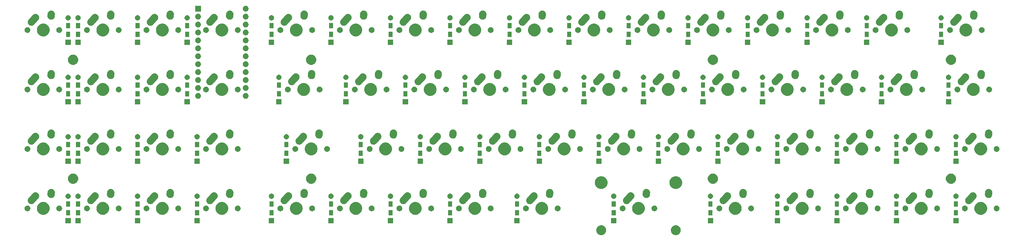
<source format=gbr>
G04 #@! TF.GenerationSoftware,KiCad,Pcbnew,(5.1.4)-1*
G04 #@! TF.CreationDate,2020-04-28T19:53:15-05:00*
G04 #@! TF.ProjectId,AugioS,41756769-6f53-42e6-9b69-6361645f7063,rev?*
G04 #@! TF.SameCoordinates,Original*
G04 #@! TF.FileFunction,Soldermask,Bot*
G04 #@! TF.FilePolarity,Negative*
%FSLAX46Y46*%
G04 Gerber Fmt 4.6, Leading zero omitted, Abs format (unit mm)*
G04 Created by KiCad (PCBNEW (5.1.4)-1) date 2020-04-28 19:53:15*
%MOMM*%
%LPD*%
G04 APERTURE LIST*
%ADD10C,0.100000*%
G04 APERTURE END LIST*
D10*
G36*
X185434911Y-161839276D02*
G01*
X185553637Y-161888454D01*
X185721541Y-161958002D01*
X185721542Y-161958003D01*
X185979504Y-162130367D01*
X186198883Y-162349746D01*
X186314053Y-162522111D01*
X186371248Y-162607709D01*
X186489974Y-162894340D01*
X186550500Y-163198625D01*
X186550500Y-163508875D01*
X186489974Y-163813160D01*
X186371248Y-164099791D01*
X186371247Y-164099792D01*
X186198883Y-164357754D01*
X185979504Y-164577133D01*
X185807139Y-164692303D01*
X185721541Y-164749498D01*
X185553637Y-164819046D01*
X185434911Y-164868224D01*
X185130625Y-164928750D01*
X184820375Y-164928750D01*
X184516089Y-164868224D01*
X184397363Y-164819046D01*
X184229459Y-164749498D01*
X184143861Y-164692303D01*
X183971496Y-164577133D01*
X183752117Y-164357754D01*
X183579753Y-164099792D01*
X183579752Y-164099791D01*
X183461026Y-163813160D01*
X183400500Y-163508875D01*
X183400500Y-163198625D01*
X183461026Y-162894340D01*
X183579752Y-162607709D01*
X183636947Y-162522111D01*
X183752117Y-162349746D01*
X183971496Y-162130367D01*
X184229458Y-161958003D01*
X184229459Y-161958002D01*
X184397363Y-161888454D01*
X184516089Y-161839276D01*
X184820375Y-161778750D01*
X185130625Y-161778750D01*
X185434911Y-161839276D01*
X185434911Y-161839276D01*
G37*
G36*
X161558911Y-161839276D02*
G01*
X161677637Y-161888454D01*
X161845541Y-161958002D01*
X161845542Y-161958003D01*
X162103504Y-162130367D01*
X162322883Y-162349746D01*
X162438053Y-162522111D01*
X162495248Y-162607709D01*
X162613974Y-162894340D01*
X162674500Y-163198625D01*
X162674500Y-163508875D01*
X162613974Y-163813160D01*
X162495248Y-164099791D01*
X162495247Y-164099792D01*
X162322883Y-164357754D01*
X162103504Y-164577133D01*
X161931139Y-164692303D01*
X161845541Y-164749498D01*
X161677637Y-164819046D01*
X161558911Y-164868224D01*
X161254625Y-164928750D01*
X160944375Y-164928750D01*
X160640089Y-164868224D01*
X160521363Y-164819046D01*
X160353459Y-164749498D01*
X160267861Y-164692303D01*
X160095496Y-164577133D01*
X159876117Y-164357754D01*
X159703753Y-164099792D01*
X159703752Y-164099791D01*
X159585026Y-163813160D01*
X159524500Y-163508875D01*
X159524500Y-163198625D01*
X159585026Y-162894340D01*
X159703752Y-162607709D01*
X159760947Y-162522111D01*
X159876117Y-162349746D01*
X160095496Y-162130367D01*
X160353458Y-161958003D01*
X160353459Y-161958002D01*
X160521363Y-161888454D01*
X160640089Y-161839276D01*
X160944375Y-161778750D01*
X161254625Y-161778750D01*
X161558911Y-161839276D01*
X161558911Y-161839276D01*
G37*
G36*
X134994750Y-161119750D02*
G01*
X133292750Y-161119750D01*
X133292750Y-159417750D01*
X134994750Y-159417750D01*
X134994750Y-161119750D01*
X134994750Y-161119750D01*
G37*
G36*
X165951000Y-161119750D02*
G01*
X164249000Y-161119750D01*
X164249000Y-159417750D01*
X165951000Y-159417750D01*
X165951000Y-161119750D01*
X165951000Y-161119750D01*
G37*
G36*
X-8674000Y-161119750D02*
G01*
X-10376000Y-161119750D01*
X-10376000Y-159417750D01*
X-8674000Y-159417750D01*
X-8674000Y-161119750D01*
X-8674000Y-161119750D01*
G37*
G36*
X256438500Y-161119750D02*
G01*
X254736500Y-161119750D01*
X254736500Y-159417750D01*
X256438500Y-159417750D01*
X256438500Y-161119750D01*
X256438500Y-161119750D01*
G37*
G36*
X218338500Y-161119750D02*
G01*
X216636500Y-161119750D01*
X216636500Y-159417750D01*
X218338500Y-159417750D01*
X218338500Y-161119750D01*
X218338500Y-161119750D01*
G37*
G36*
X94513500Y-161119750D02*
G01*
X92811500Y-161119750D01*
X92811500Y-159417750D01*
X94513500Y-159417750D01*
X94513500Y-161119750D01*
X94513500Y-161119750D01*
G37*
G36*
X56413500Y-161119750D02*
G01*
X54711500Y-161119750D01*
X54711500Y-159417750D01*
X56413500Y-159417750D01*
X56413500Y-161119750D01*
X56413500Y-161119750D01*
G37*
G36*
X13551000Y-161119750D02*
G01*
X11849000Y-161119750D01*
X11849000Y-159417750D01*
X13551000Y-159417750D01*
X13551000Y-161119750D01*
X13551000Y-161119750D01*
G37*
G36*
X275488500Y-161119750D02*
G01*
X273786500Y-161119750D01*
X273786500Y-159417750D01*
X275488500Y-159417750D01*
X275488500Y-161119750D01*
X275488500Y-161119750D01*
G37*
G36*
X237388500Y-161119750D02*
G01*
X235686500Y-161119750D01*
X235686500Y-159417750D01*
X237388500Y-159417750D01*
X237388500Y-161119750D01*
X237388500Y-161119750D01*
G37*
G36*
X196907250Y-161119750D02*
G01*
X195205250Y-161119750D01*
X195205250Y-159417750D01*
X196907250Y-159417750D01*
X196907250Y-161119750D01*
X196907250Y-161119750D01*
G37*
G36*
X75463500Y-161119750D02*
G01*
X73761500Y-161119750D01*
X73761500Y-159417750D01*
X75463500Y-159417750D01*
X75463500Y-161119750D01*
X75463500Y-161119750D01*
G37*
G36*
X32601000Y-161119750D02*
G01*
X30899000Y-161119750D01*
X30899000Y-159417750D01*
X32601000Y-159417750D01*
X32601000Y-161119750D01*
X32601000Y-161119750D01*
G37*
G36*
X113563500Y-161119750D02*
G01*
X111861500Y-161119750D01*
X111861500Y-159417750D01*
X113563500Y-159417750D01*
X113563500Y-161119750D01*
X113563500Y-161119750D01*
G37*
G36*
X-5499000Y-161119750D02*
G01*
X-7201000Y-161119750D01*
X-7201000Y-159417750D01*
X-5499000Y-159417750D01*
X-5499000Y-161119750D01*
X-5499000Y-161119750D01*
G37*
G36*
X134794750Y-158619750D02*
G01*
X133492750Y-158619750D01*
X133492750Y-156917750D01*
X134794750Y-156917750D01*
X134794750Y-158619750D01*
X134794750Y-158619750D01*
G37*
G36*
X94313500Y-158619750D02*
G01*
X93011500Y-158619750D01*
X93011500Y-156917750D01*
X94313500Y-156917750D01*
X94313500Y-158619750D01*
X94313500Y-158619750D01*
G37*
G36*
X-8874000Y-158619750D02*
G01*
X-10176000Y-158619750D01*
X-10176000Y-156917750D01*
X-8874000Y-156917750D01*
X-8874000Y-158619750D01*
X-8874000Y-158619750D01*
G37*
G36*
X56213500Y-158619750D02*
G01*
X54911500Y-158619750D01*
X54911500Y-156917750D01*
X56213500Y-156917750D01*
X56213500Y-158619750D01*
X56213500Y-158619750D01*
G37*
G36*
X165751000Y-158619750D02*
G01*
X164449000Y-158619750D01*
X164449000Y-156917750D01*
X165751000Y-156917750D01*
X165751000Y-158619750D01*
X165751000Y-158619750D01*
G37*
G36*
X13351000Y-158619750D02*
G01*
X12049000Y-158619750D01*
X12049000Y-156917750D01*
X13351000Y-156917750D01*
X13351000Y-158619750D01*
X13351000Y-158619750D01*
G37*
G36*
X237188500Y-158619750D02*
G01*
X235886500Y-158619750D01*
X235886500Y-156917750D01*
X237188500Y-156917750D01*
X237188500Y-158619750D01*
X237188500Y-158619750D01*
G37*
G36*
X113363500Y-158619750D02*
G01*
X112061500Y-158619750D01*
X112061500Y-156917750D01*
X113363500Y-156917750D01*
X113363500Y-158619750D01*
X113363500Y-158619750D01*
G37*
G36*
X218138500Y-158619750D02*
G01*
X216836500Y-158619750D01*
X216836500Y-156917750D01*
X218138500Y-156917750D01*
X218138500Y-158619750D01*
X218138500Y-158619750D01*
G37*
G36*
X75263500Y-158619750D02*
G01*
X73961500Y-158619750D01*
X73961500Y-156917750D01*
X75263500Y-156917750D01*
X75263500Y-158619750D01*
X75263500Y-158619750D01*
G37*
G36*
X32401000Y-158619750D02*
G01*
X31099000Y-158619750D01*
X31099000Y-156917750D01*
X32401000Y-156917750D01*
X32401000Y-158619750D01*
X32401000Y-158619750D01*
G37*
G36*
X256238500Y-158619750D02*
G01*
X254936500Y-158619750D01*
X254936500Y-156917750D01*
X256238500Y-156917750D01*
X256238500Y-158619750D01*
X256238500Y-158619750D01*
G37*
G36*
X-5699000Y-158619750D02*
G01*
X-7001000Y-158619750D01*
X-7001000Y-156917750D01*
X-5699000Y-156917750D01*
X-5699000Y-158619750D01*
X-5699000Y-158619750D01*
G37*
G36*
X275288500Y-158619750D02*
G01*
X273986500Y-158619750D01*
X273986500Y-156917750D01*
X275288500Y-156917750D01*
X275288500Y-158619750D01*
X275288500Y-158619750D01*
G37*
G36*
X196707250Y-158619750D02*
G01*
X195405250Y-158619750D01*
X195405250Y-156917750D01*
X196707250Y-156917750D01*
X196707250Y-158619750D01*
X196707250Y-158619750D01*
G37*
G36*
X121246474Y-154402434D02*
G01*
X121464474Y-154492733D01*
X121618623Y-154556583D01*
X121953548Y-154780373D01*
X122238377Y-155065202D01*
X122462167Y-155400127D01*
X122494562Y-155478336D01*
X122616316Y-155772276D01*
X122694900Y-156167344D01*
X122694900Y-156570156D01*
X122616316Y-156965224D01*
X122565451Y-157088022D01*
X122462167Y-157337373D01*
X122238377Y-157672298D01*
X121953548Y-157957127D01*
X121618623Y-158180917D01*
X121464474Y-158244767D01*
X121246474Y-158335066D01*
X120851406Y-158413650D01*
X120448594Y-158413650D01*
X120053526Y-158335066D01*
X119835526Y-158244767D01*
X119681377Y-158180917D01*
X119346452Y-157957127D01*
X119061623Y-157672298D01*
X118837833Y-157337373D01*
X118734549Y-157088022D01*
X118683684Y-156965224D01*
X118605100Y-156570156D01*
X118605100Y-156167344D01*
X118683684Y-155772276D01*
X118805438Y-155478336D01*
X118837833Y-155400127D01*
X119061623Y-155065202D01*
X119346452Y-154780373D01*
X119681377Y-154556583D01*
X119835526Y-154492733D01*
X120053526Y-154402434D01*
X120448594Y-154323850D01*
X120851406Y-154323850D01*
X121246474Y-154402434D01*
X121246474Y-154402434D01*
G37*
G36*
X142677724Y-154402434D02*
G01*
X142895724Y-154492733D01*
X143049873Y-154556583D01*
X143384798Y-154780373D01*
X143669627Y-155065202D01*
X143893417Y-155400127D01*
X143925812Y-155478336D01*
X144047566Y-155772276D01*
X144126150Y-156167344D01*
X144126150Y-156570156D01*
X144047566Y-156965224D01*
X143996701Y-157088022D01*
X143893417Y-157337373D01*
X143669627Y-157672298D01*
X143384798Y-157957127D01*
X143049873Y-158180917D01*
X142895724Y-158244767D01*
X142677724Y-158335066D01*
X142282656Y-158413650D01*
X141879844Y-158413650D01*
X141484776Y-158335066D01*
X141266776Y-158244767D01*
X141112627Y-158180917D01*
X140777702Y-157957127D01*
X140492873Y-157672298D01*
X140269083Y-157337373D01*
X140165799Y-157088022D01*
X140114934Y-156965224D01*
X140036350Y-156570156D01*
X140036350Y-156167344D01*
X140114934Y-155772276D01*
X140236688Y-155478336D01*
X140269083Y-155400127D01*
X140492873Y-155065202D01*
X140777702Y-154780373D01*
X141112627Y-154556583D01*
X141266776Y-154492733D01*
X141484776Y-154402434D01*
X141879844Y-154323850D01*
X142282656Y-154323850D01*
X142677724Y-154402434D01*
X142677724Y-154402434D01*
G37*
G36*
X204590224Y-154402434D02*
G01*
X204808224Y-154492733D01*
X204962373Y-154556583D01*
X205297298Y-154780373D01*
X205582127Y-155065202D01*
X205805917Y-155400127D01*
X205838312Y-155478336D01*
X205960066Y-155772276D01*
X206038650Y-156167344D01*
X206038650Y-156570156D01*
X205960066Y-156965224D01*
X205909201Y-157088022D01*
X205805917Y-157337373D01*
X205582127Y-157672298D01*
X205297298Y-157957127D01*
X204962373Y-158180917D01*
X204808224Y-158244767D01*
X204590224Y-158335066D01*
X204195156Y-158413650D01*
X203792344Y-158413650D01*
X203397276Y-158335066D01*
X203179276Y-158244767D01*
X203025127Y-158180917D01*
X202690202Y-157957127D01*
X202405373Y-157672298D01*
X202181583Y-157337373D01*
X202078299Y-157088022D01*
X202027434Y-156965224D01*
X201948850Y-156570156D01*
X201948850Y-156167344D01*
X202027434Y-155772276D01*
X202149188Y-155478336D01*
X202181583Y-155400127D01*
X202405373Y-155065202D01*
X202690202Y-154780373D01*
X203025127Y-154556583D01*
X203179276Y-154492733D01*
X203397276Y-154402434D01*
X203792344Y-154323850D01*
X204195156Y-154323850D01*
X204590224Y-154402434D01*
X204590224Y-154402434D01*
G37*
G36*
X226021474Y-154402434D02*
G01*
X226239474Y-154492733D01*
X226393623Y-154556583D01*
X226728548Y-154780373D01*
X227013377Y-155065202D01*
X227237167Y-155400127D01*
X227269562Y-155478336D01*
X227391316Y-155772276D01*
X227469900Y-156167344D01*
X227469900Y-156570156D01*
X227391316Y-156965224D01*
X227340451Y-157088022D01*
X227237167Y-157337373D01*
X227013377Y-157672298D01*
X226728548Y-157957127D01*
X226393623Y-158180917D01*
X226239474Y-158244767D01*
X226021474Y-158335066D01*
X225626406Y-158413650D01*
X225223594Y-158413650D01*
X224828526Y-158335066D01*
X224610526Y-158244767D01*
X224456377Y-158180917D01*
X224121452Y-157957127D01*
X223836623Y-157672298D01*
X223612833Y-157337373D01*
X223509549Y-157088022D01*
X223458684Y-156965224D01*
X223380100Y-156570156D01*
X223380100Y-156167344D01*
X223458684Y-155772276D01*
X223580438Y-155478336D01*
X223612833Y-155400127D01*
X223836623Y-155065202D01*
X224121452Y-154780373D01*
X224456377Y-154556583D01*
X224610526Y-154492733D01*
X224828526Y-154402434D01*
X225223594Y-154323850D01*
X225626406Y-154323850D01*
X226021474Y-154402434D01*
X226021474Y-154402434D01*
G37*
G36*
X-16866026Y-154402434D02*
G01*
X-16648026Y-154492733D01*
X-16493877Y-154556583D01*
X-16158952Y-154780373D01*
X-15874123Y-155065202D01*
X-15650333Y-155400127D01*
X-15617938Y-155478336D01*
X-15496184Y-155772276D01*
X-15417600Y-156167344D01*
X-15417600Y-156570156D01*
X-15496184Y-156965224D01*
X-15547049Y-157088022D01*
X-15650333Y-157337373D01*
X-15874123Y-157672298D01*
X-16158952Y-157957127D01*
X-16493877Y-158180917D01*
X-16648026Y-158244767D01*
X-16866026Y-158335066D01*
X-17261094Y-158413650D01*
X-17663906Y-158413650D01*
X-18058974Y-158335066D01*
X-18276974Y-158244767D01*
X-18431123Y-158180917D01*
X-18766048Y-157957127D01*
X-19050877Y-157672298D01*
X-19274667Y-157337373D01*
X-19377951Y-157088022D01*
X-19428816Y-156965224D01*
X-19507400Y-156570156D01*
X-19507400Y-156167344D01*
X-19428816Y-155772276D01*
X-19307062Y-155478336D01*
X-19274667Y-155400127D01*
X-19050877Y-155065202D01*
X-18766048Y-154780373D01*
X-18431123Y-154556583D01*
X-18276974Y-154492733D01*
X-18058974Y-154402434D01*
X-17663906Y-154323850D01*
X-17261094Y-154323850D01*
X-16866026Y-154402434D01*
X-16866026Y-154402434D01*
G37*
G36*
X173633974Y-154402434D02*
G01*
X173851974Y-154492733D01*
X174006123Y-154556583D01*
X174341048Y-154780373D01*
X174625877Y-155065202D01*
X174849667Y-155400127D01*
X174882062Y-155478336D01*
X175003816Y-155772276D01*
X175082400Y-156167344D01*
X175082400Y-156570156D01*
X175003816Y-156965224D01*
X174952951Y-157088022D01*
X174849667Y-157337373D01*
X174625877Y-157672298D01*
X174341048Y-157957127D01*
X174006123Y-158180917D01*
X173851974Y-158244767D01*
X173633974Y-158335066D01*
X173238906Y-158413650D01*
X172836094Y-158413650D01*
X172441026Y-158335066D01*
X172223026Y-158244767D01*
X172068877Y-158180917D01*
X171733952Y-157957127D01*
X171449123Y-157672298D01*
X171225333Y-157337373D01*
X171122049Y-157088022D01*
X171071184Y-156965224D01*
X170992600Y-156570156D01*
X170992600Y-156167344D01*
X171071184Y-155772276D01*
X171192938Y-155478336D01*
X171225333Y-155400127D01*
X171449123Y-155065202D01*
X171733952Y-154780373D01*
X172068877Y-154556583D01*
X172223026Y-154492733D01*
X172441026Y-154402434D01*
X172836094Y-154323850D01*
X173238906Y-154323850D01*
X173633974Y-154402434D01*
X173633974Y-154402434D01*
G37*
G36*
X2183974Y-154402434D02*
G01*
X2401974Y-154492733D01*
X2556123Y-154556583D01*
X2891048Y-154780373D01*
X3175877Y-155065202D01*
X3399667Y-155400127D01*
X3432062Y-155478336D01*
X3553816Y-155772276D01*
X3632400Y-156167344D01*
X3632400Y-156570156D01*
X3553816Y-156965224D01*
X3502951Y-157088022D01*
X3399667Y-157337373D01*
X3175877Y-157672298D01*
X2891048Y-157957127D01*
X2556123Y-158180917D01*
X2401974Y-158244767D01*
X2183974Y-158335066D01*
X1788906Y-158413650D01*
X1386094Y-158413650D01*
X991026Y-158335066D01*
X773026Y-158244767D01*
X618877Y-158180917D01*
X283952Y-157957127D01*
X-877Y-157672298D01*
X-224667Y-157337373D01*
X-327951Y-157088022D01*
X-378816Y-156965224D01*
X-457400Y-156570156D01*
X-457400Y-156167344D01*
X-378816Y-155772276D01*
X-257062Y-155478336D01*
X-224667Y-155400127D01*
X-877Y-155065202D01*
X283952Y-154780373D01*
X618877Y-154556583D01*
X773026Y-154492733D01*
X991026Y-154402434D01*
X1386094Y-154323850D01*
X1788906Y-154323850D01*
X2183974Y-154402434D01*
X2183974Y-154402434D01*
G37*
G36*
X40283974Y-154402434D02*
G01*
X40501974Y-154492733D01*
X40656123Y-154556583D01*
X40991048Y-154780373D01*
X41275877Y-155065202D01*
X41499667Y-155400127D01*
X41532062Y-155478336D01*
X41653816Y-155772276D01*
X41732400Y-156167344D01*
X41732400Y-156570156D01*
X41653816Y-156965224D01*
X41602951Y-157088022D01*
X41499667Y-157337373D01*
X41275877Y-157672298D01*
X40991048Y-157957127D01*
X40656123Y-158180917D01*
X40501974Y-158244767D01*
X40283974Y-158335066D01*
X39888906Y-158413650D01*
X39486094Y-158413650D01*
X39091026Y-158335066D01*
X38873026Y-158244767D01*
X38718877Y-158180917D01*
X38383952Y-157957127D01*
X38099123Y-157672298D01*
X37875333Y-157337373D01*
X37772049Y-157088022D01*
X37721184Y-156965224D01*
X37642600Y-156570156D01*
X37642600Y-156167344D01*
X37721184Y-155772276D01*
X37842938Y-155478336D01*
X37875333Y-155400127D01*
X38099123Y-155065202D01*
X38383952Y-154780373D01*
X38718877Y-154556583D01*
X38873026Y-154492733D01*
X39091026Y-154402434D01*
X39486094Y-154323850D01*
X39888906Y-154323850D01*
X40283974Y-154402434D01*
X40283974Y-154402434D01*
G37*
G36*
X64096474Y-154402434D02*
G01*
X64314474Y-154492733D01*
X64468623Y-154556583D01*
X64803548Y-154780373D01*
X65088377Y-155065202D01*
X65312167Y-155400127D01*
X65344562Y-155478336D01*
X65466316Y-155772276D01*
X65544900Y-156167344D01*
X65544900Y-156570156D01*
X65466316Y-156965224D01*
X65415451Y-157088022D01*
X65312167Y-157337373D01*
X65088377Y-157672298D01*
X64803548Y-157957127D01*
X64468623Y-158180917D01*
X64314474Y-158244767D01*
X64096474Y-158335066D01*
X63701406Y-158413650D01*
X63298594Y-158413650D01*
X62903526Y-158335066D01*
X62685526Y-158244767D01*
X62531377Y-158180917D01*
X62196452Y-157957127D01*
X61911623Y-157672298D01*
X61687833Y-157337373D01*
X61584549Y-157088022D01*
X61533684Y-156965224D01*
X61455100Y-156570156D01*
X61455100Y-156167344D01*
X61533684Y-155772276D01*
X61655438Y-155478336D01*
X61687833Y-155400127D01*
X61911623Y-155065202D01*
X62196452Y-154780373D01*
X62531377Y-154556583D01*
X62685526Y-154492733D01*
X62903526Y-154402434D01*
X63298594Y-154323850D01*
X63701406Y-154323850D01*
X64096474Y-154402434D01*
X64096474Y-154402434D01*
G37*
G36*
X83146474Y-154402434D02*
G01*
X83364474Y-154492733D01*
X83518623Y-154556583D01*
X83853548Y-154780373D01*
X84138377Y-155065202D01*
X84362167Y-155400127D01*
X84394562Y-155478336D01*
X84516316Y-155772276D01*
X84594900Y-156167344D01*
X84594900Y-156570156D01*
X84516316Y-156965224D01*
X84465451Y-157088022D01*
X84362167Y-157337373D01*
X84138377Y-157672298D01*
X83853548Y-157957127D01*
X83518623Y-158180917D01*
X83364474Y-158244767D01*
X83146474Y-158335066D01*
X82751406Y-158413650D01*
X82348594Y-158413650D01*
X81953526Y-158335066D01*
X81735526Y-158244767D01*
X81581377Y-158180917D01*
X81246452Y-157957127D01*
X80961623Y-157672298D01*
X80737833Y-157337373D01*
X80634549Y-157088022D01*
X80583684Y-156965224D01*
X80505100Y-156570156D01*
X80505100Y-156167344D01*
X80583684Y-155772276D01*
X80705438Y-155478336D01*
X80737833Y-155400127D01*
X80961623Y-155065202D01*
X81246452Y-154780373D01*
X81581377Y-154556583D01*
X81735526Y-154492733D01*
X81953526Y-154402434D01*
X82348594Y-154323850D01*
X82751406Y-154323850D01*
X83146474Y-154402434D01*
X83146474Y-154402434D01*
G37*
G36*
X245071474Y-154402434D02*
G01*
X245289474Y-154492733D01*
X245443623Y-154556583D01*
X245778548Y-154780373D01*
X246063377Y-155065202D01*
X246287167Y-155400127D01*
X246319562Y-155478336D01*
X246441316Y-155772276D01*
X246519900Y-156167344D01*
X246519900Y-156570156D01*
X246441316Y-156965224D01*
X246390451Y-157088022D01*
X246287167Y-157337373D01*
X246063377Y-157672298D01*
X245778548Y-157957127D01*
X245443623Y-158180917D01*
X245289474Y-158244767D01*
X245071474Y-158335066D01*
X244676406Y-158413650D01*
X244273594Y-158413650D01*
X243878526Y-158335066D01*
X243660526Y-158244767D01*
X243506377Y-158180917D01*
X243171452Y-157957127D01*
X242886623Y-157672298D01*
X242662833Y-157337373D01*
X242559549Y-157088022D01*
X242508684Y-156965224D01*
X242430100Y-156570156D01*
X242430100Y-156167344D01*
X242508684Y-155772276D01*
X242630438Y-155478336D01*
X242662833Y-155400127D01*
X242886623Y-155065202D01*
X243171452Y-154780373D01*
X243506377Y-154556583D01*
X243660526Y-154492733D01*
X243878526Y-154402434D01*
X244273594Y-154323850D01*
X244676406Y-154323850D01*
X245071474Y-154402434D01*
X245071474Y-154402434D01*
G37*
G36*
X102196474Y-154402434D02*
G01*
X102414474Y-154492733D01*
X102568623Y-154556583D01*
X102903548Y-154780373D01*
X103188377Y-155065202D01*
X103412167Y-155400127D01*
X103444562Y-155478336D01*
X103566316Y-155772276D01*
X103644900Y-156167344D01*
X103644900Y-156570156D01*
X103566316Y-156965224D01*
X103515451Y-157088022D01*
X103412167Y-157337373D01*
X103188377Y-157672298D01*
X102903548Y-157957127D01*
X102568623Y-158180917D01*
X102414474Y-158244767D01*
X102196474Y-158335066D01*
X101801406Y-158413650D01*
X101398594Y-158413650D01*
X101003526Y-158335066D01*
X100785526Y-158244767D01*
X100631377Y-158180917D01*
X100296452Y-157957127D01*
X100011623Y-157672298D01*
X99787833Y-157337373D01*
X99684549Y-157088022D01*
X99633684Y-156965224D01*
X99555100Y-156570156D01*
X99555100Y-156167344D01*
X99633684Y-155772276D01*
X99755438Y-155478336D01*
X99787833Y-155400127D01*
X100011623Y-155065202D01*
X100296452Y-154780373D01*
X100631377Y-154556583D01*
X100785526Y-154492733D01*
X101003526Y-154402434D01*
X101398594Y-154323850D01*
X101801406Y-154323850D01*
X102196474Y-154402434D01*
X102196474Y-154402434D01*
G37*
G36*
X283171474Y-154402434D02*
G01*
X283389474Y-154492733D01*
X283543623Y-154556583D01*
X283878548Y-154780373D01*
X284163377Y-155065202D01*
X284387167Y-155400127D01*
X284419562Y-155478336D01*
X284541316Y-155772276D01*
X284619900Y-156167344D01*
X284619900Y-156570156D01*
X284541316Y-156965224D01*
X284490451Y-157088022D01*
X284387167Y-157337373D01*
X284163377Y-157672298D01*
X283878548Y-157957127D01*
X283543623Y-158180917D01*
X283389474Y-158244767D01*
X283171474Y-158335066D01*
X282776406Y-158413650D01*
X282373594Y-158413650D01*
X281978526Y-158335066D01*
X281760526Y-158244767D01*
X281606377Y-158180917D01*
X281271452Y-157957127D01*
X280986623Y-157672298D01*
X280762833Y-157337373D01*
X280659549Y-157088022D01*
X280608684Y-156965224D01*
X280530100Y-156570156D01*
X280530100Y-156167344D01*
X280608684Y-155772276D01*
X280730438Y-155478336D01*
X280762833Y-155400127D01*
X280986623Y-155065202D01*
X281271452Y-154780373D01*
X281606377Y-154556583D01*
X281760526Y-154492733D01*
X281978526Y-154402434D01*
X282373594Y-154323850D01*
X282776406Y-154323850D01*
X283171474Y-154402434D01*
X283171474Y-154402434D01*
G37*
G36*
X264121474Y-154402434D02*
G01*
X264339474Y-154492733D01*
X264493623Y-154556583D01*
X264828548Y-154780373D01*
X265113377Y-155065202D01*
X265337167Y-155400127D01*
X265369562Y-155478336D01*
X265491316Y-155772276D01*
X265569900Y-156167344D01*
X265569900Y-156570156D01*
X265491316Y-156965224D01*
X265440451Y-157088022D01*
X265337167Y-157337373D01*
X265113377Y-157672298D01*
X264828548Y-157957127D01*
X264493623Y-158180917D01*
X264339474Y-158244767D01*
X264121474Y-158335066D01*
X263726406Y-158413650D01*
X263323594Y-158413650D01*
X262928526Y-158335066D01*
X262710526Y-158244767D01*
X262556377Y-158180917D01*
X262221452Y-157957127D01*
X261936623Y-157672298D01*
X261712833Y-157337373D01*
X261609549Y-157088022D01*
X261558684Y-156965224D01*
X261480100Y-156570156D01*
X261480100Y-156167344D01*
X261558684Y-155772276D01*
X261680438Y-155478336D01*
X261712833Y-155400127D01*
X261936623Y-155065202D01*
X262221452Y-154780373D01*
X262556377Y-154556583D01*
X262710526Y-154492733D01*
X262928526Y-154402434D01*
X263323594Y-154323850D01*
X263726406Y-154323850D01*
X264121474Y-154402434D01*
X264121474Y-154402434D01*
G37*
G36*
X21233974Y-154402434D02*
G01*
X21451974Y-154492733D01*
X21606123Y-154556583D01*
X21941048Y-154780373D01*
X22225877Y-155065202D01*
X22449667Y-155400127D01*
X22482062Y-155478336D01*
X22603816Y-155772276D01*
X22682400Y-156167344D01*
X22682400Y-156570156D01*
X22603816Y-156965224D01*
X22552951Y-157088022D01*
X22449667Y-157337373D01*
X22225877Y-157672298D01*
X21941048Y-157957127D01*
X21606123Y-158180917D01*
X21451974Y-158244767D01*
X21233974Y-158335066D01*
X20838906Y-158413650D01*
X20436094Y-158413650D01*
X20041026Y-158335066D01*
X19823026Y-158244767D01*
X19668877Y-158180917D01*
X19333952Y-157957127D01*
X19049123Y-157672298D01*
X18825333Y-157337373D01*
X18722049Y-157088022D01*
X18671184Y-156965224D01*
X18592600Y-156570156D01*
X18592600Y-156167344D01*
X18671184Y-155772276D01*
X18792938Y-155478336D01*
X18825333Y-155400127D01*
X19049123Y-155065202D01*
X19333952Y-154780373D01*
X19668877Y-154556583D01*
X19823026Y-154492733D01*
X20041026Y-154402434D01*
X20436094Y-154323850D01*
X20838906Y-154323850D01*
X21233974Y-154402434D01*
X21233974Y-154402434D01*
G37*
G36*
X115840104Y-155478335D02*
G01*
X116008626Y-155548139D01*
X116160291Y-155649478D01*
X116289272Y-155778459D01*
X116390611Y-155930124D01*
X116460415Y-156098646D01*
X116496000Y-156277547D01*
X116496000Y-156459953D01*
X116460415Y-156638854D01*
X116390611Y-156807376D01*
X116289272Y-156959041D01*
X116160291Y-157088022D01*
X116008626Y-157189361D01*
X115840104Y-157259165D01*
X115661203Y-157294750D01*
X115478797Y-157294750D01*
X115299896Y-157259165D01*
X115131374Y-157189361D01*
X114979709Y-157088022D01*
X114850728Y-156959041D01*
X114749389Y-156807376D01*
X114679585Y-156638854D01*
X114644000Y-156459953D01*
X114644000Y-156277547D01*
X114679585Y-156098646D01*
X114749389Y-155930124D01*
X114850728Y-155778459D01*
X114979709Y-155649478D01*
X115131374Y-155548139D01*
X115299896Y-155478335D01*
X115478797Y-155442750D01*
X115661203Y-155442750D01*
X115840104Y-155478335D01*
X115840104Y-155478335D01*
G37*
G36*
X178387604Y-155478335D02*
G01*
X178556126Y-155548139D01*
X178707791Y-155649478D01*
X178836772Y-155778459D01*
X178938111Y-155930124D01*
X179007915Y-156098646D01*
X179043500Y-156277547D01*
X179043500Y-156459953D01*
X179007915Y-156638854D01*
X178938111Y-156807376D01*
X178836772Y-156959041D01*
X178707791Y-157088022D01*
X178556126Y-157189361D01*
X178387604Y-157259165D01*
X178208703Y-157294750D01*
X178026297Y-157294750D01*
X177847396Y-157259165D01*
X177678874Y-157189361D01*
X177527209Y-157088022D01*
X177398228Y-156959041D01*
X177296889Y-156807376D01*
X177227085Y-156638854D01*
X177191500Y-156459953D01*
X177191500Y-156277547D01*
X177227085Y-156098646D01*
X177296889Y-155930124D01*
X177398228Y-155778459D01*
X177527209Y-155649478D01*
X177678874Y-155548139D01*
X177847396Y-155478335D01*
X178026297Y-155442750D01*
X178208703Y-155442750D01*
X178387604Y-155478335D01*
X178387604Y-155478335D01*
G37*
G36*
X96790104Y-155478335D02*
G01*
X96958626Y-155548139D01*
X97110291Y-155649478D01*
X97239272Y-155778459D01*
X97340611Y-155930124D01*
X97410415Y-156098646D01*
X97446000Y-156277547D01*
X97446000Y-156459953D01*
X97410415Y-156638854D01*
X97340611Y-156807376D01*
X97239272Y-156959041D01*
X97110291Y-157088022D01*
X96958626Y-157189361D01*
X96790104Y-157259165D01*
X96611203Y-157294750D01*
X96428797Y-157294750D01*
X96249896Y-157259165D01*
X96081374Y-157189361D01*
X95929709Y-157088022D01*
X95800728Y-156959041D01*
X95699389Y-156807376D01*
X95629585Y-156638854D01*
X95594000Y-156459953D01*
X95594000Y-156277547D01*
X95629585Y-156098646D01*
X95699389Y-155930124D01*
X95800728Y-155778459D01*
X95929709Y-155649478D01*
X96081374Y-155548139D01*
X96249896Y-155478335D01*
X96428797Y-155442750D01*
X96611203Y-155442750D01*
X96790104Y-155478335D01*
X96790104Y-155478335D01*
G37*
G36*
X87900104Y-155478335D02*
G01*
X88068626Y-155548139D01*
X88220291Y-155649478D01*
X88349272Y-155778459D01*
X88450611Y-155930124D01*
X88520415Y-156098646D01*
X88556000Y-156277547D01*
X88556000Y-156459953D01*
X88520415Y-156638854D01*
X88450611Y-156807376D01*
X88349272Y-156959041D01*
X88220291Y-157088022D01*
X88068626Y-157189361D01*
X87900104Y-157259165D01*
X87721203Y-157294750D01*
X87538797Y-157294750D01*
X87359896Y-157259165D01*
X87191374Y-157189361D01*
X87039709Y-157088022D01*
X86910728Y-156959041D01*
X86809389Y-156807376D01*
X86739585Y-156638854D01*
X86704000Y-156459953D01*
X86704000Y-156277547D01*
X86739585Y-156098646D01*
X86809389Y-155930124D01*
X86910728Y-155778459D01*
X87039709Y-155649478D01*
X87191374Y-155548139D01*
X87359896Y-155478335D01*
X87538797Y-155442750D01*
X87721203Y-155442750D01*
X87900104Y-155478335D01*
X87900104Y-155478335D01*
G37*
G36*
X77740104Y-155478335D02*
G01*
X77908626Y-155548139D01*
X78060291Y-155649478D01*
X78189272Y-155778459D01*
X78290611Y-155930124D01*
X78360415Y-156098646D01*
X78396000Y-156277547D01*
X78396000Y-156459953D01*
X78360415Y-156638854D01*
X78290611Y-156807376D01*
X78189272Y-156959041D01*
X78060291Y-157088022D01*
X77908626Y-157189361D01*
X77740104Y-157259165D01*
X77561203Y-157294750D01*
X77378797Y-157294750D01*
X77199896Y-157259165D01*
X77031374Y-157189361D01*
X76879709Y-157088022D01*
X76750728Y-156959041D01*
X76649389Y-156807376D01*
X76579585Y-156638854D01*
X76544000Y-156459953D01*
X76544000Y-156277547D01*
X76579585Y-156098646D01*
X76649389Y-155930124D01*
X76750728Y-155778459D01*
X76879709Y-155649478D01*
X77031374Y-155548139D01*
X77199896Y-155478335D01*
X77378797Y-155442750D01*
X77561203Y-155442750D01*
X77740104Y-155478335D01*
X77740104Y-155478335D01*
G37*
G36*
X68850104Y-155478335D02*
G01*
X69018626Y-155548139D01*
X69170291Y-155649478D01*
X69299272Y-155778459D01*
X69400611Y-155930124D01*
X69470415Y-156098646D01*
X69506000Y-156277547D01*
X69506000Y-156459953D01*
X69470415Y-156638854D01*
X69400611Y-156807376D01*
X69299272Y-156959041D01*
X69170291Y-157088022D01*
X69018626Y-157189361D01*
X68850104Y-157259165D01*
X68671203Y-157294750D01*
X68488797Y-157294750D01*
X68309896Y-157259165D01*
X68141374Y-157189361D01*
X67989709Y-157088022D01*
X67860728Y-156959041D01*
X67759389Y-156807376D01*
X67689585Y-156638854D01*
X67654000Y-156459953D01*
X67654000Y-156277547D01*
X67689585Y-156098646D01*
X67759389Y-155930124D01*
X67860728Y-155778459D01*
X67989709Y-155649478D01*
X68141374Y-155548139D01*
X68309896Y-155478335D01*
X68488797Y-155442750D01*
X68671203Y-155442750D01*
X68850104Y-155478335D01*
X68850104Y-155478335D01*
G37*
G36*
X58690104Y-155478335D02*
G01*
X58858626Y-155548139D01*
X59010291Y-155649478D01*
X59139272Y-155778459D01*
X59240611Y-155930124D01*
X59310415Y-156098646D01*
X59346000Y-156277547D01*
X59346000Y-156459953D01*
X59310415Y-156638854D01*
X59240611Y-156807376D01*
X59139272Y-156959041D01*
X59010291Y-157088022D01*
X58858626Y-157189361D01*
X58690104Y-157259165D01*
X58511203Y-157294750D01*
X58328797Y-157294750D01*
X58149896Y-157259165D01*
X57981374Y-157189361D01*
X57829709Y-157088022D01*
X57700728Y-156959041D01*
X57599389Y-156807376D01*
X57529585Y-156638854D01*
X57494000Y-156459953D01*
X57494000Y-156277547D01*
X57529585Y-156098646D01*
X57599389Y-155930124D01*
X57700728Y-155778459D01*
X57829709Y-155649478D01*
X57981374Y-155548139D01*
X58149896Y-155478335D01*
X58328797Y-155442750D01*
X58511203Y-155442750D01*
X58690104Y-155478335D01*
X58690104Y-155478335D01*
G37*
G36*
X45037604Y-155478335D02*
G01*
X45206126Y-155548139D01*
X45357791Y-155649478D01*
X45486772Y-155778459D01*
X45588111Y-155930124D01*
X45657915Y-156098646D01*
X45693500Y-156277547D01*
X45693500Y-156459953D01*
X45657915Y-156638854D01*
X45588111Y-156807376D01*
X45486772Y-156959041D01*
X45357791Y-157088022D01*
X45206126Y-157189361D01*
X45037604Y-157259165D01*
X44858703Y-157294750D01*
X44676297Y-157294750D01*
X44497396Y-157259165D01*
X44328874Y-157189361D01*
X44177209Y-157088022D01*
X44048228Y-156959041D01*
X43946889Y-156807376D01*
X43877085Y-156638854D01*
X43841500Y-156459953D01*
X43841500Y-156277547D01*
X43877085Y-156098646D01*
X43946889Y-155930124D01*
X44048228Y-155778459D01*
X44177209Y-155649478D01*
X44328874Y-155548139D01*
X44497396Y-155478335D01*
X44676297Y-155442750D01*
X44858703Y-155442750D01*
X45037604Y-155478335D01*
X45037604Y-155478335D01*
G37*
G36*
X34877604Y-155478335D02*
G01*
X35046126Y-155548139D01*
X35197791Y-155649478D01*
X35326772Y-155778459D01*
X35428111Y-155930124D01*
X35497915Y-156098646D01*
X35533500Y-156277547D01*
X35533500Y-156459953D01*
X35497915Y-156638854D01*
X35428111Y-156807376D01*
X35326772Y-156959041D01*
X35197791Y-157088022D01*
X35046126Y-157189361D01*
X34877604Y-157259165D01*
X34698703Y-157294750D01*
X34516297Y-157294750D01*
X34337396Y-157259165D01*
X34168874Y-157189361D01*
X34017209Y-157088022D01*
X33888228Y-156959041D01*
X33786889Y-156807376D01*
X33717085Y-156638854D01*
X33681500Y-156459953D01*
X33681500Y-156277547D01*
X33717085Y-156098646D01*
X33786889Y-155930124D01*
X33888228Y-155778459D01*
X34017209Y-155649478D01*
X34168874Y-155548139D01*
X34337396Y-155478335D01*
X34516297Y-155442750D01*
X34698703Y-155442750D01*
X34877604Y-155478335D01*
X34877604Y-155478335D01*
G37*
G36*
X25987604Y-155478335D02*
G01*
X26156126Y-155548139D01*
X26307791Y-155649478D01*
X26436772Y-155778459D01*
X26538111Y-155930124D01*
X26607915Y-156098646D01*
X26643500Y-156277547D01*
X26643500Y-156459953D01*
X26607915Y-156638854D01*
X26538111Y-156807376D01*
X26436772Y-156959041D01*
X26307791Y-157088022D01*
X26156126Y-157189361D01*
X25987604Y-157259165D01*
X25808703Y-157294750D01*
X25626297Y-157294750D01*
X25447396Y-157259165D01*
X25278874Y-157189361D01*
X25127209Y-157088022D01*
X24998228Y-156959041D01*
X24896889Y-156807376D01*
X24827085Y-156638854D01*
X24791500Y-156459953D01*
X24791500Y-156277547D01*
X24827085Y-156098646D01*
X24896889Y-155930124D01*
X24998228Y-155778459D01*
X25127209Y-155649478D01*
X25278874Y-155548139D01*
X25447396Y-155478335D01*
X25626297Y-155442750D01*
X25808703Y-155442750D01*
X25987604Y-155478335D01*
X25987604Y-155478335D01*
G37*
G36*
X15827604Y-155478335D02*
G01*
X15996126Y-155548139D01*
X16147791Y-155649478D01*
X16276772Y-155778459D01*
X16378111Y-155930124D01*
X16447915Y-156098646D01*
X16483500Y-156277547D01*
X16483500Y-156459953D01*
X16447915Y-156638854D01*
X16378111Y-156807376D01*
X16276772Y-156959041D01*
X16147791Y-157088022D01*
X15996126Y-157189361D01*
X15827604Y-157259165D01*
X15648703Y-157294750D01*
X15466297Y-157294750D01*
X15287396Y-157259165D01*
X15118874Y-157189361D01*
X14967209Y-157088022D01*
X14838228Y-156959041D01*
X14736889Y-156807376D01*
X14667085Y-156638854D01*
X14631500Y-156459953D01*
X14631500Y-156277547D01*
X14667085Y-156098646D01*
X14736889Y-155930124D01*
X14838228Y-155778459D01*
X14967209Y-155649478D01*
X15118874Y-155548139D01*
X15287396Y-155478335D01*
X15466297Y-155442750D01*
X15648703Y-155442750D01*
X15827604Y-155478335D01*
X15827604Y-155478335D01*
G37*
G36*
X6937604Y-155478335D02*
G01*
X7106126Y-155548139D01*
X7257791Y-155649478D01*
X7386772Y-155778459D01*
X7488111Y-155930124D01*
X7557915Y-156098646D01*
X7593500Y-156277547D01*
X7593500Y-156459953D01*
X7557915Y-156638854D01*
X7488111Y-156807376D01*
X7386772Y-156959041D01*
X7257791Y-157088022D01*
X7106126Y-157189361D01*
X6937604Y-157259165D01*
X6758703Y-157294750D01*
X6576297Y-157294750D01*
X6397396Y-157259165D01*
X6228874Y-157189361D01*
X6077209Y-157088022D01*
X5948228Y-156959041D01*
X5846889Y-156807376D01*
X5777085Y-156638854D01*
X5741500Y-156459953D01*
X5741500Y-156277547D01*
X5777085Y-156098646D01*
X5846889Y-155930124D01*
X5948228Y-155778459D01*
X6077209Y-155649478D01*
X6228874Y-155548139D01*
X6397396Y-155478335D01*
X6576297Y-155442750D01*
X6758703Y-155442750D01*
X6937604Y-155478335D01*
X6937604Y-155478335D01*
G37*
G36*
X-3222396Y-155478335D02*
G01*
X-3053874Y-155548139D01*
X-2902209Y-155649478D01*
X-2773228Y-155778459D01*
X-2671889Y-155930124D01*
X-2602085Y-156098646D01*
X-2566500Y-156277547D01*
X-2566500Y-156459953D01*
X-2602085Y-156638854D01*
X-2671889Y-156807376D01*
X-2773228Y-156959041D01*
X-2902209Y-157088022D01*
X-3053874Y-157189361D01*
X-3222396Y-157259165D01*
X-3401297Y-157294750D01*
X-3583703Y-157294750D01*
X-3762604Y-157259165D01*
X-3931126Y-157189361D01*
X-4082791Y-157088022D01*
X-4211772Y-156959041D01*
X-4313111Y-156807376D01*
X-4382915Y-156638854D01*
X-4418500Y-156459953D01*
X-4418500Y-156277547D01*
X-4382915Y-156098646D01*
X-4313111Y-155930124D01*
X-4211772Y-155778459D01*
X-4082791Y-155649478D01*
X-3931126Y-155548139D01*
X-3762604Y-155478335D01*
X-3583703Y-155442750D01*
X-3401297Y-155442750D01*
X-3222396Y-155478335D01*
X-3222396Y-155478335D01*
G37*
G36*
X-22272396Y-155478335D02*
G01*
X-22103874Y-155548139D01*
X-21952209Y-155649478D01*
X-21823228Y-155778459D01*
X-21721889Y-155930124D01*
X-21652085Y-156098646D01*
X-21616500Y-156277547D01*
X-21616500Y-156459953D01*
X-21652085Y-156638854D01*
X-21721889Y-156807376D01*
X-21823228Y-156959041D01*
X-21952209Y-157088022D01*
X-22103874Y-157189361D01*
X-22272396Y-157259165D01*
X-22451297Y-157294750D01*
X-22633703Y-157294750D01*
X-22812604Y-157259165D01*
X-22981126Y-157189361D01*
X-23132791Y-157088022D01*
X-23261772Y-156959041D01*
X-23363111Y-156807376D01*
X-23432915Y-156638854D01*
X-23468500Y-156459953D01*
X-23468500Y-156277547D01*
X-23432915Y-156098646D01*
X-23363111Y-155930124D01*
X-23261772Y-155778459D01*
X-23132791Y-155649478D01*
X-22981126Y-155548139D01*
X-22812604Y-155478335D01*
X-22633703Y-155442750D01*
X-22451297Y-155442750D01*
X-22272396Y-155478335D01*
X-22272396Y-155478335D01*
G37*
G36*
X-12112396Y-155478335D02*
G01*
X-11943874Y-155548139D01*
X-11792209Y-155649478D01*
X-11663228Y-155778459D01*
X-11561889Y-155930124D01*
X-11492085Y-156098646D01*
X-11456500Y-156277547D01*
X-11456500Y-156459953D01*
X-11492085Y-156638854D01*
X-11561889Y-156807376D01*
X-11663228Y-156959041D01*
X-11792209Y-157088022D01*
X-11943874Y-157189361D01*
X-12112396Y-157259165D01*
X-12291297Y-157294750D01*
X-12473703Y-157294750D01*
X-12652604Y-157259165D01*
X-12821126Y-157189361D01*
X-12972791Y-157088022D01*
X-13101772Y-156959041D01*
X-13203111Y-156807376D01*
X-13272915Y-156638854D01*
X-13308500Y-156459953D01*
X-13308500Y-156277547D01*
X-13272915Y-156098646D01*
X-13203111Y-155930124D01*
X-13101772Y-155778459D01*
X-12972791Y-155649478D01*
X-12821126Y-155548139D01*
X-12652604Y-155478335D01*
X-12473703Y-155442750D01*
X-12291297Y-155442750D01*
X-12112396Y-155478335D01*
X-12112396Y-155478335D01*
G37*
G36*
X137271354Y-155478335D02*
G01*
X137439876Y-155548139D01*
X137591541Y-155649478D01*
X137720522Y-155778459D01*
X137821861Y-155930124D01*
X137891665Y-156098646D01*
X137927250Y-156277547D01*
X137927250Y-156459953D01*
X137891665Y-156638854D01*
X137821861Y-156807376D01*
X137720522Y-156959041D01*
X137591541Y-157088022D01*
X137439876Y-157189361D01*
X137271354Y-157259165D01*
X137092453Y-157294750D01*
X136910047Y-157294750D01*
X136731146Y-157259165D01*
X136562624Y-157189361D01*
X136410959Y-157088022D01*
X136281978Y-156959041D01*
X136180639Y-156807376D01*
X136110835Y-156638854D01*
X136075250Y-156459953D01*
X136075250Y-156277547D01*
X136110835Y-156098646D01*
X136180639Y-155930124D01*
X136281978Y-155778459D01*
X136410959Y-155649478D01*
X136562624Y-155548139D01*
X136731146Y-155478335D01*
X136910047Y-155442750D01*
X137092453Y-155442750D01*
X137271354Y-155478335D01*
X137271354Y-155478335D01*
G37*
G36*
X126000104Y-155478335D02*
G01*
X126168626Y-155548139D01*
X126320291Y-155649478D01*
X126449272Y-155778459D01*
X126550611Y-155930124D01*
X126620415Y-156098646D01*
X126656000Y-156277547D01*
X126656000Y-156459953D01*
X126620415Y-156638854D01*
X126550611Y-156807376D01*
X126449272Y-156959041D01*
X126320291Y-157088022D01*
X126168626Y-157189361D01*
X126000104Y-157259165D01*
X125821203Y-157294750D01*
X125638797Y-157294750D01*
X125459896Y-157259165D01*
X125291374Y-157189361D01*
X125139709Y-157088022D01*
X125010728Y-156959041D01*
X124909389Y-156807376D01*
X124839585Y-156638854D01*
X124804000Y-156459953D01*
X124804000Y-156277547D01*
X124839585Y-156098646D01*
X124909389Y-155930124D01*
X125010728Y-155778459D01*
X125139709Y-155649478D01*
X125291374Y-155548139D01*
X125459896Y-155478335D01*
X125638797Y-155442750D01*
X125821203Y-155442750D01*
X126000104Y-155478335D01*
X126000104Y-155478335D01*
G37*
G36*
X277765104Y-155478335D02*
G01*
X277933626Y-155548139D01*
X278085291Y-155649478D01*
X278214272Y-155778459D01*
X278315611Y-155930124D01*
X278385415Y-156098646D01*
X278421000Y-156277547D01*
X278421000Y-156459953D01*
X278385415Y-156638854D01*
X278315611Y-156807376D01*
X278214272Y-156959041D01*
X278085291Y-157088022D01*
X277933626Y-157189361D01*
X277765104Y-157259165D01*
X277586203Y-157294750D01*
X277403797Y-157294750D01*
X277224896Y-157259165D01*
X277056374Y-157189361D01*
X276904709Y-157088022D01*
X276775728Y-156959041D01*
X276674389Y-156807376D01*
X276604585Y-156638854D01*
X276569000Y-156459953D01*
X276569000Y-156277547D01*
X276604585Y-156098646D01*
X276674389Y-155930124D01*
X276775728Y-155778459D01*
X276904709Y-155649478D01*
X277056374Y-155548139D01*
X277224896Y-155478335D01*
X277403797Y-155442750D01*
X277586203Y-155442750D01*
X277765104Y-155478335D01*
X277765104Y-155478335D01*
G37*
G36*
X168227604Y-155478335D02*
G01*
X168396126Y-155548139D01*
X168547791Y-155649478D01*
X168676772Y-155778459D01*
X168778111Y-155930124D01*
X168847915Y-156098646D01*
X168883500Y-156277547D01*
X168883500Y-156459953D01*
X168847915Y-156638854D01*
X168778111Y-156807376D01*
X168676772Y-156959041D01*
X168547791Y-157088022D01*
X168396126Y-157189361D01*
X168227604Y-157259165D01*
X168048703Y-157294750D01*
X167866297Y-157294750D01*
X167687396Y-157259165D01*
X167518874Y-157189361D01*
X167367209Y-157088022D01*
X167238228Y-156959041D01*
X167136889Y-156807376D01*
X167067085Y-156638854D01*
X167031500Y-156459953D01*
X167031500Y-156277547D01*
X167067085Y-156098646D01*
X167136889Y-155930124D01*
X167238228Y-155778459D01*
X167367209Y-155649478D01*
X167518874Y-155548139D01*
X167687396Y-155478335D01*
X167866297Y-155442750D01*
X168048703Y-155442750D01*
X168227604Y-155478335D01*
X168227604Y-155478335D01*
G37*
G36*
X287925104Y-155478335D02*
G01*
X288093626Y-155548139D01*
X288245291Y-155649478D01*
X288374272Y-155778459D01*
X288475611Y-155930124D01*
X288545415Y-156098646D01*
X288581000Y-156277547D01*
X288581000Y-156459953D01*
X288545415Y-156638854D01*
X288475611Y-156807376D01*
X288374272Y-156959041D01*
X288245291Y-157088022D01*
X288093626Y-157189361D01*
X287925104Y-157259165D01*
X287746203Y-157294750D01*
X287563797Y-157294750D01*
X287384896Y-157259165D01*
X287216374Y-157189361D01*
X287064709Y-157088022D01*
X286935728Y-156959041D01*
X286834389Y-156807376D01*
X286764585Y-156638854D01*
X286729000Y-156459953D01*
X286729000Y-156277547D01*
X286764585Y-156098646D01*
X286834389Y-155930124D01*
X286935728Y-155778459D01*
X287064709Y-155649478D01*
X287216374Y-155548139D01*
X287384896Y-155478335D01*
X287563797Y-155442750D01*
X287746203Y-155442750D01*
X287925104Y-155478335D01*
X287925104Y-155478335D01*
G37*
G36*
X230775104Y-155478335D02*
G01*
X230943626Y-155548139D01*
X231095291Y-155649478D01*
X231224272Y-155778459D01*
X231325611Y-155930124D01*
X231395415Y-156098646D01*
X231431000Y-156277547D01*
X231431000Y-156459953D01*
X231395415Y-156638854D01*
X231325611Y-156807376D01*
X231224272Y-156959041D01*
X231095291Y-157088022D01*
X230943626Y-157189361D01*
X230775104Y-157259165D01*
X230596203Y-157294750D01*
X230413797Y-157294750D01*
X230234896Y-157259165D01*
X230066374Y-157189361D01*
X229914709Y-157088022D01*
X229785728Y-156959041D01*
X229684389Y-156807376D01*
X229614585Y-156638854D01*
X229579000Y-156459953D01*
X229579000Y-156277547D01*
X229614585Y-156098646D01*
X229684389Y-155930124D01*
X229785728Y-155778459D01*
X229914709Y-155649478D01*
X230066374Y-155548139D01*
X230234896Y-155478335D01*
X230413797Y-155442750D01*
X230596203Y-155442750D01*
X230775104Y-155478335D01*
X230775104Y-155478335D01*
G37*
G36*
X106950104Y-155478335D02*
G01*
X107118626Y-155548139D01*
X107270291Y-155649478D01*
X107399272Y-155778459D01*
X107500611Y-155930124D01*
X107570415Y-156098646D01*
X107606000Y-156277547D01*
X107606000Y-156459953D01*
X107570415Y-156638854D01*
X107500611Y-156807376D01*
X107399272Y-156959041D01*
X107270291Y-157088022D01*
X107118626Y-157189361D01*
X106950104Y-157259165D01*
X106771203Y-157294750D01*
X106588797Y-157294750D01*
X106409896Y-157259165D01*
X106241374Y-157189361D01*
X106089709Y-157088022D01*
X105960728Y-156959041D01*
X105859389Y-156807376D01*
X105789585Y-156638854D01*
X105754000Y-156459953D01*
X105754000Y-156277547D01*
X105789585Y-156098646D01*
X105859389Y-155930124D01*
X105960728Y-155778459D01*
X106089709Y-155649478D01*
X106241374Y-155548139D01*
X106409896Y-155478335D01*
X106588797Y-155442750D01*
X106771203Y-155442750D01*
X106950104Y-155478335D01*
X106950104Y-155478335D01*
G37*
G36*
X268875104Y-155478335D02*
G01*
X269043626Y-155548139D01*
X269195291Y-155649478D01*
X269324272Y-155778459D01*
X269425611Y-155930124D01*
X269495415Y-156098646D01*
X269531000Y-156277547D01*
X269531000Y-156459953D01*
X269495415Y-156638854D01*
X269425611Y-156807376D01*
X269324272Y-156959041D01*
X269195291Y-157088022D01*
X269043626Y-157189361D01*
X268875104Y-157259165D01*
X268696203Y-157294750D01*
X268513797Y-157294750D01*
X268334896Y-157259165D01*
X268166374Y-157189361D01*
X268014709Y-157088022D01*
X267885728Y-156959041D01*
X267784389Y-156807376D01*
X267714585Y-156638854D01*
X267679000Y-156459953D01*
X267679000Y-156277547D01*
X267714585Y-156098646D01*
X267784389Y-155930124D01*
X267885728Y-155778459D01*
X268014709Y-155649478D01*
X268166374Y-155548139D01*
X268334896Y-155478335D01*
X268513797Y-155442750D01*
X268696203Y-155442750D01*
X268875104Y-155478335D01*
X268875104Y-155478335D01*
G37*
G36*
X258715104Y-155478335D02*
G01*
X258883626Y-155548139D01*
X259035291Y-155649478D01*
X259164272Y-155778459D01*
X259265611Y-155930124D01*
X259335415Y-156098646D01*
X259371000Y-156277547D01*
X259371000Y-156459953D01*
X259335415Y-156638854D01*
X259265611Y-156807376D01*
X259164272Y-156959041D01*
X259035291Y-157088022D01*
X258883626Y-157189361D01*
X258715104Y-157259165D01*
X258536203Y-157294750D01*
X258353797Y-157294750D01*
X258174896Y-157259165D01*
X258006374Y-157189361D01*
X257854709Y-157088022D01*
X257725728Y-156959041D01*
X257624389Y-156807376D01*
X257554585Y-156638854D01*
X257519000Y-156459953D01*
X257519000Y-156277547D01*
X257554585Y-156098646D01*
X257624389Y-155930124D01*
X257725728Y-155778459D01*
X257854709Y-155649478D01*
X258006374Y-155548139D01*
X258174896Y-155478335D01*
X258353797Y-155442750D01*
X258536203Y-155442750D01*
X258715104Y-155478335D01*
X258715104Y-155478335D01*
G37*
G36*
X249825104Y-155478335D02*
G01*
X249993626Y-155548139D01*
X250145291Y-155649478D01*
X250274272Y-155778459D01*
X250375611Y-155930124D01*
X250445415Y-156098646D01*
X250481000Y-156277547D01*
X250481000Y-156459953D01*
X250445415Y-156638854D01*
X250375611Y-156807376D01*
X250274272Y-156959041D01*
X250145291Y-157088022D01*
X249993626Y-157189361D01*
X249825104Y-157259165D01*
X249646203Y-157294750D01*
X249463797Y-157294750D01*
X249284896Y-157259165D01*
X249116374Y-157189361D01*
X248964709Y-157088022D01*
X248835728Y-156959041D01*
X248734389Y-156807376D01*
X248664585Y-156638854D01*
X248629000Y-156459953D01*
X248629000Y-156277547D01*
X248664585Y-156098646D01*
X248734389Y-155930124D01*
X248835728Y-155778459D01*
X248964709Y-155649478D01*
X249116374Y-155548139D01*
X249284896Y-155478335D01*
X249463797Y-155442750D01*
X249646203Y-155442750D01*
X249825104Y-155478335D01*
X249825104Y-155478335D01*
G37*
G36*
X239665104Y-155478335D02*
G01*
X239833626Y-155548139D01*
X239985291Y-155649478D01*
X240114272Y-155778459D01*
X240215611Y-155930124D01*
X240285415Y-156098646D01*
X240321000Y-156277547D01*
X240321000Y-156459953D01*
X240285415Y-156638854D01*
X240215611Y-156807376D01*
X240114272Y-156959041D01*
X239985291Y-157088022D01*
X239833626Y-157189361D01*
X239665104Y-157259165D01*
X239486203Y-157294750D01*
X239303797Y-157294750D01*
X239124896Y-157259165D01*
X238956374Y-157189361D01*
X238804709Y-157088022D01*
X238675728Y-156959041D01*
X238574389Y-156807376D01*
X238504585Y-156638854D01*
X238469000Y-156459953D01*
X238469000Y-156277547D01*
X238504585Y-156098646D01*
X238574389Y-155930124D01*
X238675728Y-155778459D01*
X238804709Y-155649478D01*
X238956374Y-155548139D01*
X239124896Y-155478335D01*
X239303797Y-155442750D01*
X239486203Y-155442750D01*
X239665104Y-155478335D01*
X239665104Y-155478335D01*
G37*
G36*
X220615104Y-155478335D02*
G01*
X220783626Y-155548139D01*
X220935291Y-155649478D01*
X221064272Y-155778459D01*
X221165611Y-155930124D01*
X221235415Y-156098646D01*
X221271000Y-156277547D01*
X221271000Y-156459953D01*
X221235415Y-156638854D01*
X221165611Y-156807376D01*
X221064272Y-156959041D01*
X220935291Y-157088022D01*
X220783626Y-157189361D01*
X220615104Y-157259165D01*
X220436203Y-157294750D01*
X220253797Y-157294750D01*
X220074896Y-157259165D01*
X219906374Y-157189361D01*
X219754709Y-157088022D01*
X219625728Y-156959041D01*
X219524389Y-156807376D01*
X219454585Y-156638854D01*
X219419000Y-156459953D01*
X219419000Y-156277547D01*
X219454585Y-156098646D01*
X219524389Y-155930124D01*
X219625728Y-155778459D01*
X219754709Y-155649478D01*
X219906374Y-155548139D01*
X220074896Y-155478335D01*
X220253797Y-155442750D01*
X220436203Y-155442750D01*
X220615104Y-155478335D01*
X220615104Y-155478335D01*
G37*
G36*
X209343854Y-155478335D02*
G01*
X209512376Y-155548139D01*
X209664041Y-155649478D01*
X209793022Y-155778459D01*
X209894361Y-155930124D01*
X209964165Y-156098646D01*
X209999750Y-156277547D01*
X209999750Y-156459953D01*
X209964165Y-156638854D01*
X209894361Y-156807376D01*
X209793022Y-156959041D01*
X209664041Y-157088022D01*
X209512376Y-157189361D01*
X209343854Y-157259165D01*
X209164953Y-157294750D01*
X208982547Y-157294750D01*
X208803646Y-157259165D01*
X208635124Y-157189361D01*
X208483459Y-157088022D01*
X208354478Y-156959041D01*
X208253139Y-156807376D01*
X208183335Y-156638854D01*
X208147750Y-156459953D01*
X208147750Y-156277547D01*
X208183335Y-156098646D01*
X208253139Y-155930124D01*
X208354478Y-155778459D01*
X208483459Y-155649478D01*
X208635124Y-155548139D01*
X208803646Y-155478335D01*
X208982547Y-155442750D01*
X209164953Y-155442750D01*
X209343854Y-155478335D01*
X209343854Y-155478335D01*
G37*
G36*
X199183854Y-155478335D02*
G01*
X199352376Y-155548139D01*
X199504041Y-155649478D01*
X199633022Y-155778459D01*
X199734361Y-155930124D01*
X199804165Y-156098646D01*
X199839750Y-156277547D01*
X199839750Y-156459953D01*
X199804165Y-156638854D01*
X199734361Y-156807376D01*
X199633022Y-156959041D01*
X199504041Y-157088022D01*
X199352376Y-157189361D01*
X199183854Y-157259165D01*
X199004953Y-157294750D01*
X198822547Y-157294750D01*
X198643646Y-157259165D01*
X198475124Y-157189361D01*
X198323459Y-157088022D01*
X198194478Y-156959041D01*
X198093139Y-156807376D01*
X198023335Y-156638854D01*
X197987750Y-156459953D01*
X197987750Y-156277547D01*
X198023335Y-156098646D01*
X198093139Y-155930124D01*
X198194478Y-155778459D01*
X198323459Y-155649478D01*
X198475124Y-155548139D01*
X198643646Y-155478335D01*
X198822547Y-155442750D01*
X199004953Y-155442750D01*
X199183854Y-155478335D01*
X199183854Y-155478335D01*
G37*
G36*
X147431354Y-155478335D02*
G01*
X147599876Y-155548139D01*
X147751541Y-155649478D01*
X147880522Y-155778459D01*
X147981861Y-155930124D01*
X148051665Y-156098646D01*
X148087250Y-156277547D01*
X148087250Y-156459953D01*
X148051665Y-156638854D01*
X147981861Y-156807376D01*
X147880522Y-156959041D01*
X147751541Y-157088022D01*
X147599876Y-157189361D01*
X147431354Y-157259165D01*
X147252453Y-157294750D01*
X147070047Y-157294750D01*
X146891146Y-157259165D01*
X146722624Y-157189361D01*
X146570959Y-157088022D01*
X146441978Y-156959041D01*
X146340639Y-156807376D01*
X146270835Y-156638854D01*
X146235250Y-156459953D01*
X146235250Y-156277547D01*
X146270835Y-156098646D01*
X146340639Y-155930124D01*
X146441978Y-155778459D01*
X146570959Y-155649478D01*
X146722624Y-155548139D01*
X146891146Y-155478335D01*
X147070047Y-155442750D01*
X147252453Y-155442750D01*
X147431354Y-155478335D01*
X147431354Y-155478335D01*
G37*
G36*
X-5699000Y-155819750D02*
G01*
X-7001000Y-155819750D01*
X-7001000Y-154117750D01*
X-5699000Y-154117750D01*
X-5699000Y-155819750D01*
X-5699000Y-155819750D01*
G37*
G36*
X275288500Y-155819750D02*
G01*
X273986500Y-155819750D01*
X273986500Y-154117750D01*
X275288500Y-154117750D01*
X275288500Y-155819750D01*
X275288500Y-155819750D01*
G37*
G36*
X256238500Y-155819750D02*
G01*
X254936500Y-155819750D01*
X254936500Y-154117750D01*
X256238500Y-154117750D01*
X256238500Y-155819750D01*
X256238500Y-155819750D01*
G37*
G36*
X237188500Y-155819750D02*
G01*
X235886500Y-155819750D01*
X235886500Y-154117750D01*
X237188500Y-154117750D01*
X237188500Y-155819750D01*
X237188500Y-155819750D01*
G37*
G36*
X218138500Y-155819750D02*
G01*
X216836500Y-155819750D01*
X216836500Y-154117750D01*
X218138500Y-154117750D01*
X218138500Y-155819750D01*
X218138500Y-155819750D01*
G37*
G36*
X196707250Y-155819750D02*
G01*
X195405250Y-155819750D01*
X195405250Y-154117750D01*
X196707250Y-154117750D01*
X196707250Y-155819750D01*
X196707250Y-155819750D01*
G37*
G36*
X134794750Y-155819750D02*
G01*
X133492750Y-155819750D01*
X133492750Y-154117750D01*
X134794750Y-154117750D01*
X134794750Y-155819750D01*
X134794750Y-155819750D01*
G37*
G36*
X113363500Y-155819750D02*
G01*
X112061500Y-155819750D01*
X112061500Y-154117750D01*
X113363500Y-154117750D01*
X113363500Y-155819750D01*
X113363500Y-155819750D01*
G37*
G36*
X94313500Y-155819750D02*
G01*
X93011500Y-155819750D01*
X93011500Y-154117750D01*
X94313500Y-154117750D01*
X94313500Y-155819750D01*
X94313500Y-155819750D01*
G37*
G36*
X75263500Y-155819750D02*
G01*
X73961500Y-155819750D01*
X73961500Y-154117750D01*
X75263500Y-154117750D01*
X75263500Y-155819750D01*
X75263500Y-155819750D01*
G37*
G36*
X56213500Y-155819750D02*
G01*
X54911500Y-155819750D01*
X54911500Y-154117750D01*
X56213500Y-154117750D01*
X56213500Y-155819750D01*
X56213500Y-155819750D01*
G37*
G36*
X13351000Y-155819750D02*
G01*
X12049000Y-155819750D01*
X12049000Y-154117750D01*
X13351000Y-154117750D01*
X13351000Y-155819750D01*
X13351000Y-155819750D01*
G37*
G36*
X32401000Y-155819750D02*
G01*
X31099000Y-155819750D01*
X31099000Y-154117750D01*
X32401000Y-154117750D01*
X32401000Y-155819750D01*
X32401000Y-155819750D01*
G37*
G36*
X165751000Y-155819750D02*
G01*
X164449000Y-155819750D01*
X164449000Y-154117750D01*
X165751000Y-154117750D01*
X165751000Y-155819750D01*
X165751000Y-155819750D01*
G37*
G36*
X-8874000Y-155819750D02*
G01*
X-10176000Y-155819750D01*
X-10176000Y-154117750D01*
X-8874000Y-154117750D01*
X-8874000Y-155819750D01*
X-8874000Y-155819750D01*
G37*
G36*
X170560705Y-151192631D02*
G01*
X170566145Y-151192750D01*
X170653328Y-151192750D01*
X170669597Y-151195986D01*
X170688456Y-151198265D01*
X170705032Y-151198996D01*
X170789723Y-151219760D01*
X170795018Y-151220934D01*
X170880527Y-151237943D01*
X170895862Y-151244295D01*
X170913901Y-151250205D01*
X170930021Y-151254157D01*
X171009004Y-151291030D01*
X171013994Y-151293227D01*
X171094545Y-151326592D01*
X171108341Y-151335810D01*
X171124893Y-151345132D01*
X171139926Y-151352150D01*
X171210194Y-151403721D01*
X171214692Y-151406872D01*
X171287156Y-151455291D01*
X171298883Y-151467018D01*
X171313309Y-151479398D01*
X171326679Y-151489211D01*
X171326680Y-151489212D01*
X171385521Y-151553483D01*
X171389329Y-151557464D01*
X171450959Y-151619094D01*
X171460174Y-151632885D01*
X171471896Y-151647828D01*
X171483105Y-151660071D01*
X171528299Y-151734624D01*
X171531246Y-151739251D01*
X171579658Y-151811705D01*
X171586005Y-151827027D01*
X171594592Y-151843981D01*
X171603191Y-151858167D01*
X171632978Y-151940118D01*
X171634952Y-151945198D01*
X171668307Y-152025723D01*
X171668307Y-152025724D01*
X171671541Y-152041983D01*
X171676658Y-152060292D01*
X171682325Y-152075884D01*
X171695555Y-152162095D01*
X171696501Y-152167463D01*
X171713500Y-152252923D01*
X171713500Y-152269502D01*
X171714944Y-152288442D01*
X171717463Y-152304854D01*
X171713620Y-152391999D01*
X171713500Y-152397439D01*
X171713500Y-152484575D01*
X171710266Y-152500833D01*
X171707988Y-152519691D01*
X171707256Y-152536281D01*
X171686488Y-152620987D01*
X171685312Y-152626287D01*
X171668307Y-152711777D01*
X171661957Y-152727107D01*
X171656049Y-152745143D01*
X171652095Y-152761270D01*
X171615211Y-152840276D01*
X171613011Y-152845273D01*
X171579658Y-152925795D01*
X171570444Y-152939585D01*
X171561122Y-152956137D01*
X171554102Y-152971174D01*
X171502511Y-153041470D01*
X171499366Y-153045960D01*
X171450961Y-153118404D01*
X171393960Y-153175405D01*
X171389311Y-153180313D01*
X170957811Y-153661220D01*
X170064223Y-154657126D01*
X169936179Y-154774352D01*
X169837130Y-154834396D01*
X169738083Y-154894439D01*
X169520366Y-154973573D01*
X169291395Y-155008711D01*
X169059970Y-154998504D01*
X168834981Y-154943343D01*
X168730227Y-154894439D01*
X168625079Y-154845352D01*
X168528338Y-154774352D01*
X168438323Y-154708289D01*
X168363894Y-154626991D01*
X168281898Y-154537429D01*
X168200064Y-154402435D01*
X168161811Y-154339333D01*
X168082677Y-154121616D01*
X168047539Y-153892645D01*
X168057746Y-153661220D01*
X168112907Y-153436231D01*
X168182554Y-153287045D01*
X168210898Y-153226330D01*
X168213417Y-153222898D01*
X168313614Y-153086372D01*
X169090509Y-152220521D01*
X169600287Y-151652371D01*
X169611181Y-151638339D01*
X169624039Y-151619096D01*
X169681073Y-151562062D01*
X169685723Y-151557153D01*
X169700778Y-151540374D01*
X169722201Y-151520761D01*
X169726182Y-151516953D01*
X169787846Y-151455289D01*
X169801643Y-151446070D01*
X169816602Y-151434335D01*
X169828821Y-151423148D01*
X169860885Y-151403711D01*
X169903330Y-151377981D01*
X169907921Y-151375058D01*
X169980455Y-151326592D01*
X169995800Y-151320236D01*
X170012748Y-151311651D01*
X170026916Y-151303062D01*
X170026917Y-151303062D01*
X170026918Y-151303061D01*
X170108812Y-151273295D01*
X170113910Y-151271313D01*
X170194473Y-151237943D01*
X170210752Y-151234705D01*
X170229042Y-151229594D01*
X170244635Y-151223927D01*
X170330800Y-151210704D01*
X170336163Y-151209759D01*
X170421673Y-151192750D01*
X170438266Y-151192750D01*
X170457209Y-151191305D01*
X170473606Y-151188789D01*
X170560705Y-151192631D01*
X170560705Y-151192631D01*
G37*
G36*
X280098205Y-151192631D02*
G01*
X280103645Y-151192750D01*
X280190828Y-151192750D01*
X280207097Y-151195986D01*
X280225956Y-151198265D01*
X280242532Y-151198996D01*
X280327223Y-151219760D01*
X280332518Y-151220934D01*
X280418027Y-151237943D01*
X280433362Y-151244295D01*
X280451401Y-151250205D01*
X280467521Y-151254157D01*
X280546504Y-151291030D01*
X280551494Y-151293227D01*
X280632045Y-151326592D01*
X280645841Y-151335810D01*
X280662393Y-151345132D01*
X280677426Y-151352150D01*
X280747694Y-151403721D01*
X280752192Y-151406872D01*
X280824656Y-151455291D01*
X280836383Y-151467018D01*
X280850809Y-151479398D01*
X280864179Y-151489211D01*
X280864180Y-151489212D01*
X280923021Y-151553483D01*
X280926829Y-151557464D01*
X280988459Y-151619094D01*
X280997674Y-151632885D01*
X281009396Y-151647828D01*
X281020605Y-151660071D01*
X281065799Y-151734624D01*
X281068746Y-151739251D01*
X281117158Y-151811705D01*
X281123505Y-151827027D01*
X281132092Y-151843981D01*
X281140691Y-151858167D01*
X281170478Y-151940118D01*
X281172452Y-151945198D01*
X281205807Y-152025723D01*
X281205807Y-152025724D01*
X281209041Y-152041983D01*
X281214158Y-152060292D01*
X281219825Y-152075884D01*
X281233055Y-152162095D01*
X281234001Y-152167463D01*
X281251000Y-152252923D01*
X281251000Y-152269502D01*
X281252444Y-152288442D01*
X281254963Y-152304854D01*
X281251120Y-152391999D01*
X281251000Y-152397439D01*
X281251000Y-152484575D01*
X281247766Y-152500833D01*
X281245488Y-152519691D01*
X281244756Y-152536281D01*
X281223988Y-152620987D01*
X281222812Y-152626287D01*
X281205807Y-152711777D01*
X281199457Y-152727107D01*
X281193549Y-152745143D01*
X281189595Y-152761270D01*
X281152711Y-152840276D01*
X281150511Y-152845273D01*
X281117158Y-152925795D01*
X281107944Y-152939585D01*
X281098622Y-152956137D01*
X281091602Y-152971174D01*
X281040011Y-153041470D01*
X281036866Y-153045960D01*
X280988461Y-153118404D01*
X280931460Y-153175405D01*
X280926811Y-153180313D01*
X280495311Y-153661220D01*
X279601723Y-154657126D01*
X279473679Y-154774352D01*
X279374630Y-154834396D01*
X279275583Y-154894439D01*
X279057866Y-154973573D01*
X278828895Y-155008711D01*
X278597470Y-154998504D01*
X278372481Y-154943343D01*
X278267727Y-154894439D01*
X278162579Y-154845352D01*
X278065838Y-154774352D01*
X277975823Y-154708289D01*
X277901394Y-154626991D01*
X277819398Y-154537429D01*
X277737564Y-154402435D01*
X277699311Y-154339333D01*
X277620177Y-154121616D01*
X277585039Y-153892645D01*
X277595246Y-153661220D01*
X277650407Y-153436231D01*
X277720054Y-153287045D01*
X277748398Y-153226330D01*
X277750917Y-153222898D01*
X277851114Y-153086372D01*
X278628009Y-152220521D01*
X279137787Y-151652371D01*
X279148681Y-151638339D01*
X279161539Y-151619096D01*
X279218573Y-151562062D01*
X279223223Y-151557153D01*
X279238278Y-151540374D01*
X279259701Y-151520761D01*
X279263682Y-151516953D01*
X279325346Y-151455289D01*
X279339143Y-151446070D01*
X279354102Y-151434335D01*
X279366321Y-151423148D01*
X279398385Y-151403711D01*
X279440830Y-151377981D01*
X279445421Y-151375058D01*
X279517955Y-151326592D01*
X279533300Y-151320236D01*
X279550248Y-151311651D01*
X279564416Y-151303062D01*
X279564417Y-151303062D01*
X279564418Y-151303061D01*
X279646312Y-151273295D01*
X279651410Y-151271313D01*
X279731973Y-151237943D01*
X279748252Y-151234705D01*
X279766542Y-151229594D01*
X279782135Y-151223927D01*
X279868300Y-151210704D01*
X279873663Y-151209759D01*
X279959173Y-151192750D01*
X279975766Y-151192750D01*
X279994709Y-151191305D01*
X280011106Y-151188789D01*
X280098205Y-151192631D01*
X280098205Y-151192631D01*
G37*
G36*
X-19939295Y-151192631D02*
G01*
X-19933855Y-151192750D01*
X-19846672Y-151192750D01*
X-19830403Y-151195986D01*
X-19811544Y-151198265D01*
X-19794968Y-151198996D01*
X-19710277Y-151219760D01*
X-19704982Y-151220934D01*
X-19619473Y-151237943D01*
X-19604138Y-151244295D01*
X-19586099Y-151250205D01*
X-19569979Y-151254157D01*
X-19490996Y-151291030D01*
X-19486006Y-151293227D01*
X-19405455Y-151326592D01*
X-19391659Y-151335810D01*
X-19375107Y-151345132D01*
X-19360074Y-151352150D01*
X-19289806Y-151403721D01*
X-19285308Y-151406872D01*
X-19212844Y-151455291D01*
X-19201117Y-151467018D01*
X-19186691Y-151479398D01*
X-19173321Y-151489211D01*
X-19173320Y-151489212D01*
X-19114479Y-151553483D01*
X-19110671Y-151557464D01*
X-19049041Y-151619094D01*
X-19039826Y-151632885D01*
X-19028104Y-151647828D01*
X-19016895Y-151660071D01*
X-18971701Y-151734624D01*
X-18968754Y-151739251D01*
X-18920342Y-151811705D01*
X-18913995Y-151827027D01*
X-18905408Y-151843981D01*
X-18896809Y-151858167D01*
X-18867022Y-151940118D01*
X-18865048Y-151945198D01*
X-18831693Y-152025723D01*
X-18831693Y-152025724D01*
X-18828459Y-152041983D01*
X-18823342Y-152060292D01*
X-18817675Y-152075884D01*
X-18804445Y-152162095D01*
X-18803499Y-152167463D01*
X-18786500Y-152252923D01*
X-18786500Y-152269502D01*
X-18785056Y-152288442D01*
X-18782537Y-152304854D01*
X-18786380Y-152391999D01*
X-18786500Y-152397439D01*
X-18786500Y-152484575D01*
X-18789734Y-152500833D01*
X-18792012Y-152519691D01*
X-18792744Y-152536281D01*
X-18813512Y-152620987D01*
X-18814688Y-152626287D01*
X-18831693Y-152711777D01*
X-18838043Y-152727107D01*
X-18843951Y-152745143D01*
X-18847905Y-152761270D01*
X-18884789Y-152840276D01*
X-18886989Y-152845273D01*
X-18920342Y-152925795D01*
X-18929556Y-152939585D01*
X-18938878Y-152956137D01*
X-18945898Y-152971174D01*
X-18997489Y-153041470D01*
X-19000634Y-153045960D01*
X-19049039Y-153118404D01*
X-19106040Y-153175405D01*
X-19110689Y-153180313D01*
X-19542189Y-153661220D01*
X-20435777Y-154657126D01*
X-20563821Y-154774352D01*
X-20662869Y-154834395D01*
X-20761917Y-154894439D01*
X-20979634Y-154973573D01*
X-21208605Y-155008711D01*
X-21440030Y-154998504D01*
X-21665019Y-154943343D01*
X-21769773Y-154894439D01*
X-21874921Y-154845352D01*
X-21971662Y-154774352D01*
X-22061677Y-154708289D01*
X-22136106Y-154626991D01*
X-22218102Y-154537429D01*
X-22299936Y-154402435D01*
X-22338189Y-154339333D01*
X-22417323Y-154121616D01*
X-22452461Y-153892645D01*
X-22442254Y-153661220D01*
X-22387093Y-153436231D01*
X-22317446Y-153287045D01*
X-22289102Y-153226330D01*
X-22286583Y-153222898D01*
X-22186386Y-153086372D01*
X-21409491Y-152220521D01*
X-20899713Y-151652371D01*
X-20888819Y-151638339D01*
X-20875961Y-151619096D01*
X-20818927Y-151562062D01*
X-20814277Y-151557153D01*
X-20799222Y-151540374D01*
X-20777799Y-151520761D01*
X-20773818Y-151516953D01*
X-20712154Y-151455289D01*
X-20698357Y-151446070D01*
X-20683398Y-151434335D01*
X-20671179Y-151423148D01*
X-20639115Y-151403711D01*
X-20596670Y-151377981D01*
X-20592079Y-151375058D01*
X-20519545Y-151326592D01*
X-20504200Y-151320236D01*
X-20487252Y-151311651D01*
X-20473084Y-151303062D01*
X-20473083Y-151303062D01*
X-20473082Y-151303061D01*
X-20391188Y-151273295D01*
X-20386090Y-151271313D01*
X-20305527Y-151237943D01*
X-20289248Y-151234705D01*
X-20270958Y-151229594D01*
X-20255365Y-151223927D01*
X-20169200Y-151210704D01*
X-20163837Y-151209759D01*
X-20078327Y-151192750D01*
X-20061734Y-151192750D01*
X-20042791Y-151191305D01*
X-20026394Y-151188789D01*
X-19939295Y-151192631D01*
X-19939295Y-151192631D01*
G37*
G36*
X99123205Y-151192631D02*
G01*
X99128645Y-151192750D01*
X99215828Y-151192750D01*
X99232097Y-151195986D01*
X99250956Y-151198265D01*
X99267532Y-151198996D01*
X99352223Y-151219760D01*
X99357518Y-151220934D01*
X99443027Y-151237943D01*
X99458362Y-151244295D01*
X99476401Y-151250205D01*
X99492521Y-151254157D01*
X99571504Y-151291030D01*
X99576494Y-151293227D01*
X99657045Y-151326592D01*
X99670841Y-151335810D01*
X99687393Y-151345132D01*
X99702426Y-151352150D01*
X99772694Y-151403721D01*
X99777192Y-151406872D01*
X99849656Y-151455291D01*
X99861383Y-151467018D01*
X99875809Y-151479398D01*
X99889179Y-151489211D01*
X99889180Y-151489212D01*
X99948021Y-151553483D01*
X99951829Y-151557464D01*
X100013459Y-151619094D01*
X100022674Y-151632885D01*
X100034396Y-151647828D01*
X100045605Y-151660071D01*
X100090799Y-151734624D01*
X100093746Y-151739251D01*
X100142158Y-151811705D01*
X100148505Y-151827027D01*
X100157092Y-151843981D01*
X100165691Y-151858167D01*
X100195478Y-151940118D01*
X100197452Y-151945198D01*
X100230807Y-152025723D01*
X100230807Y-152025724D01*
X100234041Y-152041983D01*
X100239158Y-152060292D01*
X100244825Y-152075884D01*
X100258055Y-152162095D01*
X100259001Y-152167463D01*
X100276000Y-152252923D01*
X100276000Y-152269502D01*
X100277444Y-152288442D01*
X100279963Y-152304854D01*
X100276120Y-152391999D01*
X100276000Y-152397439D01*
X100276000Y-152484575D01*
X100272766Y-152500833D01*
X100270488Y-152519691D01*
X100269756Y-152536281D01*
X100248988Y-152620987D01*
X100247812Y-152626287D01*
X100230807Y-152711777D01*
X100224457Y-152727107D01*
X100218549Y-152745143D01*
X100214595Y-152761270D01*
X100177711Y-152840276D01*
X100175511Y-152845273D01*
X100142158Y-152925795D01*
X100132944Y-152939585D01*
X100123622Y-152956137D01*
X100116602Y-152971174D01*
X100065011Y-153041470D01*
X100061866Y-153045960D01*
X100013461Y-153118404D01*
X99956460Y-153175405D01*
X99951811Y-153180313D01*
X99520311Y-153661220D01*
X98626723Y-154657126D01*
X98498679Y-154774352D01*
X98399630Y-154834396D01*
X98300583Y-154894439D01*
X98082866Y-154973573D01*
X97853895Y-155008711D01*
X97622470Y-154998504D01*
X97397481Y-154943343D01*
X97292727Y-154894439D01*
X97187579Y-154845352D01*
X97090838Y-154774352D01*
X97000823Y-154708289D01*
X96926394Y-154626991D01*
X96844398Y-154537429D01*
X96762564Y-154402435D01*
X96724311Y-154339333D01*
X96645177Y-154121616D01*
X96610039Y-153892645D01*
X96620246Y-153661220D01*
X96675407Y-153436231D01*
X96745054Y-153287045D01*
X96773398Y-153226330D01*
X96775917Y-153222898D01*
X96876114Y-153086372D01*
X97653009Y-152220521D01*
X98162787Y-151652371D01*
X98173681Y-151638339D01*
X98186539Y-151619096D01*
X98243573Y-151562062D01*
X98248223Y-151557153D01*
X98263278Y-151540374D01*
X98284701Y-151520761D01*
X98288682Y-151516953D01*
X98350346Y-151455289D01*
X98364143Y-151446070D01*
X98379102Y-151434335D01*
X98391321Y-151423148D01*
X98423385Y-151403711D01*
X98465830Y-151377981D01*
X98470421Y-151375058D01*
X98542955Y-151326592D01*
X98558300Y-151320236D01*
X98575248Y-151311651D01*
X98589416Y-151303062D01*
X98589417Y-151303062D01*
X98589418Y-151303061D01*
X98671312Y-151273295D01*
X98676410Y-151271313D01*
X98756973Y-151237943D01*
X98773252Y-151234705D01*
X98791542Y-151229594D01*
X98807135Y-151223927D01*
X98893300Y-151210704D01*
X98898663Y-151209759D01*
X98984173Y-151192750D01*
X99000766Y-151192750D01*
X99019709Y-151191305D01*
X99036106Y-151188789D01*
X99123205Y-151192631D01*
X99123205Y-151192631D01*
G37*
G36*
X80073205Y-151192631D02*
G01*
X80078645Y-151192750D01*
X80165828Y-151192750D01*
X80182097Y-151195986D01*
X80200956Y-151198265D01*
X80217532Y-151198996D01*
X80302223Y-151219760D01*
X80307518Y-151220934D01*
X80393027Y-151237943D01*
X80408362Y-151244295D01*
X80426401Y-151250205D01*
X80442521Y-151254157D01*
X80521504Y-151291030D01*
X80526494Y-151293227D01*
X80607045Y-151326592D01*
X80620841Y-151335810D01*
X80637393Y-151345132D01*
X80652426Y-151352150D01*
X80722694Y-151403721D01*
X80727192Y-151406872D01*
X80799656Y-151455291D01*
X80811383Y-151467018D01*
X80825809Y-151479398D01*
X80839179Y-151489211D01*
X80839180Y-151489212D01*
X80898021Y-151553483D01*
X80901829Y-151557464D01*
X80963459Y-151619094D01*
X80972674Y-151632885D01*
X80984396Y-151647828D01*
X80995605Y-151660071D01*
X81040799Y-151734624D01*
X81043746Y-151739251D01*
X81092158Y-151811705D01*
X81098505Y-151827027D01*
X81107092Y-151843981D01*
X81115691Y-151858167D01*
X81145478Y-151940118D01*
X81147452Y-151945198D01*
X81180807Y-152025723D01*
X81180807Y-152025724D01*
X81184041Y-152041983D01*
X81189158Y-152060292D01*
X81194825Y-152075884D01*
X81208055Y-152162095D01*
X81209001Y-152167463D01*
X81226000Y-152252923D01*
X81226000Y-152269502D01*
X81227444Y-152288442D01*
X81229963Y-152304854D01*
X81226120Y-152391999D01*
X81226000Y-152397439D01*
X81226000Y-152484575D01*
X81222766Y-152500833D01*
X81220488Y-152519691D01*
X81219756Y-152536281D01*
X81198988Y-152620987D01*
X81197812Y-152626287D01*
X81180807Y-152711777D01*
X81174457Y-152727107D01*
X81168549Y-152745143D01*
X81164595Y-152761270D01*
X81127711Y-152840276D01*
X81125511Y-152845273D01*
X81092158Y-152925795D01*
X81082944Y-152939585D01*
X81073622Y-152956137D01*
X81066602Y-152971174D01*
X81015011Y-153041470D01*
X81011866Y-153045960D01*
X80963461Y-153118404D01*
X80906460Y-153175405D01*
X80901811Y-153180313D01*
X80470311Y-153661220D01*
X79576723Y-154657126D01*
X79448679Y-154774352D01*
X79349630Y-154834396D01*
X79250583Y-154894439D01*
X79032866Y-154973573D01*
X78803895Y-155008711D01*
X78572470Y-154998504D01*
X78347481Y-154943343D01*
X78242727Y-154894439D01*
X78137579Y-154845352D01*
X78040838Y-154774352D01*
X77950823Y-154708289D01*
X77876394Y-154626991D01*
X77794398Y-154537429D01*
X77712564Y-154402435D01*
X77674311Y-154339333D01*
X77595177Y-154121616D01*
X77560039Y-153892645D01*
X77570246Y-153661220D01*
X77625407Y-153436231D01*
X77695054Y-153287045D01*
X77723398Y-153226330D01*
X77725917Y-153222898D01*
X77826114Y-153086372D01*
X78603009Y-152220521D01*
X79112787Y-151652371D01*
X79123681Y-151638339D01*
X79136539Y-151619096D01*
X79193573Y-151562062D01*
X79198223Y-151557153D01*
X79213278Y-151540374D01*
X79234701Y-151520761D01*
X79238682Y-151516953D01*
X79300346Y-151455289D01*
X79314143Y-151446070D01*
X79329102Y-151434335D01*
X79341321Y-151423148D01*
X79373385Y-151403711D01*
X79415830Y-151377981D01*
X79420421Y-151375058D01*
X79492955Y-151326592D01*
X79508300Y-151320236D01*
X79525248Y-151311651D01*
X79539416Y-151303062D01*
X79539417Y-151303062D01*
X79539418Y-151303061D01*
X79621312Y-151273295D01*
X79626410Y-151271313D01*
X79706973Y-151237943D01*
X79723252Y-151234705D01*
X79741542Y-151229594D01*
X79757135Y-151223927D01*
X79843300Y-151210704D01*
X79848663Y-151209759D01*
X79934173Y-151192750D01*
X79950766Y-151192750D01*
X79969709Y-151191305D01*
X79986106Y-151188789D01*
X80073205Y-151192631D01*
X80073205Y-151192631D01*
G37*
G36*
X118173205Y-151192631D02*
G01*
X118178645Y-151192750D01*
X118265828Y-151192750D01*
X118282097Y-151195986D01*
X118300956Y-151198265D01*
X118317532Y-151198996D01*
X118402223Y-151219760D01*
X118407518Y-151220934D01*
X118493027Y-151237943D01*
X118508362Y-151244295D01*
X118526401Y-151250205D01*
X118542521Y-151254157D01*
X118621504Y-151291030D01*
X118626494Y-151293227D01*
X118707045Y-151326592D01*
X118720841Y-151335810D01*
X118737393Y-151345132D01*
X118752426Y-151352150D01*
X118822694Y-151403721D01*
X118827192Y-151406872D01*
X118899656Y-151455291D01*
X118911383Y-151467018D01*
X118925809Y-151479398D01*
X118939179Y-151489211D01*
X118939180Y-151489212D01*
X118998021Y-151553483D01*
X119001829Y-151557464D01*
X119063459Y-151619094D01*
X119072674Y-151632885D01*
X119084396Y-151647828D01*
X119095605Y-151660071D01*
X119140799Y-151734624D01*
X119143746Y-151739251D01*
X119192158Y-151811705D01*
X119198505Y-151827027D01*
X119207092Y-151843981D01*
X119215691Y-151858167D01*
X119245478Y-151940118D01*
X119247452Y-151945198D01*
X119280807Y-152025723D01*
X119280807Y-152025724D01*
X119284041Y-152041983D01*
X119289158Y-152060292D01*
X119294825Y-152075884D01*
X119308055Y-152162095D01*
X119309001Y-152167463D01*
X119326000Y-152252923D01*
X119326000Y-152269502D01*
X119327444Y-152288442D01*
X119329963Y-152304854D01*
X119326120Y-152391999D01*
X119326000Y-152397439D01*
X119326000Y-152484575D01*
X119322766Y-152500833D01*
X119320488Y-152519691D01*
X119319756Y-152536281D01*
X119298988Y-152620987D01*
X119297812Y-152626287D01*
X119280807Y-152711777D01*
X119274457Y-152727107D01*
X119268549Y-152745143D01*
X119264595Y-152761270D01*
X119227711Y-152840276D01*
X119225511Y-152845273D01*
X119192158Y-152925795D01*
X119182944Y-152939585D01*
X119173622Y-152956137D01*
X119166602Y-152971174D01*
X119115011Y-153041470D01*
X119111866Y-153045960D01*
X119063461Y-153118404D01*
X119006460Y-153175405D01*
X119001811Y-153180313D01*
X118570311Y-153661220D01*
X117676723Y-154657126D01*
X117548679Y-154774352D01*
X117449630Y-154834396D01*
X117350583Y-154894439D01*
X117132866Y-154973573D01*
X116903895Y-155008711D01*
X116672470Y-154998504D01*
X116447481Y-154943343D01*
X116342727Y-154894439D01*
X116237579Y-154845352D01*
X116140838Y-154774352D01*
X116050823Y-154708289D01*
X115976394Y-154626991D01*
X115894398Y-154537429D01*
X115812564Y-154402435D01*
X115774311Y-154339333D01*
X115695177Y-154121616D01*
X115660039Y-153892645D01*
X115670246Y-153661220D01*
X115725407Y-153436231D01*
X115795054Y-153287045D01*
X115823398Y-153226330D01*
X115825917Y-153222898D01*
X115926114Y-153086372D01*
X116703009Y-152220521D01*
X117212787Y-151652371D01*
X117223681Y-151638339D01*
X117236539Y-151619096D01*
X117293573Y-151562062D01*
X117298223Y-151557153D01*
X117313278Y-151540374D01*
X117334701Y-151520761D01*
X117338682Y-151516953D01*
X117400346Y-151455289D01*
X117414143Y-151446070D01*
X117429102Y-151434335D01*
X117441321Y-151423148D01*
X117473385Y-151403711D01*
X117515830Y-151377981D01*
X117520421Y-151375058D01*
X117592955Y-151326592D01*
X117608300Y-151320236D01*
X117625248Y-151311651D01*
X117639416Y-151303062D01*
X117639417Y-151303062D01*
X117639418Y-151303061D01*
X117721312Y-151273295D01*
X117726410Y-151271313D01*
X117806973Y-151237943D01*
X117823252Y-151234705D01*
X117841542Y-151229594D01*
X117857135Y-151223927D01*
X117943300Y-151210704D01*
X117948663Y-151209759D01*
X118034173Y-151192750D01*
X118050766Y-151192750D01*
X118069709Y-151191305D01*
X118086106Y-151188789D01*
X118173205Y-151192631D01*
X118173205Y-151192631D01*
G37*
G36*
X61023205Y-151192631D02*
G01*
X61028645Y-151192750D01*
X61115828Y-151192750D01*
X61132097Y-151195986D01*
X61150956Y-151198265D01*
X61167532Y-151198996D01*
X61252223Y-151219760D01*
X61257518Y-151220934D01*
X61343027Y-151237943D01*
X61358362Y-151244295D01*
X61376401Y-151250205D01*
X61392521Y-151254157D01*
X61471504Y-151291030D01*
X61476494Y-151293227D01*
X61557045Y-151326592D01*
X61570841Y-151335810D01*
X61587393Y-151345132D01*
X61602426Y-151352150D01*
X61672694Y-151403721D01*
X61677192Y-151406872D01*
X61749656Y-151455291D01*
X61761383Y-151467018D01*
X61775809Y-151479398D01*
X61789179Y-151489211D01*
X61789180Y-151489212D01*
X61848021Y-151553483D01*
X61851829Y-151557464D01*
X61913459Y-151619094D01*
X61922674Y-151632885D01*
X61934396Y-151647828D01*
X61945605Y-151660071D01*
X61990799Y-151734624D01*
X61993746Y-151739251D01*
X62042158Y-151811705D01*
X62048505Y-151827027D01*
X62057092Y-151843981D01*
X62065691Y-151858167D01*
X62095478Y-151940118D01*
X62097452Y-151945198D01*
X62130807Y-152025723D01*
X62130807Y-152025724D01*
X62134041Y-152041983D01*
X62139158Y-152060292D01*
X62144825Y-152075884D01*
X62158055Y-152162095D01*
X62159001Y-152167463D01*
X62176000Y-152252923D01*
X62176000Y-152269502D01*
X62177444Y-152288442D01*
X62179963Y-152304854D01*
X62176120Y-152391999D01*
X62176000Y-152397439D01*
X62176000Y-152484575D01*
X62172766Y-152500833D01*
X62170488Y-152519691D01*
X62169756Y-152536281D01*
X62148988Y-152620987D01*
X62147812Y-152626287D01*
X62130807Y-152711777D01*
X62124457Y-152727107D01*
X62118549Y-152745143D01*
X62114595Y-152761270D01*
X62077711Y-152840276D01*
X62075511Y-152845273D01*
X62042158Y-152925795D01*
X62032944Y-152939585D01*
X62023622Y-152956137D01*
X62016602Y-152971174D01*
X61965011Y-153041470D01*
X61961866Y-153045960D01*
X61913461Y-153118404D01*
X61856460Y-153175405D01*
X61851811Y-153180313D01*
X61420311Y-153661220D01*
X60526723Y-154657126D01*
X60398679Y-154774352D01*
X60299630Y-154834396D01*
X60200583Y-154894439D01*
X59982866Y-154973573D01*
X59753895Y-155008711D01*
X59522470Y-154998504D01*
X59297481Y-154943343D01*
X59192727Y-154894439D01*
X59087579Y-154845352D01*
X58990838Y-154774352D01*
X58900823Y-154708289D01*
X58826394Y-154626991D01*
X58744398Y-154537429D01*
X58662564Y-154402435D01*
X58624311Y-154339333D01*
X58545177Y-154121616D01*
X58510039Y-153892645D01*
X58520246Y-153661220D01*
X58575407Y-153436231D01*
X58645054Y-153287045D01*
X58673398Y-153226330D01*
X58675917Y-153222898D01*
X58776114Y-153086372D01*
X59553009Y-152220521D01*
X60062787Y-151652371D01*
X60073681Y-151638339D01*
X60086539Y-151619096D01*
X60143573Y-151562062D01*
X60148223Y-151557153D01*
X60163278Y-151540374D01*
X60184701Y-151520761D01*
X60188682Y-151516953D01*
X60250346Y-151455289D01*
X60264143Y-151446070D01*
X60279102Y-151434335D01*
X60291321Y-151423148D01*
X60323385Y-151403711D01*
X60365830Y-151377981D01*
X60370421Y-151375058D01*
X60442955Y-151326592D01*
X60458300Y-151320236D01*
X60475248Y-151311651D01*
X60489416Y-151303062D01*
X60489417Y-151303062D01*
X60489418Y-151303061D01*
X60571312Y-151273295D01*
X60576410Y-151271313D01*
X60656973Y-151237943D01*
X60673252Y-151234705D01*
X60691542Y-151229594D01*
X60707135Y-151223927D01*
X60793300Y-151210704D01*
X60798663Y-151209759D01*
X60884173Y-151192750D01*
X60900766Y-151192750D01*
X60919709Y-151191305D01*
X60936106Y-151188789D01*
X61023205Y-151192631D01*
X61023205Y-151192631D01*
G37*
G36*
X37210705Y-151192631D02*
G01*
X37216145Y-151192750D01*
X37303328Y-151192750D01*
X37319597Y-151195986D01*
X37338456Y-151198265D01*
X37355032Y-151198996D01*
X37439723Y-151219760D01*
X37445018Y-151220934D01*
X37530527Y-151237943D01*
X37545862Y-151244295D01*
X37563901Y-151250205D01*
X37580021Y-151254157D01*
X37659004Y-151291030D01*
X37663994Y-151293227D01*
X37744545Y-151326592D01*
X37758341Y-151335810D01*
X37774893Y-151345132D01*
X37789926Y-151352150D01*
X37860194Y-151403721D01*
X37864692Y-151406872D01*
X37937156Y-151455291D01*
X37948883Y-151467018D01*
X37963309Y-151479398D01*
X37976679Y-151489211D01*
X37976680Y-151489212D01*
X38035521Y-151553483D01*
X38039329Y-151557464D01*
X38100959Y-151619094D01*
X38110174Y-151632885D01*
X38121896Y-151647828D01*
X38133105Y-151660071D01*
X38178299Y-151734624D01*
X38181246Y-151739251D01*
X38229658Y-151811705D01*
X38236005Y-151827027D01*
X38244592Y-151843981D01*
X38253191Y-151858167D01*
X38282978Y-151940118D01*
X38284952Y-151945198D01*
X38318307Y-152025723D01*
X38318307Y-152025724D01*
X38321541Y-152041983D01*
X38326658Y-152060292D01*
X38332325Y-152075884D01*
X38345555Y-152162095D01*
X38346501Y-152167463D01*
X38363500Y-152252923D01*
X38363500Y-152269502D01*
X38364944Y-152288442D01*
X38367463Y-152304854D01*
X38363620Y-152391999D01*
X38363500Y-152397439D01*
X38363500Y-152484575D01*
X38360266Y-152500833D01*
X38357988Y-152519691D01*
X38357256Y-152536281D01*
X38336488Y-152620987D01*
X38335312Y-152626287D01*
X38318307Y-152711777D01*
X38311957Y-152727107D01*
X38306049Y-152745143D01*
X38302095Y-152761270D01*
X38265211Y-152840276D01*
X38263011Y-152845273D01*
X38229658Y-152925795D01*
X38220444Y-152939585D01*
X38211122Y-152956137D01*
X38204102Y-152971174D01*
X38152511Y-153041470D01*
X38149366Y-153045960D01*
X38100961Y-153118404D01*
X38043960Y-153175405D01*
X38039311Y-153180313D01*
X37607811Y-153661220D01*
X36714223Y-154657126D01*
X36586179Y-154774352D01*
X36487130Y-154834396D01*
X36388083Y-154894439D01*
X36170366Y-154973573D01*
X35941395Y-155008711D01*
X35709970Y-154998504D01*
X35484981Y-154943343D01*
X35380227Y-154894439D01*
X35275079Y-154845352D01*
X35178338Y-154774352D01*
X35088323Y-154708289D01*
X35013894Y-154626991D01*
X34931898Y-154537429D01*
X34850064Y-154402435D01*
X34811811Y-154339333D01*
X34732677Y-154121616D01*
X34697539Y-153892645D01*
X34707746Y-153661220D01*
X34762907Y-153436231D01*
X34832554Y-153287045D01*
X34860898Y-153226330D01*
X34863417Y-153222898D01*
X34963614Y-153086372D01*
X35740509Y-152220521D01*
X36250287Y-151652371D01*
X36261181Y-151638339D01*
X36274039Y-151619096D01*
X36331073Y-151562062D01*
X36335723Y-151557153D01*
X36350778Y-151540374D01*
X36372201Y-151520761D01*
X36376182Y-151516953D01*
X36437846Y-151455289D01*
X36451643Y-151446070D01*
X36466602Y-151434335D01*
X36478821Y-151423148D01*
X36510885Y-151403711D01*
X36553330Y-151377981D01*
X36557921Y-151375058D01*
X36630455Y-151326592D01*
X36645800Y-151320236D01*
X36662748Y-151311651D01*
X36676916Y-151303062D01*
X36676917Y-151303062D01*
X36676918Y-151303061D01*
X36758812Y-151273295D01*
X36763910Y-151271313D01*
X36844473Y-151237943D01*
X36860752Y-151234705D01*
X36879042Y-151229594D01*
X36894635Y-151223927D01*
X36980800Y-151210704D01*
X36986163Y-151209759D01*
X37071673Y-151192750D01*
X37088266Y-151192750D01*
X37107209Y-151191305D01*
X37123606Y-151188789D01*
X37210705Y-151192631D01*
X37210705Y-151192631D01*
G37*
G36*
X201516955Y-151192631D02*
G01*
X201522395Y-151192750D01*
X201609578Y-151192750D01*
X201625847Y-151195986D01*
X201644706Y-151198265D01*
X201661282Y-151198996D01*
X201745973Y-151219760D01*
X201751268Y-151220934D01*
X201836777Y-151237943D01*
X201852112Y-151244295D01*
X201870151Y-151250205D01*
X201886271Y-151254157D01*
X201965254Y-151291030D01*
X201970244Y-151293227D01*
X202050795Y-151326592D01*
X202064591Y-151335810D01*
X202081143Y-151345132D01*
X202096176Y-151352150D01*
X202166444Y-151403721D01*
X202170942Y-151406872D01*
X202243406Y-151455291D01*
X202255133Y-151467018D01*
X202269559Y-151479398D01*
X202282929Y-151489211D01*
X202282930Y-151489212D01*
X202341771Y-151553483D01*
X202345579Y-151557464D01*
X202407209Y-151619094D01*
X202416424Y-151632885D01*
X202428146Y-151647828D01*
X202439355Y-151660071D01*
X202484549Y-151734624D01*
X202487496Y-151739251D01*
X202535908Y-151811705D01*
X202542255Y-151827027D01*
X202550842Y-151843981D01*
X202559441Y-151858167D01*
X202589228Y-151940118D01*
X202591202Y-151945198D01*
X202624557Y-152025723D01*
X202624557Y-152025724D01*
X202627791Y-152041983D01*
X202632908Y-152060292D01*
X202638575Y-152075884D01*
X202651805Y-152162095D01*
X202652751Y-152167463D01*
X202669750Y-152252923D01*
X202669750Y-152269502D01*
X202671194Y-152288442D01*
X202673713Y-152304854D01*
X202669870Y-152391999D01*
X202669750Y-152397439D01*
X202669750Y-152484575D01*
X202666516Y-152500833D01*
X202664238Y-152519691D01*
X202663506Y-152536281D01*
X202642738Y-152620987D01*
X202641562Y-152626287D01*
X202624557Y-152711777D01*
X202618207Y-152727107D01*
X202612299Y-152745143D01*
X202608345Y-152761270D01*
X202571461Y-152840276D01*
X202569261Y-152845273D01*
X202535908Y-152925795D01*
X202526694Y-152939585D01*
X202517372Y-152956137D01*
X202510352Y-152971174D01*
X202458761Y-153041470D01*
X202455616Y-153045960D01*
X202407211Y-153118404D01*
X202350210Y-153175405D01*
X202345561Y-153180313D01*
X201914061Y-153661220D01*
X201020473Y-154657126D01*
X200892429Y-154774352D01*
X200793380Y-154834396D01*
X200694333Y-154894439D01*
X200476616Y-154973573D01*
X200247645Y-155008711D01*
X200016220Y-154998504D01*
X199791231Y-154943343D01*
X199686477Y-154894439D01*
X199581329Y-154845352D01*
X199484588Y-154774352D01*
X199394573Y-154708289D01*
X199320144Y-154626991D01*
X199238148Y-154537429D01*
X199156314Y-154402435D01*
X199118061Y-154339333D01*
X199038927Y-154121616D01*
X199003789Y-153892645D01*
X199013996Y-153661220D01*
X199069157Y-153436231D01*
X199138804Y-153287045D01*
X199167148Y-153226330D01*
X199169667Y-153222898D01*
X199269864Y-153086372D01*
X200046759Y-152220521D01*
X200556537Y-151652371D01*
X200567431Y-151638339D01*
X200580289Y-151619096D01*
X200637323Y-151562062D01*
X200641973Y-151557153D01*
X200657028Y-151540374D01*
X200678451Y-151520761D01*
X200682432Y-151516953D01*
X200744096Y-151455289D01*
X200757893Y-151446070D01*
X200772852Y-151434335D01*
X200785071Y-151423148D01*
X200817135Y-151403711D01*
X200859580Y-151377981D01*
X200864171Y-151375058D01*
X200936705Y-151326592D01*
X200952050Y-151320236D01*
X200968998Y-151311651D01*
X200983166Y-151303062D01*
X200983167Y-151303062D01*
X200983168Y-151303061D01*
X201065062Y-151273295D01*
X201070160Y-151271313D01*
X201150723Y-151237943D01*
X201167002Y-151234705D01*
X201185292Y-151229594D01*
X201200885Y-151223927D01*
X201287050Y-151210704D01*
X201292413Y-151209759D01*
X201377923Y-151192750D01*
X201394516Y-151192750D01*
X201413459Y-151191305D01*
X201429856Y-151188789D01*
X201516955Y-151192631D01*
X201516955Y-151192631D01*
G37*
G36*
X-889295Y-151192631D02*
G01*
X-883855Y-151192750D01*
X-796672Y-151192750D01*
X-780403Y-151195986D01*
X-761544Y-151198265D01*
X-744968Y-151198996D01*
X-660277Y-151219760D01*
X-654982Y-151220934D01*
X-569473Y-151237943D01*
X-554138Y-151244295D01*
X-536099Y-151250205D01*
X-519979Y-151254157D01*
X-440996Y-151291030D01*
X-436006Y-151293227D01*
X-355455Y-151326592D01*
X-341659Y-151335810D01*
X-325107Y-151345132D01*
X-310074Y-151352150D01*
X-239806Y-151403721D01*
X-235308Y-151406872D01*
X-162844Y-151455291D01*
X-151117Y-151467018D01*
X-136691Y-151479398D01*
X-123321Y-151489211D01*
X-123320Y-151489212D01*
X-64479Y-151553483D01*
X-60671Y-151557464D01*
X959Y-151619094D01*
X10174Y-151632885D01*
X21896Y-151647828D01*
X33105Y-151660071D01*
X78299Y-151734624D01*
X81246Y-151739251D01*
X129658Y-151811705D01*
X136005Y-151827027D01*
X144592Y-151843981D01*
X153191Y-151858167D01*
X182978Y-151940118D01*
X184952Y-151945198D01*
X218307Y-152025723D01*
X218307Y-152025724D01*
X221541Y-152041983D01*
X226658Y-152060292D01*
X232325Y-152075884D01*
X245555Y-152162095D01*
X246501Y-152167463D01*
X263500Y-152252923D01*
X263500Y-152269502D01*
X264944Y-152288442D01*
X267463Y-152304854D01*
X263620Y-152391999D01*
X263500Y-152397439D01*
X263500Y-152484575D01*
X260266Y-152500833D01*
X257988Y-152519691D01*
X257256Y-152536281D01*
X236488Y-152620987D01*
X235312Y-152626287D01*
X218307Y-152711777D01*
X211957Y-152727107D01*
X206049Y-152745143D01*
X202095Y-152761270D01*
X165211Y-152840276D01*
X163011Y-152845273D01*
X129658Y-152925795D01*
X120444Y-152939585D01*
X111122Y-152956137D01*
X104102Y-152971174D01*
X52511Y-153041470D01*
X49366Y-153045960D01*
X961Y-153118404D01*
X-56040Y-153175405D01*
X-60689Y-153180313D01*
X-492189Y-153661220D01*
X-1385777Y-154657126D01*
X-1513821Y-154774352D01*
X-1612869Y-154834395D01*
X-1711917Y-154894439D01*
X-1929634Y-154973573D01*
X-2158605Y-155008711D01*
X-2390030Y-154998504D01*
X-2615019Y-154943343D01*
X-2719773Y-154894439D01*
X-2824921Y-154845352D01*
X-2921662Y-154774352D01*
X-3011677Y-154708289D01*
X-3086106Y-154626991D01*
X-3168102Y-154537429D01*
X-3249936Y-154402435D01*
X-3288189Y-154339333D01*
X-3367323Y-154121616D01*
X-3402461Y-153892645D01*
X-3392254Y-153661220D01*
X-3337093Y-153436231D01*
X-3267446Y-153287045D01*
X-3239102Y-153226330D01*
X-3236583Y-153222898D01*
X-3136386Y-153086372D01*
X-2359491Y-152220521D01*
X-1849713Y-151652371D01*
X-1838819Y-151638339D01*
X-1825961Y-151619096D01*
X-1768927Y-151562062D01*
X-1764277Y-151557153D01*
X-1749222Y-151540374D01*
X-1727799Y-151520761D01*
X-1723818Y-151516953D01*
X-1662154Y-151455289D01*
X-1648357Y-151446070D01*
X-1633398Y-151434335D01*
X-1621179Y-151423148D01*
X-1589115Y-151403711D01*
X-1546670Y-151377981D01*
X-1542079Y-151375058D01*
X-1469545Y-151326592D01*
X-1454200Y-151320236D01*
X-1437252Y-151311651D01*
X-1423084Y-151303062D01*
X-1423083Y-151303062D01*
X-1423082Y-151303061D01*
X-1341188Y-151273295D01*
X-1336090Y-151271313D01*
X-1255527Y-151237943D01*
X-1239248Y-151234705D01*
X-1220958Y-151229594D01*
X-1205365Y-151223927D01*
X-1119200Y-151210704D01*
X-1113837Y-151209759D01*
X-1028327Y-151192750D01*
X-1011734Y-151192750D01*
X-992791Y-151191305D01*
X-976394Y-151188789D01*
X-889295Y-151192631D01*
X-889295Y-151192631D01*
G37*
G36*
X261048205Y-151192631D02*
G01*
X261053645Y-151192750D01*
X261140828Y-151192750D01*
X261157097Y-151195986D01*
X261175956Y-151198265D01*
X261192532Y-151198996D01*
X261277223Y-151219760D01*
X261282518Y-151220934D01*
X261368027Y-151237943D01*
X261383362Y-151244295D01*
X261401401Y-151250205D01*
X261417521Y-151254157D01*
X261496504Y-151291030D01*
X261501494Y-151293227D01*
X261582045Y-151326592D01*
X261595841Y-151335810D01*
X261612393Y-151345132D01*
X261627426Y-151352150D01*
X261697694Y-151403721D01*
X261702192Y-151406872D01*
X261774656Y-151455291D01*
X261786383Y-151467018D01*
X261800809Y-151479398D01*
X261814179Y-151489211D01*
X261814180Y-151489212D01*
X261873021Y-151553483D01*
X261876829Y-151557464D01*
X261938459Y-151619094D01*
X261947674Y-151632885D01*
X261959396Y-151647828D01*
X261970605Y-151660071D01*
X262015799Y-151734624D01*
X262018746Y-151739251D01*
X262067158Y-151811705D01*
X262073505Y-151827027D01*
X262082092Y-151843981D01*
X262090691Y-151858167D01*
X262120478Y-151940118D01*
X262122452Y-151945198D01*
X262155807Y-152025723D01*
X262155807Y-152025724D01*
X262159041Y-152041983D01*
X262164158Y-152060292D01*
X262169825Y-152075884D01*
X262183055Y-152162095D01*
X262184001Y-152167463D01*
X262201000Y-152252923D01*
X262201000Y-152269502D01*
X262202444Y-152288442D01*
X262204963Y-152304854D01*
X262201120Y-152391999D01*
X262201000Y-152397439D01*
X262201000Y-152484575D01*
X262197766Y-152500833D01*
X262195488Y-152519691D01*
X262194756Y-152536281D01*
X262173988Y-152620987D01*
X262172812Y-152626287D01*
X262155807Y-152711777D01*
X262149457Y-152727107D01*
X262143549Y-152745143D01*
X262139595Y-152761270D01*
X262102711Y-152840276D01*
X262100511Y-152845273D01*
X262067158Y-152925795D01*
X262057944Y-152939585D01*
X262048622Y-152956137D01*
X262041602Y-152971174D01*
X261990011Y-153041470D01*
X261986866Y-153045960D01*
X261938461Y-153118404D01*
X261881460Y-153175405D01*
X261876811Y-153180313D01*
X261445311Y-153661220D01*
X260551723Y-154657126D01*
X260423679Y-154774352D01*
X260324630Y-154834396D01*
X260225583Y-154894439D01*
X260007866Y-154973573D01*
X259778895Y-155008711D01*
X259547470Y-154998504D01*
X259322481Y-154943343D01*
X259217727Y-154894439D01*
X259112579Y-154845352D01*
X259015838Y-154774352D01*
X258925823Y-154708289D01*
X258851394Y-154626991D01*
X258769398Y-154537429D01*
X258687564Y-154402435D01*
X258649311Y-154339333D01*
X258570177Y-154121616D01*
X258535039Y-153892645D01*
X258545246Y-153661220D01*
X258600407Y-153436231D01*
X258670054Y-153287045D01*
X258698398Y-153226330D01*
X258700917Y-153222898D01*
X258801114Y-153086372D01*
X259578009Y-152220521D01*
X260087787Y-151652371D01*
X260098681Y-151638339D01*
X260111539Y-151619096D01*
X260168573Y-151562062D01*
X260173223Y-151557153D01*
X260188278Y-151540374D01*
X260209701Y-151520761D01*
X260213682Y-151516953D01*
X260275346Y-151455289D01*
X260289143Y-151446070D01*
X260304102Y-151434335D01*
X260316321Y-151423148D01*
X260348385Y-151403711D01*
X260390830Y-151377981D01*
X260395421Y-151375058D01*
X260467955Y-151326592D01*
X260483300Y-151320236D01*
X260500248Y-151311651D01*
X260514416Y-151303062D01*
X260514417Y-151303062D01*
X260514418Y-151303061D01*
X260596312Y-151273295D01*
X260601410Y-151271313D01*
X260681973Y-151237943D01*
X260698252Y-151234705D01*
X260716542Y-151229594D01*
X260732135Y-151223927D01*
X260818300Y-151210704D01*
X260823663Y-151209759D01*
X260909173Y-151192750D01*
X260925766Y-151192750D01*
X260944709Y-151191305D01*
X260961106Y-151188789D01*
X261048205Y-151192631D01*
X261048205Y-151192631D01*
G37*
G36*
X18160705Y-151192631D02*
G01*
X18166145Y-151192750D01*
X18253328Y-151192750D01*
X18269597Y-151195986D01*
X18288456Y-151198265D01*
X18305032Y-151198996D01*
X18389723Y-151219760D01*
X18395018Y-151220934D01*
X18480527Y-151237943D01*
X18495862Y-151244295D01*
X18513901Y-151250205D01*
X18530021Y-151254157D01*
X18609004Y-151291030D01*
X18613994Y-151293227D01*
X18694545Y-151326592D01*
X18708341Y-151335810D01*
X18724893Y-151345132D01*
X18739926Y-151352150D01*
X18810194Y-151403721D01*
X18814692Y-151406872D01*
X18887156Y-151455291D01*
X18898883Y-151467018D01*
X18913309Y-151479398D01*
X18926679Y-151489211D01*
X18926680Y-151489212D01*
X18985521Y-151553483D01*
X18989329Y-151557464D01*
X19050959Y-151619094D01*
X19060174Y-151632885D01*
X19071896Y-151647828D01*
X19083105Y-151660071D01*
X19128299Y-151734624D01*
X19131246Y-151739251D01*
X19179658Y-151811705D01*
X19186005Y-151827027D01*
X19194592Y-151843981D01*
X19203191Y-151858167D01*
X19232978Y-151940118D01*
X19234952Y-151945198D01*
X19268307Y-152025723D01*
X19268307Y-152025724D01*
X19271541Y-152041983D01*
X19276658Y-152060292D01*
X19282325Y-152075884D01*
X19295555Y-152162095D01*
X19296501Y-152167463D01*
X19313500Y-152252923D01*
X19313500Y-152269502D01*
X19314944Y-152288442D01*
X19317463Y-152304854D01*
X19313620Y-152391999D01*
X19313500Y-152397439D01*
X19313500Y-152484575D01*
X19310266Y-152500833D01*
X19307988Y-152519691D01*
X19307256Y-152536281D01*
X19286488Y-152620987D01*
X19285312Y-152626287D01*
X19268307Y-152711777D01*
X19261957Y-152727107D01*
X19256049Y-152745143D01*
X19252095Y-152761270D01*
X19215211Y-152840276D01*
X19213011Y-152845273D01*
X19179658Y-152925795D01*
X19170444Y-152939585D01*
X19161122Y-152956137D01*
X19154102Y-152971174D01*
X19102511Y-153041470D01*
X19099366Y-153045960D01*
X19050961Y-153118404D01*
X18993960Y-153175405D01*
X18989311Y-153180313D01*
X18557811Y-153661220D01*
X17664223Y-154657126D01*
X17536179Y-154774352D01*
X17437130Y-154834396D01*
X17338083Y-154894439D01*
X17120366Y-154973573D01*
X16891395Y-155008711D01*
X16659970Y-154998504D01*
X16434981Y-154943343D01*
X16330227Y-154894439D01*
X16225079Y-154845352D01*
X16128338Y-154774352D01*
X16038323Y-154708289D01*
X15963894Y-154626991D01*
X15881898Y-154537429D01*
X15800064Y-154402435D01*
X15761811Y-154339333D01*
X15682677Y-154121616D01*
X15647539Y-153892645D01*
X15657746Y-153661220D01*
X15712907Y-153436231D01*
X15782554Y-153287045D01*
X15810898Y-153226330D01*
X15813417Y-153222898D01*
X15913614Y-153086372D01*
X16690509Y-152220521D01*
X17200287Y-151652371D01*
X17211181Y-151638339D01*
X17224039Y-151619096D01*
X17281073Y-151562062D01*
X17285723Y-151557153D01*
X17300778Y-151540374D01*
X17322201Y-151520761D01*
X17326182Y-151516953D01*
X17387846Y-151455289D01*
X17401643Y-151446070D01*
X17416602Y-151434335D01*
X17428821Y-151423148D01*
X17460885Y-151403711D01*
X17503330Y-151377981D01*
X17507921Y-151375058D01*
X17580455Y-151326592D01*
X17595800Y-151320236D01*
X17612748Y-151311651D01*
X17626916Y-151303062D01*
X17626917Y-151303062D01*
X17626918Y-151303061D01*
X17708812Y-151273295D01*
X17713910Y-151271313D01*
X17794473Y-151237943D01*
X17810752Y-151234705D01*
X17829042Y-151229594D01*
X17844635Y-151223927D01*
X17930800Y-151210704D01*
X17936163Y-151209759D01*
X18021673Y-151192750D01*
X18038266Y-151192750D01*
X18057209Y-151191305D01*
X18073606Y-151188789D01*
X18160705Y-151192631D01*
X18160705Y-151192631D01*
G37*
G36*
X222948205Y-151192631D02*
G01*
X222953645Y-151192750D01*
X223040828Y-151192750D01*
X223057097Y-151195986D01*
X223075956Y-151198265D01*
X223092532Y-151198996D01*
X223177223Y-151219760D01*
X223182518Y-151220934D01*
X223268027Y-151237943D01*
X223283362Y-151244295D01*
X223301401Y-151250205D01*
X223317521Y-151254157D01*
X223396504Y-151291030D01*
X223401494Y-151293227D01*
X223482045Y-151326592D01*
X223495841Y-151335810D01*
X223512393Y-151345132D01*
X223527426Y-151352150D01*
X223597694Y-151403721D01*
X223602192Y-151406872D01*
X223674656Y-151455291D01*
X223686383Y-151467018D01*
X223700809Y-151479398D01*
X223714179Y-151489211D01*
X223714180Y-151489212D01*
X223773021Y-151553483D01*
X223776829Y-151557464D01*
X223838459Y-151619094D01*
X223847674Y-151632885D01*
X223859396Y-151647828D01*
X223870605Y-151660071D01*
X223915799Y-151734624D01*
X223918746Y-151739251D01*
X223967158Y-151811705D01*
X223973505Y-151827027D01*
X223982092Y-151843981D01*
X223990691Y-151858167D01*
X224020478Y-151940118D01*
X224022452Y-151945198D01*
X224055807Y-152025723D01*
X224055807Y-152025724D01*
X224059041Y-152041983D01*
X224064158Y-152060292D01*
X224069825Y-152075884D01*
X224083055Y-152162095D01*
X224084001Y-152167463D01*
X224101000Y-152252923D01*
X224101000Y-152269502D01*
X224102444Y-152288442D01*
X224104963Y-152304854D01*
X224101120Y-152391999D01*
X224101000Y-152397439D01*
X224101000Y-152484575D01*
X224097766Y-152500833D01*
X224095488Y-152519691D01*
X224094756Y-152536281D01*
X224073988Y-152620987D01*
X224072812Y-152626287D01*
X224055807Y-152711777D01*
X224049457Y-152727107D01*
X224043549Y-152745143D01*
X224039595Y-152761270D01*
X224002711Y-152840276D01*
X224000511Y-152845273D01*
X223967158Y-152925795D01*
X223957944Y-152939585D01*
X223948622Y-152956137D01*
X223941602Y-152971174D01*
X223890011Y-153041470D01*
X223886866Y-153045960D01*
X223838461Y-153118404D01*
X223781460Y-153175405D01*
X223776811Y-153180313D01*
X223345311Y-153661220D01*
X222451723Y-154657126D01*
X222323679Y-154774352D01*
X222224630Y-154834396D01*
X222125583Y-154894439D01*
X221907866Y-154973573D01*
X221678895Y-155008711D01*
X221447470Y-154998504D01*
X221222481Y-154943343D01*
X221117727Y-154894439D01*
X221012579Y-154845352D01*
X220915838Y-154774352D01*
X220825823Y-154708289D01*
X220751394Y-154626991D01*
X220669398Y-154537429D01*
X220587564Y-154402435D01*
X220549311Y-154339333D01*
X220470177Y-154121616D01*
X220435039Y-153892645D01*
X220445246Y-153661220D01*
X220500407Y-153436231D01*
X220570054Y-153287045D01*
X220598398Y-153226330D01*
X220600917Y-153222898D01*
X220701114Y-153086372D01*
X221478009Y-152220521D01*
X221987787Y-151652371D01*
X221998681Y-151638339D01*
X222011539Y-151619096D01*
X222068573Y-151562062D01*
X222073223Y-151557153D01*
X222088278Y-151540374D01*
X222109701Y-151520761D01*
X222113682Y-151516953D01*
X222175346Y-151455289D01*
X222189143Y-151446070D01*
X222204102Y-151434335D01*
X222216321Y-151423148D01*
X222248385Y-151403711D01*
X222290830Y-151377981D01*
X222295421Y-151375058D01*
X222367955Y-151326592D01*
X222383300Y-151320236D01*
X222400248Y-151311651D01*
X222414416Y-151303062D01*
X222414417Y-151303062D01*
X222414418Y-151303061D01*
X222496312Y-151273295D01*
X222501410Y-151271313D01*
X222581973Y-151237943D01*
X222598252Y-151234705D01*
X222616542Y-151229594D01*
X222632135Y-151223927D01*
X222718300Y-151210704D01*
X222723663Y-151209759D01*
X222809173Y-151192750D01*
X222825766Y-151192750D01*
X222844709Y-151191305D01*
X222861106Y-151188789D01*
X222948205Y-151192631D01*
X222948205Y-151192631D01*
G37*
G36*
X241998205Y-151192631D02*
G01*
X242003645Y-151192750D01*
X242090828Y-151192750D01*
X242107097Y-151195986D01*
X242125956Y-151198265D01*
X242142532Y-151198996D01*
X242227223Y-151219760D01*
X242232518Y-151220934D01*
X242318027Y-151237943D01*
X242333362Y-151244295D01*
X242351401Y-151250205D01*
X242367521Y-151254157D01*
X242446504Y-151291030D01*
X242451494Y-151293227D01*
X242532045Y-151326592D01*
X242545841Y-151335810D01*
X242562393Y-151345132D01*
X242577426Y-151352150D01*
X242647694Y-151403721D01*
X242652192Y-151406872D01*
X242724656Y-151455291D01*
X242736383Y-151467018D01*
X242750809Y-151479398D01*
X242764179Y-151489211D01*
X242764180Y-151489212D01*
X242823021Y-151553483D01*
X242826829Y-151557464D01*
X242888459Y-151619094D01*
X242897674Y-151632885D01*
X242909396Y-151647828D01*
X242920605Y-151660071D01*
X242965799Y-151734624D01*
X242968746Y-151739251D01*
X243017158Y-151811705D01*
X243023505Y-151827027D01*
X243032092Y-151843981D01*
X243040691Y-151858167D01*
X243070478Y-151940118D01*
X243072452Y-151945198D01*
X243105807Y-152025723D01*
X243105807Y-152025724D01*
X243109041Y-152041983D01*
X243114158Y-152060292D01*
X243119825Y-152075884D01*
X243133055Y-152162095D01*
X243134001Y-152167463D01*
X243151000Y-152252923D01*
X243151000Y-152269502D01*
X243152444Y-152288442D01*
X243154963Y-152304854D01*
X243151120Y-152391999D01*
X243151000Y-152397439D01*
X243151000Y-152484575D01*
X243147766Y-152500833D01*
X243145488Y-152519691D01*
X243144756Y-152536281D01*
X243123988Y-152620987D01*
X243122812Y-152626287D01*
X243105807Y-152711777D01*
X243099457Y-152727107D01*
X243093549Y-152745143D01*
X243089595Y-152761270D01*
X243052711Y-152840276D01*
X243050511Y-152845273D01*
X243017158Y-152925795D01*
X243007944Y-152939585D01*
X242998622Y-152956137D01*
X242991602Y-152971174D01*
X242940011Y-153041470D01*
X242936866Y-153045960D01*
X242888461Y-153118404D01*
X242831460Y-153175405D01*
X242826811Y-153180313D01*
X242395311Y-153661220D01*
X241501723Y-154657126D01*
X241373679Y-154774352D01*
X241274630Y-154834396D01*
X241175583Y-154894439D01*
X240957866Y-154973573D01*
X240728895Y-155008711D01*
X240497470Y-154998504D01*
X240272481Y-154943343D01*
X240167727Y-154894439D01*
X240062579Y-154845352D01*
X239965838Y-154774352D01*
X239875823Y-154708289D01*
X239801394Y-154626991D01*
X239719398Y-154537429D01*
X239637564Y-154402435D01*
X239599311Y-154339333D01*
X239520177Y-154121616D01*
X239485039Y-153892645D01*
X239495246Y-153661220D01*
X239550407Y-153436231D01*
X239620054Y-153287045D01*
X239648398Y-153226330D01*
X239650917Y-153222898D01*
X239751114Y-153086372D01*
X240528009Y-152220521D01*
X241037787Y-151652371D01*
X241048681Y-151638339D01*
X241061539Y-151619096D01*
X241118573Y-151562062D01*
X241123223Y-151557153D01*
X241138278Y-151540374D01*
X241159701Y-151520761D01*
X241163682Y-151516953D01*
X241225346Y-151455289D01*
X241239143Y-151446070D01*
X241254102Y-151434335D01*
X241266321Y-151423148D01*
X241298385Y-151403711D01*
X241340830Y-151377981D01*
X241345421Y-151375058D01*
X241417955Y-151326592D01*
X241433300Y-151320236D01*
X241450248Y-151311651D01*
X241464416Y-151303062D01*
X241464417Y-151303062D01*
X241464418Y-151303061D01*
X241546312Y-151273295D01*
X241551410Y-151271313D01*
X241631973Y-151237943D01*
X241648252Y-151234705D01*
X241666542Y-151229594D01*
X241682135Y-151223927D01*
X241768300Y-151210704D01*
X241773663Y-151209759D01*
X241859173Y-151192750D01*
X241875766Y-151192750D01*
X241894709Y-151191305D01*
X241911106Y-151188789D01*
X241998205Y-151192631D01*
X241998205Y-151192631D01*
G37*
G36*
X139604455Y-151192631D02*
G01*
X139609895Y-151192750D01*
X139697078Y-151192750D01*
X139713347Y-151195986D01*
X139732206Y-151198265D01*
X139748782Y-151198996D01*
X139833473Y-151219760D01*
X139838768Y-151220934D01*
X139924277Y-151237943D01*
X139939612Y-151244295D01*
X139957651Y-151250205D01*
X139973771Y-151254157D01*
X140052754Y-151291030D01*
X140057744Y-151293227D01*
X140138295Y-151326592D01*
X140152091Y-151335810D01*
X140168643Y-151345132D01*
X140183676Y-151352150D01*
X140253944Y-151403721D01*
X140258442Y-151406872D01*
X140330906Y-151455291D01*
X140342633Y-151467018D01*
X140357059Y-151479398D01*
X140370429Y-151489211D01*
X140370430Y-151489212D01*
X140429271Y-151553483D01*
X140433079Y-151557464D01*
X140494709Y-151619094D01*
X140503924Y-151632885D01*
X140515646Y-151647828D01*
X140526855Y-151660071D01*
X140572049Y-151734624D01*
X140574996Y-151739251D01*
X140623408Y-151811705D01*
X140629755Y-151827027D01*
X140638342Y-151843981D01*
X140646941Y-151858167D01*
X140676728Y-151940118D01*
X140678702Y-151945198D01*
X140712057Y-152025723D01*
X140712057Y-152025724D01*
X140715291Y-152041983D01*
X140720408Y-152060292D01*
X140726075Y-152075884D01*
X140739305Y-152162095D01*
X140740251Y-152167463D01*
X140757250Y-152252923D01*
X140757250Y-152269502D01*
X140758694Y-152288442D01*
X140761213Y-152304854D01*
X140757370Y-152391999D01*
X140757250Y-152397439D01*
X140757250Y-152484575D01*
X140754016Y-152500833D01*
X140751738Y-152519691D01*
X140751006Y-152536281D01*
X140730238Y-152620987D01*
X140729062Y-152626287D01*
X140712057Y-152711777D01*
X140705707Y-152727107D01*
X140699799Y-152745143D01*
X140695845Y-152761270D01*
X140658961Y-152840276D01*
X140656761Y-152845273D01*
X140623408Y-152925795D01*
X140614194Y-152939585D01*
X140604872Y-152956137D01*
X140597852Y-152971174D01*
X140546261Y-153041470D01*
X140543116Y-153045960D01*
X140494711Y-153118404D01*
X140437710Y-153175405D01*
X140433061Y-153180313D01*
X140001561Y-153661220D01*
X139107973Y-154657126D01*
X138979929Y-154774352D01*
X138880880Y-154834396D01*
X138781833Y-154894439D01*
X138564116Y-154973573D01*
X138335145Y-155008711D01*
X138103720Y-154998504D01*
X137878731Y-154943343D01*
X137773977Y-154894439D01*
X137668829Y-154845352D01*
X137572088Y-154774352D01*
X137482073Y-154708289D01*
X137407644Y-154626991D01*
X137325648Y-154537429D01*
X137243814Y-154402435D01*
X137205561Y-154339333D01*
X137126427Y-154121616D01*
X137091289Y-153892645D01*
X137101496Y-153661220D01*
X137156657Y-153436231D01*
X137226304Y-153287045D01*
X137254648Y-153226330D01*
X137257167Y-153222898D01*
X137357364Y-153086372D01*
X138134259Y-152220521D01*
X138644037Y-151652371D01*
X138654931Y-151638339D01*
X138667789Y-151619096D01*
X138724823Y-151562062D01*
X138729473Y-151557153D01*
X138744528Y-151540374D01*
X138765951Y-151520761D01*
X138769932Y-151516953D01*
X138831596Y-151455289D01*
X138845393Y-151446070D01*
X138860352Y-151434335D01*
X138872571Y-151423148D01*
X138904635Y-151403711D01*
X138947080Y-151377981D01*
X138951671Y-151375058D01*
X139024205Y-151326592D01*
X139039550Y-151320236D01*
X139056498Y-151311651D01*
X139070666Y-151303062D01*
X139070667Y-151303062D01*
X139070668Y-151303061D01*
X139152562Y-151273295D01*
X139157660Y-151271313D01*
X139238223Y-151237943D01*
X139254502Y-151234705D01*
X139272792Y-151229594D01*
X139288385Y-151223927D01*
X139374550Y-151210704D01*
X139379913Y-151209759D01*
X139465423Y-151192750D01*
X139482016Y-151192750D01*
X139500959Y-151191305D01*
X139517356Y-151188789D01*
X139604455Y-151192631D01*
X139604455Y-151192631D01*
G37*
G36*
X217735728Y-151650453D02*
G01*
X217890600Y-151714603D01*
X218029981Y-151807735D01*
X218148515Y-151926269D01*
X218241647Y-152065650D01*
X218305797Y-152220522D01*
X218338500Y-152384934D01*
X218338500Y-152552566D01*
X218305797Y-152716978D01*
X218241647Y-152871850D01*
X218148515Y-153011231D01*
X218029981Y-153129765D01*
X217890600Y-153222897D01*
X217735728Y-153287047D01*
X217571316Y-153319750D01*
X217403684Y-153319750D01*
X217239272Y-153287047D01*
X217084400Y-153222897D01*
X216945019Y-153129765D01*
X216826485Y-153011231D01*
X216733353Y-152871850D01*
X216669203Y-152716978D01*
X216636500Y-152552566D01*
X216636500Y-152384934D01*
X216669203Y-152220522D01*
X216733353Y-152065650D01*
X216826485Y-151926269D01*
X216945019Y-151807735D01*
X217084400Y-151714603D01*
X217239272Y-151650453D01*
X217403684Y-151617750D01*
X217571316Y-151617750D01*
X217735728Y-151650453D01*
X217735728Y-151650453D01*
G37*
G36*
X134391978Y-151650453D02*
G01*
X134546850Y-151714603D01*
X134686231Y-151807735D01*
X134804765Y-151926269D01*
X134897897Y-152065650D01*
X134962047Y-152220522D01*
X134994750Y-152384934D01*
X134994750Y-152552566D01*
X134962047Y-152716978D01*
X134897897Y-152871850D01*
X134804765Y-153011231D01*
X134686231Y-153129765D01*
X134546850Y-153222897D01*
X134391978Y-153287047D01*
X134227566Y-153319750D01*
X134059934Y-153319750D01*
X133895522Y-153287047D01*
X133740650Y-153222897D01*
X133601269Y-153129765D01*
X133482735Y-153011231D01*
X133389603Y-152871850D01*
X133325453Y-152716978D01*
X133292750Y-152552566D01*
X133292750Y-152384934D01*
X133325453Y-152220522D01*
X133389603Y-152065650D01*
X133482735Y-151926269D01*
X133601269Y-151807735D01*
X133740650Y-151714603D01*
X133895522Y-151650453D01*
X134059934Y-151617750D01*
X134227566Y-151617750D01*
X134391978Y-151650453D01*
X134391978Y-151650453D01*
G37*
G36*
X55810728Y-151650453D02*
G01*
X55965600Y-151714603D01*
X56104981Y-151807735D01*
X56223515Y-151926269D01*
X56316647Y-152065650D01*
X56380797Y-152220522D01*
X56413500Y-152384934D01*
X56413500Y-152552566D01*
X56380797Y-152716978D01*
X56316647Y-152871850D01*
X56223515Y-153011231D01*
X56104981Y-153129765D01*
X55965600Y-153222897D01*
X55810728Y-153287047D01*
X55646316Y-153319750D01*
X55478684Y-153319750D01*
X55314272Y-153287047D01*
X55159400Y-153222897D01*
X55020019Y-153129765D01*
X54901485Y-153011231D01*
X54808353Y-152871850D01*
X54744203Y-152716978D01*
X54711500Y-152552566D01*
X54711500Y-152384934D01*
X54744203Y-152220522D01*
X54808353Y-152065650D01*
X54901485Y-151926269D01*
X55020019Y-151807735D01*
X55159400Y-151714603D01*
X55314272Y-151650453D01*
X55478684Y-151617750D01*
X55646316Y-151617750D01*
X55810728Y-151650453D01*
X55810728Y-151650453D01*
G37*
G36*
X93910728Y-151650453D02*
G01*
X94065600Y-151714603D01*
X94204981Y-151807735D01*
X94323515Y-151926269D01*
X94416647Y-152065650D01*
X94480797Y-152220522D01*
X94513500Y-152384934D01*
X94513500Y-152552566D01*
X94480797Y-152716978D01*
X94416647Y-152871850D01*
X94323515Y-153011231D01*
X94204981Y-153129765D01*
X94065600Y-153222897D01*
X93910728Y-153287047D01*
X93746316Y-153319750D01*
X93578684Y-153319750D01*
X93414272Y-153287047D01*
X93259400Y-153222897D01*
X93120019Y-153129765D01*
X93001485Y-153011231D01*
X92908353Y-152871850D01*
X92844203Y-152716978D01*
X92811500Y-152552566D01*
X92811500Y-152384934D01*
X92844203Y-152220522D01*
X92908353Y-152065650D01*
X93001485Y-151926269D01*
X93120019Y-151807735D01*
X93259400Y-151714603D01*
X93414272Y-151650453D01*
X93578684Y-151617750D01*
X93746316Y-151617750D01*
X93910728Y-151650453D01*
X93910728Y-151650453D01*
G37*
G36*
X31998228Y-151650453D02*
G01*
X32153100Y-151714603D01*
X32292481Y-151807735D01*
X32411015Y-151926269D01*
X32504147Y-152065650D01*
X32568297Y-152220522D01*
X32601000Y-152384934D01*
X32601000Y-152552566D01*
X32568297Y-152716978D01*
X32504147Y-152871850D01*
X32411015Y-153011231D01*
X32292481Y-153129765D01*
X32153100Y-153222897D01*
X31998228Y-153287047D01*
X31833816Y-153319750D01*
X31666184Y-153319750D01*
X31501772Y-153287047D01*
X31346900Y-153222897D01*
X31207519Y-153129765D01*
X31088985Y-153011231D01*
X30995853Y-152871850D01*
X30931703Y-152716978D01*
X30899000Y-152552566D01*
X30899000Y-152384934D01*
X30931703Y-152220522D01*
X30995853Y-152065650D01*
X31088985Y-151926269D01*
X31207519Y-151807735D01*
X31346900Y-151714603D01*
X31501772Y-151650453D01*
X31666184Y-151617750D01*
X31833816Y-151617750D01*
X31998228Y-151650453D01*
X31998228Y-151650453D01*
G37*
G36*
X165348228Y-151650453D02*
G01*
X165503100Y-151714603D01*
X165642481Y-151807735D01*
X165761015Y-151926269D01*
X165854147Y-152065650D01*
X165918297Y-152220522D01*
X165951000Y-152384934D01*
X165951000Y-152552566D01*
X165918297Y-152716978D01*
X165854147Y-152871850D01*
X165761015Y-153011231D01*
X165642481Y-153129765D01*
X165503100Y-153222897D01*
X165348228Y-153287047D01*
X165183816Y-153319750D01*
X165016184Y-153319750D01*
X164851772Y-153287047D01*
X164696900Y-153222897D01*
X164557519Y-153129765D01*
X164438985Y-153011231D01*
X164345853Y-152871850D01*
X164281703Y-152716978D01*
X164249000Y-152552566D01*
X164249000Y-152384934D01*
X164281703Y-152220522D01*
X164345853Y-152065650D01*
X164438985Y-151926269D01*
X164557519Y-151807735D01*
X164696900Y-151714603D01*
X164851772Y-151650453D01*
X165016184Y-151617750D01*
X165183816Y-151617750D01*
X165348228Y-151650453D01*
X165348228Y-151650453D01*
G37*
G36*
X74860728Y-151650453D02*
G01*
X75015600Y-151714603D01*
X75154981Y-151807735D01*
X75273515Y-151926269D01*
X75366647Y-152065650D01*
X75430797Y-152220522D01*
X75463500Y-152384934D01*
X75463500Y-152552566D01*
X75430797Y-152716978D01*
X75366647Y-152871850D01*
X75273515Y-153011231D01*
X75154981Y-153129765D01*
X75015600Y-153222897D01*
X74860728Y-153287047D01*
X74696316Y-153319750D01*
X74528684Y-153319750D01*
X74364272Y-153287047D01*
X74209400Y-153222897D01*
X74070019Y-153129765D01*
X73951485Y-153011231D01*
X73858353Y-152871850D01*
X73794203Y-152716978D01*
X73761500Y-152552566D01*
X73761500Y-152384934D01*
X73794203Y-152220522D01*
X73858353Y-152065650D01*
X73951485Y-151926269D01*
X74070019Y-151807735D01*
X74209400Y-151714603D01*
X74364272Y-151650453D01*
X74528684Y-151617750D01*
X74696316Y-151617750D01*
X74860728Y-151650453D01*
X74860728Y-151650453D01*
G37*
G36*
X112960728Y-151650453D02*
G01*
X113115600Y-151714603D01*
X113254981Y-151807735D01*
X113373515Y-151926269D01*
X113466647Y-152065650D01*
X113530797Y-152220522D01*
X113563500Y-152384934D01*
X113563500Y-152552566D01*
X113530797Y-152716978D01*
X113466647Y-152871850D01*
X113373515Y-153011231D01*
X113254981Y-153129765D01*
X113115600Y-153222897D01*
X112960728Y-153287047D01*
X112796316Y-153319750D01*
X112628684Y-153319750D01*
X112464272Y-153287047D01*
X112309400Y-153222897D01*
X112170019Y-153129765D01*
X112051485Y-153011231D01*
X111958353Y-152871850D01*
X111894203Y-152716978D01*
X111861500Y-152552566D01*
X111861500Y-152384934D01*
X111894203Y-152220522D01*
X111958353Y-152065650D01*
X112051485Y-151926269D01*
X112170019Y-151807735D01*
X112309400Y-151714603D01*
X112464272Y-151650453D01*
X112628684Y-151617750D01*
X112796316Y-151617750D01*
X112960728Y-151650453D01*
X112960728Y-151650453D01*
G37*
G36*
X196304478Y-151650453D02*
G01*
X196459350Y-151714603D01*
X196598731Y-151807735D01*
X196717265Y-151926269D01*
X196810397Y-152065650D01*
X196874547Y-152220522D01*
X196907250Y-152384934D01*
X196907250Y-152552566D01*
X196874547Y-152716978D01*
X196810397Y-152871850D01*
X196717265Y-153011231D01*
X196598731Y-153129765D01*
X196459350Y-153222897D01*
X196304478Y-153287047D01*
X196140066Y-153319750D01*
X195972434Y-153319750D01*
X195808022Y-153287047D01*
X195653150Y-153222897D01*
X195513769Y-153129765D01*
X195395235Y-153011231D01*
X195302103Y-152871850D01*
X195237953Y-152716978D01*
X195205250Y-152552566D01*
X195205250Y-152384934D01*
X195237953Y-152220522D01*
X195302103Y-152065650D01*
X195395235Y-151926269D01*
X195513769Y-151807735D01*
X195653150Y-151714603D01*
X195808022Y-151650453D01*
X195972434Y-151617750D01*
X196140066Y-151617750D01*
X196304478Y-151650453D01*
X196304478Y-151650453D01*
G37*
G36*
X-9276772Y-151650453D02*
G01*
X-9121900Y-151714603D01*
X-8982519Y-151807735D01*
X-8863985Y-151926269D01*
X-8770853Y-152065650D01*
X-8706703Y-152220522D01*
X-8674000Y-152384934D01*
X-8674000Y-152552566D01*
X-8706703Y-152716978D01*
X-8770853Y-152871850D01*
X-8863985Y-153011231D01*
X-8982519Y-153129765D01*
X-9121900Y-153222897D01*
X-9276772Y-153287047D01*
X-9441184Y-153319750D01*
X-9608816Y-153319750D01*
X-9773228Y-153287047D01*
X-9928100Y-153222897D01*
X-10067481Y-153129765D01*
X-10186015Y-153011231D01*
X-10279147Y-152871850D01*
X-10343297Y-152716978D01*
X-10376000Y-152552566D01*
X-10376000Y-152384934D01*
X-10343297Y-152220522D01*
X-10279147Y-152065650D01*
X-10186015Y-151926269D01*
X-10067481Y-151807735D01*
X-9928100Y-151714603D01*
X-9773228Y-151650453D01*
X-9608816Y-151617750D01*
X-9441184Y-151617750D01*
X-9276772Y-151650453D01*
X-9276772Y-151650453D01*
G37*
G36*
X-6101772Y-151650453D02*
G01*
X-5946900Y-151714603D01*
X-5807519Y-151807735D01*
X-5688985Y-151926269D01*
X-5595853Y-152065650D01*
X-5531703Y-152220522D01*
X-5499000Y-152384934D01*
X-5499000Y-152552566D01*
X-5531703Y-152716978D01*
X-5595853Y-152871850D01*
X-5688985Y-153011231D01*
X-5807519Y-153129765D01*
X-5946900Y-153222897D01*
X-6101772Y-153287047D01*
X-6266184Y-153319750D01*
X-6433816Y-153319750D01*
X-6598228Y-153287047D01*
X-6753100Y-153222897D01*
X-6892481Y-153129765D01*
X-7011015Y-153011231D01*
X-7104147Y-152871850D01*
X-7168297Y-152716978D01*
X-7201000Y-152552566D01*
X-7201000Y-152384934D01*
X-7168297Y-152220522D01*
X-7104147Y-152065650D01*
X-7011015Y-151926269D01*
X-6892481Y-151807735D01*
X-6753100Y-151714603D01*
X-6598228Y-151650453D01*
X-6433816Y-151617750D01*
X-6266184Y-151617750D01*
X-6101772Y-151650453D01*
X-6101772Y-151650453D01*
G37*
G36*
X255835728Y-151650453D02*
G01*
X255990600Y-151714603D01*
X256129981Y-151807735D01*
X256248515Y-151926269D01*
X256341647Y-152065650D01*
X256405797Y-152220522D01*
X256438500Y-152384934D01*
X256438500Y-152552566D01*
X256405797Y-152716978D01*
X256341647Y-152871850D01*
X256248515Y-153011231D01*
X256129981Y-153129765D01*
X255990600Y-153222897D01*
X255835728Y-153287047D01*
X255671316Y-153319750D01*
X255503684Y-153319750D01*
X255339272Y-153287047D01*
X255184400Y-153222897D01*
X255045019Y-153129765D01*
X254926485Y-153011231D01*
X254833353Y-152871850D01*
X254769203Y-152716978D01*
X254736500Y-152552566D01*
X254736500Y-152384934D01*
X254769203Y-152220522D01*
X254833353Y-152065650D01*
X254926485Y-151926269D01*
X255045019Y-151807735D01*
X255184400Y-151714603D01*
X255339272Y-151650453D01*
X255503684Y-151617750D01*
X255671316Y-151617750D01*
X255835728Y-151650453D01*
X255835728Y-151650453D01*
G37*
G36*
X236785728Y-151650453D02*
G01*
X236940600Y-151714603D01*
X237079981Y-151807735D01*
X237198515Y-151926269D01*
X237291647Y-152065650D01*
X237355797Y-152220522D01*
X237388500Y-152384934D01*
X237388500Y-152552566D01*
X237355797Y-152716978D01*
X237291647Y-152871850D01*
X237198515Y-153011231D01*
X237079981Y-153129765D01*
X236940600Y-153222897D01*
X236785728Y-153287047D01*
X236621316Y-153319750D01*
X236453684Y-153319750D01*
X236289272Y-153287047D01*
X236134400Y-153222897D01*
X235995019Y-153129765D01*
X235876485Y-153011231D01*
X235783353Y-152871850D01*
X235719203Y-152716978D01*
X235686500Y-152552566D01*
X235686500Y-152384934D01*
X235719203Y-152220522D01*
X235783353Y-152065650D01*
X235876485Y-151926269D01*
X235995019Y-151807735D01*
X236134400Y-151714603D01*
X236289272Y-151650453D01*
X236453684Y-151617750D01*
X236621316Y-151617750D01*
X236785728Y-151650453D01*
X236785728Y-151650453D01*
G37*
G36*
X12948228Y-151650453D02*
G01*
X13103100Y-151714603D01*
X13242481Y-151807735D01*
X13361015Y-151926269D01*
X13454147Y-152065650D01*
X13518297Y-152220522D01*
X13551000Y-152384934D01*
X13551000Y-152552566D01*
X13518297Y-152716978D01*
X13454147Y-152871850D01*
X13361015Y-153011231D01*
X13242481Y-153129765D01*
X13103100Y-153222897D01*
X12948228Y-153287047D01*
X12783816Y-153319750D01*
X12616184Y-153319750D01*
X12451772Y-153287047D01*
X12296900Y-153222897D01*
X12157519Y-153129765D01*
X12038985Y-153011231D01*
X11945853Y-152871850D01*
X11881703Y-152716978D01*
X11849000Y-152552566D01*
X11849000Y-152384934D01*
X11881703Y-152220522D01*
X11945853Y-152065650D01*
X12038985Y-151926269D01*
X12157519Y-151807735D01*
X12296900Y-151714603D01*
X12451772Y-151650453D01*
X12616184Y-151617750D01*
X12783816Y-151617750D01*
X12948228Y-151650453D01*
X12948228Y-151650453D01*
G37*
G36*
X274885728Y-151650453D02*
G01*
X275040600Y-151714603D01*
X275179981Y-151807735D01*
X275298515Y-151926269D01*
X275391647Y-152065650D01*
X275455797Y-152220522D01*
X275488500Y-152384934D01*
X275488500Y-152552566D01*
X275455797Y-152716978D01*
X275391647Y-152871850D01*
X275298515Y-153011231D01*
X275179981Y-153129765D01*
X275040600Y-153222897D01*
X274885728Y-153287047D01*
X274721316Y-153319750D01*
X274553684Y-153319750D01*
X274389272Y-153287047D01*
X274234400Y-153222897D01*
X274095019Y-153129765D01*
X273976485Y-153011231D01*
X273883353Y-152871850D01*
X273819203Y-152716978D01*
X273786500Y-152552566D01*
X273786500Y-152384934D01*
X273819203Y-152220522D01*
X273883353Y-152065650D01*
X273976485Y-151926269D01*
X274095019Y-151807735D01*
X274234400Y-151714603D01*
X274389272Y-151650453D01*
X274553684Y-151617750D01*
X274721316Y-151617750D01*
X274885728Y-151650453D01*
X274885728Y-151650453D01*
G37*
G36*
X285203127Y-150111011D02*
G01*
X285223900Y-150112750D01*
X285230827Y-150112750D01*
X285325754Y-150131632D01*
X285329348Y-150132292D01*
X285424730Y-150148374D01*
X285431203Y-150150835D01*
X285451228Y-150156591D01*
X285458027Y-150157943D01*
X285520414Y-150183784D01*
X285547443Y-150194980D01*
X285550844Y-150196331D01*
X285641255Y-150230711D01*
X285647127Y-150234390D01*
X285665636Y-150243937D01*
X285672045Y-150246592D01*
X285752563Y-150300392D01*
X285755554Y-150302328D01*
X285837557Y-150353709D01*
X285842584Y-150358450D01*
X285858896Y-150371441D01*
X285864652Y-150375287D01*
X285933110Y-150443745D01*
X285935689Y-150446249D01*
X286006090Y-150512639D01*
X286010095Y-150518269D01*
X286023559Y-150534194D01*
X286028459Y-150539094D01*
X286082244Y-150619589D01*
X286084291Y-150622557D01*
X286140380Y-150701395D01*
X286143214Y-150707708D01*
X286153308Y-150725943D01*
X286157158Y-150731705D01*
X286194220Y-150821180D01*
X286195624Y-150824435D01*
X286235265Y-150912723D01*
X286236815Y-150919475D01*
X286243152Y-150939312D01*
X286245807Y-150945723D01*
X286264692Y-151040667D01*
X286265438Y-151044151D01*
X286287098Y-151138501D01*
X286287098Y-151138504D01*
X286287300Y-151145404D01*
X286289647Y-151166120D01*
X286291000Y-151172924D01*
X286291000Y-151269736D01*
X286291053Y-151273334D01*
X286292188Y-151312027D01*
X286291295Y-151324975D01*
X286291000Y-151333547D01*
X286291000Y-151404576D01*
X286285081Y-151434335D01*
X286284604Y-151436729D01*
X286282500Y-151452500D01*
X286244238Y-152007295D01*
X286215376Y-152178480D01*
X286133038Y-152395005D01*
X286010041Y-152591307D01*
X285851111Y-152759840D01*
X285662355Y-152894130D01*
X285451027Y-152989015D01*
X285225249Y-153040848D01*
X284993698Y-153047639D01*
X284993697Y-153047639D01*
X284948012Y-153039936D01*
X284765270Y-153009126D01*
X284548745Y-152926788D01*
X284352443Y-152803791D01*
X284183910Y-152644861D01*
X284049620Y-152456105D01*
X283954735Y-152244777D01*
X283902902Y-152018999D01*
X283897812Y-151845473D01*
X283938704Y-151252544D01*
X283939000Y-151243946D01*
X283939000Y-151172925D01*
X283957882Y-151078000D01*
X283958544Y-151074395D01*
X283964231Y-151040667D01*
X283974624Y-150979020D01*
X283977085Y-150972549D01*
X283982842Y-150952517D01*
X283984193Y-150945724D01*
X283986843Y-150939326D01*
X284021264Y-150856226D01*
X284022553Y-150852980D01*
X284056962Y-150762495D01*
X284060636Y-150756631D01*
X284070187Y-150738115D01*
X284072842Y-150731705D01*
X284126657Y-150651165D01*
X284128577Y-150648199D01*
X284179959Y-150566193D01*
X284184711Y-150561154D01*
X284197689Y-150544857D01*
X284201537Y-150539098D01*
X284269993Y-150470642D01*
X284272546Y-150468012D01*
X284293023Y-150446298D01*
X284338889Y-150397660D01*
X284344521Y-150393653D01*
X284360447Y-150380188D01*
X284365346Y-150375289D01*
X284445824Y-150321516D01*
X284448806Y-150319460D01*
X284527645Y-150263370D01*
X284533955Y-150260537D01*
X284552194Y-150250441D01*
X284557951Y-150246594D01*
X284557954Y-150246593D01*
X284557955Y-150246592D01*
X284647429Y-150209531D01*
X284650687Y-150208125D01*
X284738973Y-150168485D01*
X284745725Y-150166935D01*
X284765562Y-150160598D01*
X284771973Y-150157943D01*
X284866899Y-150139061D01*
X284870446Y-150138301D01*
X284964751Y-150116651D01*
X284967130Y-150116581D01*
X284971665Y-150116448D01*
X284992381Y-150114101D01*
X284999174Y-150112750D01*
X285095959Y-150112750D01*
X285099584Y-150112697D01*
X285196302Y-150109860D01*
X285203127Y-150111011D01*
X285203127Y-150111011D01*
G37*
G36*
X206621877Y-150111011D02*
G01*
X206642650Y-150112750D01*
X206649577Y-150112750D01*
X206744504Y-150131632D01*
X206748098Y-150132292D01*
X206843480Y-150148374D01*
X206849953Y-150150835D01*
X206869978Y-150156591D01*
X206876777Y-150157943D01*
X206939164Y-150183784D01*
X206966193Y-150194980D01*
X206969594Y-150196331D01*
X207060005Y-150230711D01*
X207065877Y-150234390D01*
X207084386Y-150243937D01*
X207090795Y-150246592D01*
X207171313Y-150300392D01*
X207174304Y-150302328D01*
X207256307Y-150353709D01*
X207261334Y-150358450D01*
X207277646Y-150371441D01*
X207283402Y-150375287D01*
X207351860Y-150443745D01*
X207354439Y-150446249D01*
X207424840Y-150512639D01*
X207428845Y-150518269D01*
X207442309Y-150534194D01*
X207447209Y-150539094D01*
X207500994Y-150619589D01*
X207503041Y-150622557D01*
X207559130Y-150701395D01*
X207561964Y-150707708D01*
X207572058Y-150725943D01*
X207575908Y-150731705D01*
X207612970Y-150821180D01*
X207614374Y-150824435D01*
X207654015Y-150912723D01*
X207655565Y-150919475D01*
X207661902Y-150939312D01*
X207664557Y-150945723D01*
X207683442Y-151040667D01*
X207684188Y-151044151D01*
X207705848Y-151138501D01*
X207705848Y-151138504D01*
X207706050Y-151145404D01*
X207708397Y-151166120D01*
X207709750Y-151172924D01*
X207709750Y-151269736D01*
X207709803Y-151273334D01*
X207710938Y-151312027D01*
X207710045Y-151324975D01*
X207709750Y-151333547D01*
X207709750Y-151404576D01*
X207703831Y-151434335D01*
X207703354Y-151436729D01*
X207701250Y-151452500D01*
X207662988Y-152007295D01*
X207634126Y-152178480D01*
X207551788Y-152395005D01*
X207428791Y-152591307D01*
X207269861Y-152759840D01*
X207081105Y-152894130D01*
X206869777Y-152989015D01*
X206643999Y-153040848D01*
X206412448Y-153047639D01*
X206412447Y-153047639D01*
X206366762Y-153039936D01*
X206184020Y-153009126D01*
X205967495Y-152926788D01*
X205771193Y-152803791D01*
X205602660Y-152644861D01*
X205468370Y-152456105D01*
X205373485Y-152244777D01*
X205321652Y-152018999D01*
X205316562Y-151845473D01*
X205357454Y-151252544D01*
X205357750Y-151243946D01*
X205357750Y-151172925D01*
X205376632Y-151078000D01*
X205377294Y-151074395D01*
X205382981Y-151040667D01*
X205393374Y-150979020D01*
X205395835Y-150972549D01*
X205401592Y-150952517D01*
X205402943Y-150945724D01*
X205405593Y-150939326D01*
X205440014Y-150856226D01*
X205441303Y-150852980D01*
X205475712Y-150762495D01*
X205479386Y-150756631D01*
X205488937Y-150738115D01*
X205491592Y-150731705D01*
X205545407Y-150651165D01*
X205547327Y-150648199D01*
X205598709Y-150566193D01*
X205603461Y-150561154D01*
X205616439Y-150544857D01*
X205620287Y-150539098D01*
X205688743Y-150470642D01*
X205691296Y-150468012D01*
X205711773Y-150446298D01*
X205757639Y-150397660D01*
X205763271Y-150393653D01*
X205779197Y-150380188D01*
X205784096Y-150375289D01*
X205864574Y-150321516D01*
X205867556Y-150319460D01*
X205946395Y-150263370D01*
X205952705Y-150260537D01*
X205970944Y-150250441D01*
X205976701Y-150246594D01*
X205976704Y-150246593D01*
X205976705Y-150246592D01*
X206066179Y-150209531D01*
X206069437Y-150208125D01*
X206157723Y-150168485D01*
X206164475Y-150166935D01*
X206184312Y-150160598D01*
X206190723Y-150157943D01*
X206285649Y-150139061D01*
X206289196Y-150138301D01*
X206383501Y-150116651D01*
X206385880Y-150116581D01*
X206390415Y-150116448D01*
X206411131Y-150114101D01*
X206417924Y-150112750D01*
X206514709Y-150112750D01*
X206518334Y-150112697D01*
X206615052Y-150109860D01*
X206621877Y-150111011D01*
X206621877Y-150111011D01*
G37*
G36*
X228053127Y-150111011D02*
G01*
X228073900Y-150112750D01*
X228080827Y-150112750D01*
X228175754Y-150131632D01*
X228179348Y-150132292D01*
X228274730Y-150148374D01*
X228281203Y-150150835D01*
X228301228Y-150156591D01*
X228308027Y-150157943D01*
X228370414Y-150183784D01*
X228397443Y-150194980D01*
X228400844Y-150196331D01*
X228491255Y-150230711D01*
X228497127Y-150234390D01*
X228515636Y-150243937D01*
X228522045Y-150246592D01*
X228602563Y-150300392D01*
X228605554Y-150302328D01*
X228687557Y-150353709D01*
X228692584Y-150358450D01*
X228708896Y-150371441D01*
X228714652Y-150375287D01*
X228783110Y-150443745D01*
X228785689Y-150446249D01*
X228856090Y-150512639D01*
X228860095Y-150518269D01*
X228873559Y-150534194D01*
X228878459Y-150539094D01*
X228932244Y-150619589D01*
X228934291Y-150622557D01*
X228990380Y-150701395D01*
X228993214Y-150707708D01*
X229003308Y-150725943D01*
X229007158Y-150731705D01*
X229044220Y-150821180D01*
X229045624Y-150824435D01*
X229085265Y-150912723D01*
X229086815Y-150919475D01*
X229093152Y-150939312D01*
X229095807Y-150945723D01*
X229114692Y-151040667D01*
X229115438Y-151044151D01*
X229137098Y-151138501D01*
X229137098Y-151138504D01*
X229137300Y-151145404D01*
X229139647Y-151166120D01*
X229141000Y-151172924D01*
X229141000Y-151269736D01*
X229141053Y-151273334D01*
X229142188Y-151312027D01*
X229141295Y-151324975D01*
X229141000Y-151333547D01*
X229141000Y-151404576D01*
X229135081Y-151434335D01*
X229134604Y-151436729D01*
X229132500Y-151452500D01*
X229094238Y-152007295D01*
X229065376Y-152178480D01*
X228983038Y-152395005D01*
X228860041Y-152591307D01*
X228701111Y-152759840D01*
X228512355Y-152894130D01*
X228301027Y-152989015D01*
X228075249Y-153040848D01*
X227843698Y-153047639D01*
X227843697Y-153047639D01*
X227798012Y-153039936D01*
X227615270Y-153009126D01*
X227398745Y-152926788D01*
X227202443Y-152803791D01*
X227033910Y-152644861D01*
X226899620Y-152456105D01*
X226804735Y-152244777D01*
X226752902Y-152018999D01*
X226747812Y-151845473D01*
X226788704Y-151252544D01*
X226789000Y-151243946D01*
X226789000Y-151172925D01*
X226807882Y-151078000D01*
X226808544Y-151074395D01*
X226814231Y-151040667D01*
X226824624Y-150979020D01*
X226827085Y-150972549D01*
X226832842Y-150952517D01*
X226834193Y-150945724D01*
X226836843Y-150939326D01*
X226871264Y-150856226D01*
X226872553Y-150852980D01*
X226906962Y-150762495D01*
X226910636Y-150756631D01*
X226920187Y-150738115D01*
X226922842Y-150731705D01*
X226976657Y-150651165D01*
X226978577Y-150648199D01*
X227029959Y-150566193D01*
X227034711Y-150561154D01*
X227047689Y-150544857D01*
X227051537Y-150539098D01*
X227119993Y-150470642D01*
X227122546Y-150468012D01*
X227143023Y-150446298D01*
X227188889Y-150397660D01*
X227194521Y-150393653D01*
X227210447Y-150380188D01*
X227215346Y-150375289D01*
X227295824Y-150321516D01*
X227298806Y-150319460D01*
X227377645Y-150263370D01*
X227383955Y-150260537D01*
X227402194Y-150250441D01*
X227407951Y-150246594D01*
X227407954Y-150246593D01*
X227407955Y-150246592D01*
X227497429Y-150209531D01*
X227500687Y-150208125D01*
X227588973Y-150168485D01*
X227595725Y-150166935D01*
X227615562Y-150160598D01*
X227621973Y-150157943D01*
X227716899Y-150139061D01*
X227720446Y-150138301D01*
X227814751Y-150116651D01*
X227817130Y-150116581D01*
X227821665Y-150116448D01*
X227842381Y-150114101D01*
X227849174Y-150112750D01*
X227945959Y-150112750D01*
X227949584Y-150112697D01*
X228046302Y-150109860D01*
X228053127Y-150111011D01*
X228053127Y-150111011D01*
G37*
G36*
X23265627Y-150111011D02*
G01*
X23286400Y-150112750D01*
X23293327Y-150112750D01*
X23388254Y-150131632D01*
X23391848Y-150132292D01*
X23487230Y-150148374D01*
X23493703Y-150150835D01*
X23513728Y-150156591D01*
X23520527Y-150157943D01*
X23582914Y-150183784D01*
X23609943Y-150194980D01*
X23613344Y-150196331D01*
X23703755Y-150230711D01*
X23709627Y-150234390D01*
X23728136Y-150243937D01*
X23734545Y-150246592D01*
X23815063Y-150300392D01*
X23818054Y-150302328D01*
X23900057Y-150353709D01*
X23905084Y-150358450D01*
X23921396Y-150371441D01*
X23927152Y-150375287D01*
X23995610Y-150443745D01*
X23998189Y-150446249D01*
X24068590Y-150512639D01*
X24072595Y-150518269D01*
X24086059Y-150534194D01*
X24090959Y-150539094D01*
X24144744Y-150619589D01*
X24146791Y-150622557D01*
X24202880Y-150701395D01*
X24205714Y-150707708D01*
X24215808Y-150725943D01*
X24219658Y-150731705D01*
X24256720Y-150821180D01*
X24258124Y-150824435D01*
X24297765Y-150912723D01*
X24299315Y-150919475D01*
X24305652Y-150939312D01*
X24308307Y-150945723D01*
X24327192Y-151040667D01*
X24327938Y-151044151D01*
X24349598Y-151138501D01*
X24349598Y-151138504D01*
X24349800Y-151145404D01*
X24352147Y-151166120D01*
X24353500Y-151172924D01*
X24353500Y-151269736D01*
X24353553Y-151273334D01*
X24354688Y-151312027D01*
X24353795Y-151324975D01*
X24353500Y-151333547D01*
X24353500Y-151404576D01*
X24347581Y-151434335D01*
X24347104Y-151436729D01*
X24345000Y-151452500D01*
X24306738Y-152007295D01*
X24277876Y-152178480D01*
X24195538Y-152395005D01*
X24072541Y-152591307D01*
X23913611Y-152759840D01*
X23724855Y-152894130D01*
X23513527Y-152989015D01*
X23287749Y-153040848D01*
X23056198Y-153047639D01*
X23056197Y-153047639D01*
X23010512Y-153039936D01*
X22827770Y-153009126D01*
X22611245Y-152926788D01*
X22414943Y-152803791D01*
X22246410Y-152644861D01*
X22112120Y-152456105D01*
X22017235Y-152244777D01*
X21965402Y-152018999D01*
X21960312Y-151845473D01*
X22001204Y-151252544D01*
X22001500Y-151243946D01*
X22001500Y-151172925D01*
X22020382Y-151078000D01*
X22021044Y-151074395D01*
X22026731Y-151040667D01*
X22037124Y-150979020D01*
X22039585Y-150972549D01*
X22045342Y-150952517D01*
X22046693Y-150945724D01*
X22049343Y-150939326D01*
X22083764Y-150856226D01*
X22085053Y-150852980D01*
X22119462Y-150762495D01*
X22123136Y-150756631D01*
X22132687Y-150738115D01*
X22135342Y-150731705D01*
X22189157Y-150651165D01*
X22191077Y-150648199D01*
X22242459Y-150566193D01*
X22247211Y-150561154D01*
X22260189Y-150544857D01*
X22264037Y-150539098D01*
X22332493Y-150470642D01*
X22335046Y-150468012D01*
X22355523Y-150446298D01*
X22401389Y-150397660D01*
X22407021Y-150393653D01*
X22422947Y-150380188D01*
X22427846Y-150375289D01*
X22508324Y-150321516D01*
X22511306Y-150319460D01*
X22590145Y-150263370D01*
X22596455Y-150260537D01*
X22614694Y-150250441D01*
X22620451Y-150246594D01*
X22620454Y-150246593D01*
X22620455Y-150246592D01*
X22709929Y-150209531D01*
X22713187Y-150208125D01*
X22801473Y-150168485D01*
X22808225Y-150166935D01*
X22828062Y-150160598D01*
X22834473Y-150157943D01*
X22929399Y-150139061D01*
X22932946Y-150138301D01*
X23027251Y-150116651D01*
X23029630Y-150116581D01*
X23034165Y-150116448D01*
X23054881Y-150114101D01*
X23061674Y-150112750D01*
X23158459Y-150112750D01*
X23162084Y-150112697D01*
X23258802Y-150109860D01*
X23265627Y-150111011D01*
X23265627Y-150111011D01*
G37*
G36*
X66128127Y-150111011D02*
G01*
X66148900Y-150112750D01*
X66155827Y-150112750D01*
X66250754Y-150131632D01*
X66254348Y-150132292D01*
X66349730Y-150148374D01*
X66356203Y-150150835D01*
X66376228Y-150156591D01*
X66383027Y-150157943D01*
X66445414Y-150183784D01*
X66472443Y-150194980D01*
X66475844Y-150196331D01*
X66566255Y-150230711D01*
X66572127Y-150234390D01*
X66590636Y-150243937D01*
X66597045Y-150246592D01*
X66677563Y-150300392D01*
X66680554Y-150302328D01*
X66762557Y-150353709D01*
X66767584Y-150358450D01*
X66783896Y-150371441D01*
X66789652Y-150375287D01*
X66858110Y-150443745D01*
X66860689Y-150446249D01*
X66931090Y-150512639D01*
X66935095Y-150518269D01*
X66948559Y-150534194D01*
X66953459Y-150539094D01*
X67007244Y-150619589D01*
X67009291Y-150622557D01*
X67065380Y-150701395D01*
X67068214Y-150707708D01*
X67078308Y-150725943D01*
X67082158Y-150731705D01*
X67119220Y-150821180D01*
X67120624Y-150824435D01*
X67160265Y-150912723D01*
X67161815Y-150919475D01*
X67168152Y-150939312D01*
X67170807Y-150945723D01*
X67189692Y-151040667D01*
X67190438Y-151044151D01*
X67212098Y-151138501D01*
X67212098Y-151138504D01*
X67212300Y-151145404D01*
X67214647Y-151166120D01*
X67216000Y-151172924D01*
X67216000Y-151269736D01*
X67216053Y-151273334D01*
X67217188Y-151312027D01*
X67216295Y-151324975D01*
X67216000Y-151333547D01*
X67216000Y-151404576D01*
X67210081Y-151434335D01*
X67209604Y-151436729D01*
X67207500Y-151452500D01*
X67169238Y-152007295D01*
X67140376Y-152178480D01*
X67058038Y-152395005D01*
X66935041Y-152591307D01*
X66776111Y-152759840D01*
X66587355Y-152894130D01*
X66376027Y-152989015D01*
X66150249Y-153040848D01*
X65918698Y-153047639D01*
X65918697Y-153047639D01*
X65873012Y-153039936D01*
X65690270Y-153009126D01*
X65473745Y-152926788D01*
X65277443Y-152803791D01*
X65108910Y-152644861D01*
X64974620Y-152456105D01*
X64879735Y-152244777D01*
X64827902Y-152018999D01*
X64822812Y-151845473D01*
X64863704Y-151252544D01*
X64864000Y-151243946D01*
X64864000Y-151172925D01*
X64882882Y-151078000D01*
X64883544Y-151074395D01*
X64889231Y-151040667D01*
X64899624Y-150979020D01*
X64902085Y-150972549D01*
X64907842Y-150952517D01*
X64909193Y-150945724D01*
X64911843Y-150939326D01*
X64946264Y-150856226D01*
X64947553Y-150852980D01*
X64981962Y-150762495D01*
X64985636Y-150756631D01*
X64995187Y-150738115D01*
X64997842Y-150731705D01*
X65051657Y-150651165D01*
X65053577Y-150648199D01*
X65104959Y-150566193D01*
X65109711Y-150561154D01*
X65122689Y-150544857D01*
X65126537Y-150539098D01*
X65194993Y-150470642D01*
X65197546Y-150468012D01*
X65218023Y-150446298D01*
X65263889Y-150397660D01*
X65269521Y-150393653D01*
X65285447Y-150380188D01*
X65290346Y-150375289D01*
X65370824Y-150321516D01*
X65373806Y-150319460D01*
X65452645Y-150263370D01*
X65458955Y-150260537D01*
X65477194Y-150250441D01*
X65482951Y-150246594D01*
X65482954Y-150246593D01*
X65482955Y-150246592D01*
X65572429Y-150209531D01*
X65575687Y-150208125D01*
X65663973Y-150168485D01*
X65670725Y-150166935D01*
X65690562Y-150160598D01*
X65696973Y-150157943D01*
X65791899Y-150139061D01*
X65795446Y-150138301D01*
X65889751Y-150116651D01*
X65892130Y-150116581D01*
X65896665Y-150116448D01*
X65917381Y-150114101D01*
X65924174Y-150112750D01*
X66020959Y-150112750D01*
X66024584Y-150112697D01*
X66121302Y-150109860D01*
X66128127Y-150111011D01*
X66128127Y-150111011D01*
G37*
G36*
X247103127Y-150111011D02*
G01*
X247123900Y-150112750D01*
X247130827Y-150112750D01*
X247225754Y-150131632D01*
X247229348Y-150132292D01*
X247324730Y-150148374D01*
X247331203Y-150150835D01*
X247351228Y-150156591D01*
X247358027Y-150157943D01*
X247420414Y-150183784D01*
X247447443Y-150194980D01*
X247450844Y-150196331D01*
X247541255Y-150230711D01*
X247547127Y-150234390D01*
X247565636Y-150243937D01*
X247572045Y-150246592D01*
X247652563Y-150300392D01*
X247655554Y-150302328D01*
X247737557Y-150353709D01*
X247742584Y-150358450D01*
X247758896Y-150371441D01*
X247764652Y-150375287D01*
X247833110Y-150443745D01*
X247835689Y-150446249D01*
X247906090Y-150512639D01*
X247910095Y-150518269D01*
X247923559Y-150534194D01*
X247928459Y-150539094D01*
X247982244Y-150619589D01*
X247984291Y-150622557D01*
X248040380Y-150701395D01*
X248043214Y-150707708D01*
X248053308Y-150725943D01*
X248057158Y-150731705D01*
X248094220Y-150821180D01*
X248095624Y-150824435D01*
X248135265Y-150912723D01*
X248136815Y-150919475D01*
X248143152Y-150939312D01*
X248145807Y-150945723D01*
X248164692Y-151040667D01*
X248165438Y-151044151D01*
X248187098Y-151138501D01*
X248187098Y-151138504D01*
X248187300Y-151145404D01*
X248189647Y-151166120D01*
X248191000Y-151172924D01*
X248191000Y-151269736D01*
X248191053Y-151273334D01*
X248192188Y-151312027D01*
X248191295Y-151324975D01*
X248191000Y-151333547D01*
X248191000Y-151404576D01*
X248185081Y-151434335D01*
X248184604Y-151436729D01*
X248182500Y-151452500D01*
X248144238Y-152007295D01*
X248115376Y-152178480D01*
X248033038Y-152395005D01*
X247910041Y-152591307D01*
X247751111Y-152759840D01*
X247562355Y-152894130D01*
X247351027Y-152989015D01*
X247125249Y-153040848D01*
X246893698Y-153047639D01*
X246893697Y-153047639D01*
X246848012Y-153039936D01*
X246665270Y-153009126D01*
X246448745Y-152926788D01*
X246252443Y-152803791D01*
X246083910Y-152644861D01*
X245949620Y-152456105D01*
X245854735Y-152244777D01*
X245802902Y-152018999D01*
X245797812Y-151845473D01*
X245838704Y-151252544D01*
X245839000Y-151243946D01*
X245839000Y-151172925D01*
X245857882Y-151078000D01*
X245858544Y-151074395D01*
X245864231Y-151040667D01*
X245874624Y-150979020D01*
X245877085Y-150972549D01*
X245882842Y-150952517D01*
X245884193Y-150945724D01*
X245886843Y-150939326D01*
X245921264Y-150856226D01*
X245922553Y-150852980D01*
X245956962Y-150762495D01*
X245960636Y-150756631D01*
X245970187Y-150738115D01*
X245972842Y-150731705D01*
X246026657Y-150651165D01*
X246028577Y-150648199D01*
X246079959Y-150566193D01*
X246084711Y-150561154D01*
X246097689Y-150544857D01*
X246101537Y-150539098D01*
X246169993Y-150470642D01*
X246172546Y-150468012D01*
X246193023Y-150446298D01*
X246238889Y-150397660D01*
X246244521Y-150393653D01*
X246260447Y-150380188D01*
X246265346Y-150375289D01*
X246345824Y-150321516D01*
X246348806Y-150319460D01*
X246427645Y-150263370D01*
X246433955Y-150260537D01*
X246452194Y-150250441D01*
X246457951Y-150246594D01*
X246457954Y-150246593D01*
X246457955Y-150246592D01*
X246547429Y-150209531D01*
X246550687Y-150208125D01*
X246638973Y-150168485D01*
X246645725Y-150166935D01*
X246665562Y-150160598D01*
X246671973Y-150157943D01*
X246766899Y-150139061D01*
X246770446Y-150138301D01*
X246864751Y-150116651D01*
X246867130Y-150116581D01*
X246871665Y-150116448D01*
X246892381Y-150114101D01*
X246899174Y-150112750D01*
X246995959Y-150112750D01*
X246999584Y-150112697D01*
X247096302Y-150109860D01*
X247103127Y-150111011D01*
X247103127Y-150111011D01*
G37*
G36*
X42315627Y-150111011D02*
G01*
X42336400Y-150112750D01*
X42343327Y-150112750D01*
X42438254Y-150131632D01*
X42441848Y-150132292D01*
X42537230Y-150148374D01*
X42543703Y-150150835D01*
X42563728Y-150156591D01*
X42570527Y-150157943D01*
X42632914Y-150183784D01*
X42659943Y-150194980D01*
X42663344Y-150196331D01*
X42753755Y-150230711D01*
X42759627Y-150234390D01*
X42778136Y-150243937D01*
X42784545Y-150246592D01*
X42865063Y-150300392D01*
X42868054Y-150302328D01*
X42950057Y-150353709D01*
X42955084Y-150358450D01*
X42971396Y-150371441D01*
X42977152Y-150375287D01*
X43045610Y-150443745D01*
X43048189Y-150446249D01*
X43118590Y-150512639D01*
X43122595Y-150518269D01*
X43136059Y-150534194D01*
X43140959Y-150539094D01*
X43194744Y-150619589D01*
X43196791Y-150622557D01*
X43252880Y-150701395D01*
X43255714Y-150707708D01*
X43265808Y-150725943D01*
X43269658Y-150731705D01*
X43306720Y-150821180D01*
X43308124Y-150824435D01*
X43347765Y-150912723D01*
X43349315Y-150919475D01*
X43355652Y-150939312D01*
X43358307Y-150945723D01*
X43377192Y-151040667D01*
X43377938Y-151044151D01*
X43399598Y-151138501D01*
X43399598Y-151138504D01*
X43399800Y-151145404D01*
X43402147Y-151166120D01*
X43403500Y-151172924D01*
X43403500Y-151269736D01*
X43403553Y-151273334D01*
X43404688Y-151312027D01*
X43403795Y-151324975D01*
X43403500Y-151333547D01*
X43403500Y-151404576D01*
X43397581Y-151434335D01*
X43397104Y-151436729D01*
X43395000Y-151452500D01*
X43356738Y-152007295D01*
X43327876Y-152178480D01*
X43245538Y-152395005D01*
X43122541Y-152591307D01*
X42963611Y-152759840D01*
X42774855Y-152894130D01*
X42563527Y-152989015D01*
X42337749Y-153040848D01*
X42106198Y-153047639D01*
X42106197Y-153047639D01*
X42060512Y-153039936D01*
X41877770Y-153009126D01*
X41661245Y-152926788D01*
X41464943Y-152803791D01*
X41296410Y-152644861D01*
X41162120Y-152456105D01*
X41067235Y-152244777D01*
X41015402Y-152018999D01*
X41010312Y-151845473D01*
X41051204Y-151252544D01*
X41051500Y-151243946D01*
X41051500Y-151172925D01*
X41070382Y-151078000D01*
X41071044Y-151074395D01*
X41076731Y-151040667D01*
X41087124Y-150979020D01*
X41089585Y-150972549D01*
X41095342Y-150952517D01*
X41096693Y-150945724D01*
X41099343Y-150939326D01*
X41133764Y-150856226D01*
X41135053Y-150852980D01*
X41169462Y-150762495D01*
X41173136Y-150756631D01*
X41182687Y-150738115D01*
X41185342Y-150731705D01*
X41239157Y-150651165D01*
X41241077Y-150648199D01*
X41292459Y-150566193D01*
X41297211Y-150561154D01*
X41310189Y-150544857D01*
X41314037Y-150539098D01*
X41382493Y-150470642D01*
X41385046Y-150468012D01*
X41405523Y-150446298D01*
X41451389Y-150397660D01*
X41457021Y-150393653D01*
X41472947Y-150380188D01*
X41477846Y-150375289D01*
X41558324Y-150321516D01*
X41561306Y-150319460D01*
X41640145Y-150263370D01*
X41646455Y-150260537D01*
X41664694Y-150250441D01*
X41670451Y-150246594D01*
X41670454Y-150246593D01*
X41670455Y-150246592D01*
X41759929Y-150209531D01*
X41763187Y-150208125D01*
X41851473Y-150168485D01*
X41858225Y-150166935D01*
X41878062Y-150160598D01*
X41884473Y-150157943D01*
X41979399Y-150139061D01*
X41982946Y-150138301D01*
X42077251Y-150116651D01*
X42079630Y-150116581D01*
X42084165Y-150116448D01*
X42104881Y-150114101D01*
X42111674Y-150112750D01*
X42208459Y-150112750D01*
X42212084Y-150112697D01*
X42308802Y-150109860D01*
X42315627Y-150111011D01*
X42315627Y-150111011D01*
G37*
G36*
X144709377Y-150111011D02*
G01*
X144730150Y-150112750D01*
X144737077Y-150112750D01*
X144832004Y-150131632D01*
X144835598Y-150132292D01*
X144930980Y-150148374D01*
X144937453Y-150150835D01*
X144957478Y-150156591D01*
X144964277Y-150157943D01*
X145026664Y-150183784D01*
X145053693Y-150194980D01*
X145057094Y-150196331D01*
X145147505Y-150230711D01*
X145153377Y-150234390D01*
X145171886Y-150243937D01*
X145178295Y-150246592D01*
X145258813Y-150300392D01*
X145261804Y-150302328D01*
X145343807Y-150353709D01*
X145348834Y-150358450D01*
X145365146Y-150371441D01*
X145370902Y-150375287D01*
X145439360Y-150443745D01*
X145441939Y-150446249D01*
X145512340Y-150512639D01*
X145516345Y-150518269D01*
X145529809Y-150534194D01*
X145534709Y-150539094D01*
X145588494Y-150619589D01*
X145590541Y-150622557D01*
X145646630Y-150701395D01*
X145649464Y-150707708D01*
X145659558Y-150725943D01*
X145663408Y-150731705D01*
X145700470Y-150821180D01*
X145701874Y-150824435D01*
X145741515Y-150912723D01*
X145743065Y-150919475D01*
X145749402Y-150939312D01*
X145752057Y-150945723D01*
X145770942Y-151040667D01*
X145771688Y-151044151D01*
X145793348Y-151138501D01*
X145793348Y-151138504D01*
X145793550Y-151145404D01*
X145795897Y-151166120D01*
X145797250Y-151172924D01*
X145797250Y-151269736D01*
X145797303Y-151273334D01*
X145798438Y-151312027D01*
X145797545Y-151324975D01*
X145797250Y-151333547D01*
X145797250Y-151404576D01*
X145791331Y-151434335D01*
X145790854Y-151436729D01*
X145788750Y-151452500D01*
X145750488Y-152007295D01*
X145721626Y-152178480D01*
X145639288Y-152395005D01*
X145516291Y-152591307D01*
X145357361Y-152759840D01*
X145168605Y-152894130D01*
X144957277Y-152989015D01*
X144731499Y-153040848D01*
X144499948Y-153047639D01*
X144499947Y-153047639D01*
X144454262Y-153039936D01*
X144271520Y-153009126D01*
X144054995Y-152926788D01*
X143858693Y-152803791D01*
X143690160Y-152644861D01*
X143555870Y-152456105D01*
X143460985Y-152244777D01*
X143409152Y-152018999D01*
X143404062Y-151845473D01*
X143444954Y-151252544D01*
X143445250Y-151243946D01*
X143445250Y-151172925D01*
X143464132Y-151078000D01*
X143464794Y-151074395D01*
X143470481Y-151040667D01*
X143480874Y-150979020D01*
X143483335Y-150972549D01*
X143489092Y-150952517D01*
X143490443Y-150945724D01*
X143493093Y-150939326D01*
X143527514Y-150856226D01*
X143528803Y-150852980D01*
X143563212Y-150762495D01*
X143566886Y-150756631D01*
X143576437Y-150738115D01*
X143579092Y-150731705D01*
X143632907Y-150651165D01*
X143634827Y-150648199D01*
X143686209Y-150566193D01*
X143690961Y-150561154D01*
X143703939Y-150544857D01*
X143707787Y-150539098D01*
X143776243Y-150470642D01*
X143778796Y-150468012D01*
X143799273Y-150446298D01*
X143845139Y-150397660D01*
X143850771Y-150393653D01*
X143866697Y-150380188D01*
X143871596Y-150375289D01*
X143952074Y-150321516D01*
X143955056Y-150319460D01*
X144033895Y-150263370D01*
X144040205Y-150260537D01*
X144058444Y-150250441D01*
X144064201Y-150246594D01*
X144064204Y-150246593D01*
X144064205Y-150246592D01*
X144153679Y-150209531D01*
X144156937Y-150208125D01*
X144245223Y-150168485D01*
X144251975Y-150166935D01*
X144271812Y-150160598D01*
X144278223Y-150157943D01*
X144373149Y-150139061D01*
X144376696Y-150138301D01*
X144471001Y-150116651D01*
X144473380Y-150116581D01*
X144477915Y-150116448D01*
X144498631Y-150114101D01*
X144505424Y-150112750D01*
X144602209Y-150112750D01*
X144605834Y-150112697D01*
X144702552Y-150109860D01*
X144709377Y-150111011D01*
X144709377Y-150111011D01*
G37*
G36*
X4215627Y-150111011D02*
G01*
X4236400Y-150112750D01*
X4243327Y-150112750D01*
X4338254Y-150131632D01*
X4341848Y-150132292D01*
X4437230Y-150148374D01*
X4443703Y-150150835D01*
X4463728Y-150156591D01*
X4470527Y-150157943D01*
X4532914Y-150183784D01*
X4559943Y-150194980D01*
X4563344Y-150196331D01*
X4653755Y-150230711D01*
X4659627Y-150234390D01*
X4678136Y-150243937D01*
X4684545Y-150246592D01*
X4765063Y-150300392D01*
X4768054Y-150302328D01*
X4850057Y-150353709D01*
X4855084Y-150358450D01*
X4871396Y-150371441D01*
X4877152Y-150375287D01*
X4945610Y-150443745D01*
X4948189Y-150446249D01*
X5018590Y-150512639D01*
X5022595Y-150518269D01*
X5036059Y-150534194D01*
X5040959Y-150539094D01*
X5094744Y-150619589D01*
X5096791Y-150622557D01*
X5152880Y-150701395D01*
X5155714Y-150707708D01*
X5165808Y-150725943D01*
X5169658Y-150731705D01*
X5206720Y-150821180D01*
X5208124Y-150824435D01*
X5247765Y-150912723D01*
X5249315Y-150919475D01*
X5255652Y-150939312D01*
X5258307Y-150945723D01*
X5277192Y-151040667D01*
X5277938Y-151044151D01*
X5299598Y-151138501D01*
X5299598Y-151138504D01*
X5299800Y-151145404D01*
X5302147Y-151166120D01*
X5303500Y-151172924D01*
X5303500Y-151269736D01*
X5303553Y-151273334D01*
X5304688Y-151312027D01*
X5303795Y-151324975D01*
X5303500Y-151333547D01*
X5303500Y-151404576D01*
X5297581Y-151434335D01*
X5297104Y-151436729D01*
X5295000Y-151452500D01*
X5256738Y-152007295D01*
X5227876Y-152178480D01*
X5145538Y-152395005D01*
X5022541Y-152591307D01*
X4863611Y-152759840D01*
X4674855Y-152894130D01*
X4463527Y-152989015D01*
X4237749Y-153040848D01*
X4006198Y-153047639D01*
X4006197Y-153047639D01*
X3960512Y-153039936D01*
X3777770Y-153009126D01*
X3561245Y-152926788D01*
X3364943Y-152803791D01*
X3196410Y-152644861D01*
X3062120Y-152456105D01*
X2967235Y-152244777D01*
X2915402Y-152018999D01*
X2910312Y-151845473D01*
X2951204Y-151252544D01*
X2951500Y-151243946D01*
X2951500Y-151172925D01*
X2970382Y-151078000D01*
X2971044Y-151074395D01*
X2976731Y-151040667D01*
X2987124Y-150979020D01*
X2989585Y-150972549D01*
X2995342Y-150952517D01*
X2996693Y-150945724D01*
X2999343Y-150939326D01*
X3033764Y-150856226D01*
X3035053Y-150852980D01*
X3069462Y-150762495D01*
X3073136Y-150756631D01*
X3082687Y-150738115D01*
X3085342Y-150731705D01*
X3139157Y-150651165D01*
X3141077Y-150648199D01*
X3192459Y-150566193D01*
X3197211Y-150561154D01*
X3210189Y-150544857D01*
X3214037Y-150539098D01*
X3282493Y-150470642D01*
X3285046Y-150468012D01*
X3305523Y-150446298D01*
X3351389Y-150397660D01*
X3357021Y-150393653D01*
X3372947Y-150380188D01*
X3377846Y-150375289D01*
X3458324Y-150321516D01*
X3461306Y-150319460D01*
X3540145Y-150263370D01*
X3546455Y-150260537D01*
X3564694Y-150250441D01*
X3570451Y-150246594D01*
X3570454Y-150246593D01*
X3570455Y-150246592D01*
X3659929Y-150209531D01*
X3663187Y-150208125D01*
X3751473Y-150168485D01*
X3758225Y-150166935D01*
X3778062Y-150160598D01*
X3784473Y-150157943D01*
X3879399Y-150139061D01*
X3882946Y-150138301D01*
X3977251Y-150116651D01*
X3979630Y-150116581D01*
X3984165Y-150116448D01*
X4004881Y-150114101D01*
X4011674Y-150112750D01*
X4108459Y-150112750D01*
X4112084Y-150112697D01*
X4208802Y-150109860D01*
X4215627Y-150111011D01*
X4215627Y-150111011D01*
G37*
G36*
X-14834373Y-150111011D02*
G01*
X-14813600Y-150112750D01*
X-14806673Y-150112750D01*
X-14711746Y-150131632D01*
X-14708152Y-150132292D01*
X-14612770Y-150148374D01*
X-14606297Y-150150835D01*
X-14586272Y-150156591D01*
X-14579473Y-150157943D01*
X-14517086Y-150183784D01*
X-14490057Y-150194980D01*
X-14486656Y-150196331D01*
X-14396245Y-150230711D01*
X-14390373Y-150234390D01*
X-14371864Y-150243937D01*
X-14365455Y-150246592D01*
X-14284937Y-150300392D01*
X-14281946Y-150302328D01*
X-14199943Y-150353709D01*
X-14194916Y-150358450D01*
X-14178604Y-150371441D01*
X-14172848Y-150375287D01*
X-14104390Y-150443745D01*
X-14101811Y-150446249D01*
X-14031410Y-150512639D01*
X-14027405Y-150518269D01*
X-14013941Y-150534194D01*
X-14009041Y-150539094D01*
X-13955256Y-150619589D01*
X-13953209Y-150622557D01*
X-13897120Y-150701395D01*
X-13894286Y-150707708D01*
X-13884192Y-150725943D01*
X-13880342Y-150731705D01*
X-13843280Y-150821180D01*
X-13841876Y-150824435D01*
X-13802235Y-150912723D01*
X-13800685Y-150919475D01*
X-13794348Y-150939312D01*
X-13791693Y-150945723D01*
X-13772808Y-151040667D01*
X-13772062Y-151044151D01*
X-13750402Y-151138501D01*
X-13750402Y-151138504D01*
X-13750200Y-151145404D01*
X-13747853Y-151166120D01*
X-13746500Y-151172924D01*
X-13746500Y-151269736D01*
X-13746447Y-151273334D01*
X-13745312Y-151312027D01*
X-13746205Y-151324975D01*
X-13746500Y-151333547D01*
X-13746500Y-151404576D01*
X-13752419Y-151434335D01*
X-13752896Y-151436729D01*
X-13755000Y-151452500D01*
X-13793262Y-152007295D01*
X-13822124Y-152178480D01*
X-13904462Y-152395005D01*
X-14027459Y-152591307D01*
X-14186389Y-152759840D01*
X-14375145Y-152894130D01*
X-14586473Y-152989015D01*
X-14812251Y-153040848D01*
X-15043802Y-153047639D01*
X-15043803Y-153047639D01*
X-15089488Y-153039936D01*
X-15272230Y-153009126D01*
X-15488755Y-152926788D01*
X-15685057Y-152803791D01*
X-15853590Y-152644861D01*
X-15987880Y-152456105D01*
X-16082765Y-152244777D01*
X-16134598Y-152018999D01*
X-16139688Y-151845473D01*
X-16098796Y-151252544D01*
X-16098500Y-151243946D01*
X-16098500Y-151172925D01*
X-16079618Y-151078000D01*
X-16078956Y-151074395D01*
X-16073269Y-151040667D01*
X-16062876Y-150979020D01*
X-16060415Y-150972549D01*
X-16054658Y-150952517D01*
X-16053307Y-150945724D01*
X-16050657Y-150939326D01*
X-16016236Y-150856226D01*
X-16014947Y-150852980D01*
X-15980538Y-150762495D01*
X-15976864Y-150756631D01*
X-15967313Y-150738115D01*
X-15964658Y-150731705D01*
X-15910843Y-150651165D01*
X-15908923Y-150648199D01*
X-15857541Y-150566193D01*
X-15852789Y-150561154D01*
X-15839811Y-150544857D01*
X-15835963Y-150539098D01*
X-15767507Y-150470642D01*
X-15764954Y-150468012D01*
X-15744477Y-150446298D01*
X-15698611Y-150397660D01*
X-15692979Y-150393653D01*
X-15677053Y-150380188D01*
X-15672154Y-150375289D01*
X-15591676Y-150321516D01*
X-15588694Y-150319460D01*
X-15509855Y-150263370D01*
X-15503545Y-150260537D01*
X-15485306Y-150250441D01*
X-15479549Y-150246594D01*
X-15479546Y-150246593D01*
X-15479545Y-150246592D01*
X-15390071Y-150209531D01*
X-15386813Y-150208125D01*
X-15298527Y-150168485D01*
X-15291775Y-150166935D01*
X-15271938Y-150160598D01*
X-15265527Y-150157943D01*
X-15170601Y-150139061D01*
X-15167054Y-150138301D01*
X-15072749Y-150116651D01*
X-15070370Y-150116581D01*
X-15065835Y-150116448D01*
X-15045119Y-150114101D01*
X-15038326Y-150112750D01*
X-14941541Y-150112750D01*
X-14937916Y-150112697D01*
X-14841198Y-150109860D01*
X-14834373Y-150111011D01*
X-14834373Y-150111011D01*
G37*
G36*
X85178127Y-150111011D02*
G01*
X85198900Y-150112750D01*
X85205827Y-150112750D01*
X85300754Y-150131632D01*
X85304348Y-150132292D01*
X85399730Y-150148374D01*
X85406203Y-150150835D01*
X85426228Y-150156591D01*
X85433027Y-150157943D01*
X85495414Y-150183784D01*
X85522443Y-150194980D01*
X85525844Y-150196331D01*
X85616255Y-150230711D01*
X85622127Y-150234390D01*
X85640636Y-150243937D01*
X85647045Y-150246592D01*
X85727563Y-150300392D01*
X85730554Y-150302328D01*
X85812557Y-150353709D01*
X85817584Y-150358450D01*
X85833896Y-150371441D01*
X85839652Y-150375287D01*
X85908110Y-150443745D01*
X85910689Y-150446249D01*
X85981090Y-150512639D01*
X85985095Y-150518269D01*
X85998559Y-150534194D01*
X86003459Y-150539094D01*
X86057244Y-150619589D01*
X86059291Y-150622557D01*
X86115380Y-150701395D01*
X86118214Y-150707708D01*
X86128308Y-150725943D01*
X86132158Y-150731705D01*
X86169220Y-150821180D01*
X86170624Y-150824435D01*
X86210265Y-150912723D01*
X86211815Y-150919475D01*
X86218152Y-150939312D01*
X86220807Y-150945723D01*
X86239692Y-151040667D01*
X86240438Y-151044151D01*
X86262098Y-151138501D01*
X86262098Y-151138504D01*
X86262300Y-151145404D01*
X86264647Y-151166120D01*
X86266000Y-151172924D01*
X86266000Y-151269736D01*
X86266053Y-151273334D01*
X86267188Y-151312027D01*
X86266295Y-151324975D01*
X86266000Y-151333547D01*
X86266000Y-151404576D01*
X86260081Y-151434335D01*
X86259604Y-151436729D01*
X86257500Y-151452500D01*
X86219238Y-152007295D01*
X86190376Y-152178480D01*
X86108038Y-152395005D01*
X85985041Y-152591307D01*
X85826111Y-152759840D01*
X85637355Y-152894130D01*
X85426027Y-152989015D01*
X85200249Y-153040848D01*
X84968698Y-153047639D01*
X84968697Y-153047639D01*
X84923012Y-153039936D01*
X84740270Y-153009126D01*
X84523745Y-152926788D01*
X84327443Y-152803791D01*
X84158910Y-152644861D01*
X84024620Y-152456105D01*
X83929735Y-152244777D01*
X83877902Y-152018999D01*
X83872812Y-151845473D01*
X83913704Y-151252544D01*
X83914000Y-151243946D01*
X83914000Y-151172925D01*
X83932882Y-151078000D01*
X83933544Y-151074395D01*
X83939231Y-151040667D01*
X83949624Y-150979020D01*
X83952085Y-150972549D01*
X83957842Y-150952517D01*
X83959193Y-150945724D01*
X83961843Y-150939326D01*
X83996264Y-150856226D01*
X83997553Y-150852980D01*
X84031962Y-150762495D01*
X84035636Y-150756631D01*
X84045187Y-150738115D01*
X84047842Y-150731705D01*
X84101657Y-150651165D01*
X84103577Y-150648199D01*
X84154959Y-150566193D01*
X84159711Y-150561154D01*
X84172689Y-150544857D01*
X84176537Y-150539098D01*
X84244993Y-150470642D01*
X84247546Y-150468012D01*
X84268023Y-150446298D01*
X84313889Y-150397660D01*
X84319521Y-150393653D01*
X84335447Y-150380188D01*
X84340346Y-150375289D01*
X84420824Y-150321516D01*
X84423806Y-150319460D01*
X84502645Y-150263370D01*
X84508955Y-150260537D01*
X84527194Y-150250441D01*
X84532951Y-150246594D01*
X84532954Y-150246593D01*
X84532955Y-150246592D01*
X84622429Y-150209531D01*
X84625687Y-150208125D01*
X84713973Y-150168485D01*
X84720725Y-150166935D01*
X84740562Y-150160598D01*
X84746973Y-150157943D01*
X84841899Y-150139061D01*
X84845446Y-150138301D01*
X84939751Y-150116651D01*
X84942130Y-150116581D01*
X84946665Y-150116448D01*
X84967381Y-150114101D01*
X84974174Y-150112750D01*
X85070959Y-150112750D01*
X85074584Y-150112697D01*
X85171302Y-150109860D01*
X85178127Y-150111011D01*
X85178127Y-150111011D01*
G37*
G36*
X175665627Y-150111011D02*
G01*
X175686400Y-150112750D01*
X175693327Y-150112750D01*
X175788254Y-150131632D01*
X175791848Y-150132292D01*
X175887230Y-150148374D01*
X175893703Y-150150835D01*
X175913728Y-150156591D01*
X175920527Y-150157943D01*
X175982914Y-150183784D01*
X176009943Y-150194980D01*
X176013344Y-150196331D01*
X176103755Y-150230711D01*
X176109627Y-150234390D01*
X176128136Y-150243937D01*
X176134545Y-150246592D01*
X176215063Y-150300392D01*
X176218054Y-150302328D01*
X176300057Y-150353709D01*
X176305084Y-150358450D01*
X176321396Y-150371441D01*
X176327152Y-150375287D01*
X176395610Y-150443745D01*
X176398189Y-150446249D01*
X176468590Y-150512639D01*
X176472595Y-150518269D01*
X176486059Y-150534194D01*
X176490959Y-150539094D01*
X176544744Y-150619589D01*
X176546791Y-150622557D01*
X176602880Y-150701395D01*
X176605714Y-150707708D01*
X176615808Y-150725943D01*
X176619658Y-150731705D01*
X176656720Y-150821180D01*
X176658124Y-150824435D01*
X176697765Y-150912723D01*
X176699315Y-150919475D01*
X176705652Y-150939312D01*
X176708307Y-150945723D01*
X176727192Y-151040667D01*
X176727938Y-151044151D01*
X176749598Y-151138501D01*
X176749598Y-151138504D01*
X176749800Y-151145404D01*
X176752147Y-151166120D01*
X176753500Y-151172924D01*
X176753500Y-151269736D01*
X176753553Y-151273334D01*
X176754688Y-151312027D01*
X176753795Y-151324975D01*
X176753500Y-151333547D01*
X176753500Y-151404576D01*
X176747581Y-151434335D01*
X176747104Y-151436729D01*
X176745000Y-151452500D01*
X176706738Y-152007295D01*
X176677876Y-152178480D01*
X176595538Y-152395005D01*
X176472541Y-152591307D01*
X176313611Y-152759840D01*
X176124855Y-152894130D01*
X175913527Y-152989015D01*
X175687749Y-153040848D01*
X175456198Y-153047639D01*
X175456197Y-153047639D01*
X175410512Y-153039936D01*
X175227770Y-153009126D01*
X175011245Y-152926788D01*
X174814943Y-152803791D01*
X174646410Y-152644861D01*
X174512120Y-152456105D01*
X174417235Y-152244777D01*
X174365402Y-152018999D01*
X174360312Y-151845473D01*
X174401204Y-151252544D01*
X174401500Y-151243946D01*
X174401500Y-151172925D01*
X174420382Y-151078000D01*
X174421044Y-151074395D01*
X174426731Y-151040667D01*
X174437124Y-150979020D01*
X174439585Y-150972549D01*
X174445342Y-150952517D01*
X174446693Y-150945724D01*
X174449343Y-150939326D01*
X174483764Y-150856226D01*
X174485053Y-150852980D01*
X174519462Y-150762495D01*
X174523136Y-150756631D01*
X174532687Y-150738115D01*
X174535342Y-150731705D01*
X174589157Y-150651165D01*
X174591077Y-150648199D01*
X174642459Y-150566193D01*
X174647211Y-150561154D01*
X174660189Y-150544857D01*
X174664037Y-150539098D01*
X174732493Y-150470642D01*
X174735046Y-150468012D01*
X174755523Y-150446298D01*
X174801389Y-150397660D01*
X174807021Y-150393653D01*
X174822947Y-150380188D01*
X174827846Y-150375289D01*
X174908324Y-150321516D01*
X174911306Y-150319460D01*
X174990145Y-150263370D01*
X174996455Y-150260537D01*
X175014694Y-150250441D01*
X175020451Y-150246594D01*
X175020454Y-150246593D01*
X175020455Y-150246592D01*
X175109929Y-150209531D01*
X175113187Y-150208125D01*
X175201473Y-150168485D01*
X175208225Y-150166935D01*
X175228062Y-150160598D01*
X175234473Y-150157943D01*
X175329399Y-150139061D01*
X175332946Y-150138301D01*
X175427251Y-150116651D01*
X175429630Y-150116581D01*
X175434165Y-150116448D01*
X175454881Y-150114101D01*
X175461674Y-150112750D01*
X175558459Y-150112750D01*
X175562084Y-150112697D01*
X175658802Y-150109860D01*
X175665627Y-150111011D01*
X175665627Y-150111011D01*
G37*
G36*
X123278127Y-150111011D02*
G01*
X123298900Y-150112750D01*
X123305827Y-150112750D01*
X123400754Y-150131632D01*
X123404348Y-150132292D01*
X123499730Y-150148374D01*
X123506203Y-150150835D01*
X123526228Y-150156591D01*
X123533027Y-150157943D01*
X123595414Y-150183784D01*
X123622443Y-150194980D01*
X123625844Y-150196331D01*
X123716255Y-150230711D01*
X123722127Y-150234390D01*
X123740636Y-150243937D01*
X123747045Y-150246592D01*
X123827563Y-150300392D01*
X123830554Y-150302328D01*
X123912557Y-150353709D01*
X123917584Y-150358450D01*
X123933896Y-150371441D01*
X123939652Y-150375287D01*
X124008110Y-150443745D01*
X124010689Y-150446249D01*
X124081090Y-150512639D01*
X124085095Y-150518269D01*
X124098559Y-150534194D01*
X124103459Y-150539094D01*
X124157244Y-150619589D01*
X124159291Y-150622557D01*
X124215380Y-150701395D01*
X124218214Y-150707708D01*
X124228308Y-150725943D01*
X124232158Y-150731705D01*
X124269220Y-150821180D01*
X124270624Y-150824435D01*
X124310265Y-150912723D01*
X124311815Y-150919475D01*
X124318152Y-150939312D01*
X124320807Y-150945723D01*
X124339692Y-151040667D01*
X124340438Y-151044151D01*
X124362098Y-151138501D01*
X124362098Y-151138504D01*
X124362300Y-151145404D01*
X124364647Y-151166120D01*
X124366000Y-151172924D01*
X124366000Y-151269736D01*
X124366053Y-151273334D01*
X124367188Y-151312027D01*
X124366295Y-151324975D01*
X124366000Y-151333547D01*
X124366000Y-151404576D01*
X124360081Y-151434335D01*
X124359604Y-151436729D01*
X124357500Y-151452500D01*
X124319238Y-152007295D01*
X124290376Y-152178480D01*
X124208038Y-152395005D01*
X124085041Y-152591307D01*
X123926111Y-152759840D01*
X123737355Y-152894130D01*
X123526027Y-152989015D01*
X123300249Y-153040848D01*
X123068698Y-153047639D01*
X123068697Y-153047639D01*
X123023012Y-153039936D01*
X122840270Y-153009126D01*
X122623745Y-152926788D01*
X122427443Y-152803791D01*
X122258910Y-152644861D01*
X122124620Y-152456105D01*
X122029735Y-152244777D01*
X121977902Y-152018999D01*
X121972812Y-151845473D01*
X122013704Y-151252544D01*
X122014000Y-151243946D01*
X122014000Y-151172925D01*
X122032882Y-151078000D01*
X122033544Y-151074395D01*
X122039231Y-151040667D01*
X122049624Y-150979020D01*
X122052085Y-150972549D01*
X122057842Y-150952517D01*
X122059193Y-150945724D01*
X122061843Y-150939326D01*
X122096264Y-150856226D01*
X122097553Y-150852980D01*
X122131962Y-150762495D01*
X122135636Y-150756631D01*
X122145187Y-150738115D01*
X122147842Y-150731705D01*
X122201657Y-150651165D01*
X122203577Y-150648199D01*
X122254959Y-150566193D01*
X122259711Y-150561154D01*
X122272689Y-150544857D01*
X122276537Y-150539098D01*
X122344993Y-150470642D01*
X122347546Y-150468012D01*
X122368023Y-150446298D01*
X122413889Y-150397660D01*
X122419521Y-150393653D01*
X122435447Y-150380188D01*
X122440346Y-150375289D01*
X122520824Y-150321516D01*
X122523806Y-150319460D01*
X122602645Y-150263370D01*
X122608955Y-150260537D01*
X122627194Y-150250441D01*
X122632951Y-150246594D01*
X122632954Y-150246593D01*
X122632955Y-150246592D01*
X122722429Y-150209531D01*
X122725687Y-150208125D01*
X122813973Y-150168485D01*
X122820725Y-150166935D01*
X122840562Y-150160598D01*
X122846973Y-150157943D01*
X122941899Y-150139061D01*
X122945446Y-150138301D01*
X123039751Y-150116651D01*
X123042130Y-150116581D01*
X123046665Y-150116448D01*
X123067381Y-150114101D01*
X123074174Y-150112750D01*
X123170959Y-150112750D01*
X123174584Y-150112697D01*
X123271302Y-150109860D01*
X123278127Y-150111011D01*
X123278127Y-150111011D01*
G37*
G36*
X104228127Y-150111011D02*
G01*
X104248900Y-150112750D01*
X104255827Y-150112750D01*
X104350754Y-150131632D01*
X104354348Y-150132292D01*
X104449730Y-150148374D01*
X104456203Y-150150835D01*
X104476228Y-150156591D01*
X104483027Y-150157943D01*
X104545414Y-150183784D01*
X104572443Y-150194980D01*
X104575844Y-150196331D01*
X104666255Y-150230711D01*
X104672127Y-150234390D01*
X104690636Y-150243937D01*
X104697045Y-150246592D01*
X104777563Y-150300392D01*
X104780554Y-150302328D01*
X104862557Y-150353709D01*
X104867584Y-150358450D01*
X104883896Y-150371441D01*
X104889652Y-150375287D01*
X104958110Y-150443745D01*
X104960689Y-150446249D01*
X105031090Y-150512639D01*
X105035095Y-150518269D01*
X105048559Y-150534194D01*
X105053459Y-150539094D01*
X105107244Y-150619589D01*
X105109291Y-150622557D01*
X105165380Y-150701395D01*
X105168214Y-150707708D01*
X105178308Y-150725943D01*
X105182158Y-150731705D01*
X105219220Y-150821180D01*
X105220624Y-150824435D01*
X105260265Y-150912723D01*
X105261815Y-150919475D01*
X105268152Y-150939312D01*
X105270807Y-150945723D01*
X105289692Y-151040667D01*
X105290438Y-151044151D01*
X105312098Y-151138501D01*
X105312098Y-151138504D01*
X105312300Y-151145404D01*
X105314647Y-151166120D01*
X105316000Y-151172924D01*
X105316000Y-151269736D01*
X105316053Y-151273334D01*
X105317188Y-151312027D01*
X105316295Y-151324975D01*
X105316000Y-151333547D01*
X105316000Y-151404576D01*
X105310081Y-151434335D01*
X105309604Y-151436729D01*
X105307500Y-151452500D01*
X105269238Y-152007295D01*
X105240376Y-152178480D01*
X105158038Y-152395005D01*
X105035041Y-152591307D01*
X104876111Y-152759840D01*
X104687355Y-152894130D01*
X104476027Y-152989015D01*
X104250249Y-153040848D01*
X104018698Y-153047639D01*
X104018697Y-153047639D01*
X103973012Y-153039936D01*
X103790270Y-153009126D01*
X103573745Y-152926788D01*
X103377443Y-152803791D01*
X103208910Y-152644861D01*
X103074620Y-152456105D01*
X102979735Y-152244777D01*
X102927902Y-152018999D01*
X102922812Y-151845473D01*
X102963704Y-151252544D01*
X102964000Y-151243946D01*
X102964000Y-151172925D01*
X102982882Y-151078000D01*
X102983544Y-151074395D01*
X102989231Y-151040667D01*
X102999624Y-150979020D01*
X103002085Y-150972549D01*
X103007842Y-150952517D01*
X103009193Y-150945724D01*
X103011843Y-150939326D01*
X103046264Y-150856226D01*
X103047553Y-150852980D01*
X103081962Y-150762495D01*
X103085636Y-150756631D01*
X103095187Y-150738115D01*
X103097842Y-150731705D01*
X103151657Y-150651165D01*
X103153577Y-150648199D01*
X103204959Y-150566193D01*
X103209711Y-150561154D01*
X103222689Y-150544857D01*
X103226537Y-150539098D01*
X103294993Y-150470642D01*
X103297546Y-150468012D01*
X103318023Y-150446298D01*
X103363889Y-150397660D01*
X103369521Y-150393653D01*
X103385447Y-150380188D01*
X103390346Y-150375289D01*
X103470824Y-150321516D01*
X103473806Y-150319460D01*
X103552645Y-150263370D01*
X103558955Y-150260537D01*
X103577194Y-150250441D01*
X103582951Y-150246594D01*
X103582954Y-150246593D01*
X103582955Y-150246592D01*
X103672429Y-150209531D01*
X103675687Y-150208125D01*
X103763973Y-150168485D01*
X103770725Y-150166935D01*
X103790562Y-150160598D01*
X103796973Y-150157943D01*
X103891899Y-150139061D01*
X103895446Y-150138301D01*
X103989751Y-150116651D01*
X103992130Y-150116581D01*
X103996665Y-150116448D01*
X104017381Y-150114101D01*
X104024174Y-150112750D01*
X104120959Y-150112750D01*
X104124584Y-150112697D01*
X104221302Y-150109860D01*
X104228127Y-150111011D01*
X104228127Y-150111011D01*
G37*
G36*
X266153127Y-150111011D02*
G01*
X266173900Y-150112750D01*
X266180827Y-150112750D01*
X266275754Y-150131632D01*
X266279348Y-150132292D01*
X266374730Y-150148374D01*
X266381203Y-150150835D01*
X266401228Y-150156591D01*
X266408027Y-150157943D01*
X266470414Y-150183784D01*
X266497443Y-150194980D01*
X266500844Y-150196331D01*
X266591255Y-150230711D01*
X266597127Y-150234390D01*
X266615636Y-150243937D01*
X266622045Y-150246592D01*
X266702563Y-150300392D01*
X266705554Y-150302328D01*
X266787557Y-150353709D01*
X266792584Y-150358450D01*
X266808896Y-150371441D01*
X266814652Y-150375287D01*
X266883110Y-150443745D01*
X266885689Y-150446249D01*
X266956090Y-150512639D01*
X266960095Y-150518269D01*
X266973559Y-150534194D01*
X266978459Y-150539094D01*
X267032244Y-150619589D01*
X267034291Y-150622557D01*
X267090380Y-150701395D01*
X267093214Y-150707708D01*
X267103308Y-150725943D01*
X267107158Y-150731705D01*
X267144220Y-150821180D01*
X267145624Y-150824435D01*
X267185265Y-150912723D01*
X267186815Y-150919475D01*
X267193152Y-150939312D01*
X267195807Y-150945723D01*
X267214692Y-151040667D01*
X267215438Y-151044151D01*
X267237098Y-151138501D01*
X267237098Y-151138504D01*
X267237300Y-151145404D01*
X267239647Y-151166120D01*
X267241000Y-151172924D01*
X267241000Y-151269736D01*
X267241053Y-151273334D01*
X267242188Y-151312027D01*
X267241295Y-151324975D01*
X267241000Y-151333547D01*
X267241000Y-151404576D01*
X267235081Y-151434335D01*
X267234604Y-151436729D01*
X267232500Y-151452500D01*
X267194238Y-152007295D01*
X267165376Y-152178480D01*
X267083038Y-152395005D01*
X266960041Y-152591307D01*
X266801111Y-152759840D01*
X266612355Y-152894130D01*
X266401027Y-152989015D01*
X266175249Y-153040848D01*
X265943698Y-153047639D01*
X265943697Y-153047639D01*
X265898012Y-153039936D01*
X265715270Y-153009126D01*
X265498745Y-152926788D01*
X265302443Y-152803791D01*
X265133910Y-152644861D01*
X264999620Y-152456105D01*
X264904735Y-152244777D01*
X264852902Y-152018999D01*
X264847812Y-151845473D01*
X264888704Y-151252544D01*
X264889000Y-151243946D01*
X264889000Y-151172925D01*
X264907882Y-151078000D01*
X264908544Y-151074395D01*
X264914231Y-151040667D01*
X264924624Y-150979020D01*
X264927085Y-150972549D01*
X264932842Y-150952517D01*
X264934193Y-150945724D01*
X264936843Y-150939326D01*
X264971264Y-150856226D01*
X264972553Y-150852980D01*
X265006962Y-150762495D01*
X265010636Y-150756631D01*
X265020187Y-150738115D01*
X265022842Y-150731705D01*
X265076657Y-150651165D01*
X265078577Y-150648199D01*
X265129959Y-150566193D01*
X265134711Y-150561154D01*
X265147689Y-150544857D01*
X265151537Y-150539098D01*
X265219993Y-150470642D01*
X265222546Y-150468012D01*
X265243023Y-150446298D01*
X265288889Y-150397660D01*
X265294521Y-150393653D01*
X265310447Y-150380188D01*
X265315346Y-150375289D01*
X265395824Y-150321516D01*
X265398806Y-150319460D01*
X265477645Y-150263370D01*
X265483955Y-150260537D01*
X265502194Y-150250441D01*
X265507951Y-150246594D01*
X265507954Y-150246593D01*
X265507955Y-150246592D01*
X265597429Y-150209531D01*
X265600687Y-150208125D01*
X265688973Y-150168485D01*
X265695725Y-150166935D01*
X265715562Y-150160598D01*
X265721973Y-150157943D01*
X265816899Y-150139061D01*
X265820446Y-150138301D01*
X265914751Y-150116651D01*
X265917130Y-150116581D01*
X265921665Y-150116448D01*
X265942381Y-150114101D01*
X265949174Y-150112750D01*
X266045959Y-150112750D01*
X266049584Y-150112697D01*
X266146302Y-150109860D01*
X266153127Y-150111011D01*
X266153127Y-150111011D01*
G37*
G36*
X161695974Y-146147434D02*
G01*
X161913974Y-146237733D01*
X162068123Y-146301583D01*
X162403048Y-146525373D01*
X162687877Y-146810202D01*
X162911667Y-147145127D01*
X162911667Y-147145128D01*
X163065816Y-147517276D01*
X163144400Y-147912344D01*
X163144400Y-148315156D01*
X163065816Y-148710224D01*
X162975517Y-148928224D01*
X162911667Y-149082373D01*
X162687877Y-149417298D01*
X162403048Y-149702127D01*
X162068123Y-149925917D01*
X161913974Y-149989767D01*
X161695974Y-150080066D01*
X161300906Y-150158650D01*
X160898094Y-150158650D01*
X160503026Y-150080066D01*
X160285026Y-149989767D01*
X160130877Y-149925917D01*
X159795952Y-149702127D01*
X159511123Y-149417298D01*
X159287333Y-149082373D01*
X159223483Y-148928224D01*
X159133184Y-148710224D01*
X159054600Y-148315156D01*
X159054600Y-147912344D01*
X159133184Y-147517276D01*
X159287333Y-147145128D01*
X159287333Y-147145127D01*
X159511123Y-146810202D01*
X159795952Y-146525373D01*
X160130877Y-146301583D01*
X160285026Y-146237733D01*
X160503026Y-146147434D01*
X160898094Y-146068850D01*
X161300906Y-146068850D01*
X161695974Y-146147434D01*
X161695974Y-146147434D01*
G37*
G36*
X185571974Y-146147434D02*
G01*
X185789974Y-146237733D01*
X185944123Y-146301583D01*
X186279048Y-146525373D01*
X186563877Y-146810202D01*
X186787667Y-147145127D01*
X186787667Y-147145128D01*
X186941816Y-147517276D01*
X187020400Y-147912344D01*
X187020400Y-148315156D01*
X186941816Y-148710224D01*
X186851517Y-148928224D01*
X186787667Y-149082373D01*
X186563877Y-149417298D01*
X186279048Y-149702127D01*
X185944123Y-149925917D01*
X185789974Y-149989767D01*
X185571974Y-150080066D01*
X185176906Y-150158650D01*
X184774094Y-150158650D01*
X184379026Y-150080066D01*
X184161026Y-149989767D01*
X184006877Y-149925917D01*
X183671952Y-149702127D01*
X183387123Y-149417298D01*
X183163333Y-149082373D01*
X183099483Y-148928224D01*
X183009184Y-148710224D01*
X182930600Y-148315156D01*
X182930600Y-147912344D01*
X183009184Y-147517276D01*
X183163333Y-147145128D01*
X183163333Y-147145127D01*
X183387123Y-146810202D01*
X183671952Y-146525373D01*
X184006877Y-146301583D01*
X184161026Y-146237733D01*
X184379026Y-146147434D01*
X184774094Y-146068850D01*
X185176906Y-146068850D01*
X185571974Y-146147434D01*
X185571974Y-146147434D01*
G37*
G36*
X273425256Y-145235048D02*
G01*
X273531579Y-145256197D01*
X273832042Y-145380653D01*
X274102451Y-145561335D01*
X274332415Y-145791299D01*
X274513097Y-146061708D01*
X274612457Y-146301583D01*
X274637553Y-146362172D01*
X274701000Y-146681139D01*
X274701000Y-147006361D01*
X274673397Y-147145128D01*
X274637553Y-147325329D01*
X274513097Y-147625792D01*
X274332415Y-147896201D01*
X274102451Y-148126165D01*
X273832042Y-148306847D01*
X273832041Y-148306848D01*
X273832040Y-148306848D01*
X273744037Y-148343300D01*
X273531579Y-148431303D01*
X273425256Y-148452452D01*
X273212611Y-148494750D01*
X272887389Y-148494750D01*
X272674744Y-148452452D01*
X272568421Y-148431303D01*
X272355963Y-148343300D01*
X272267960Y-148306848D01*
X272267959Y-148306848D01*
X272267958Y-148306847D01*
X271997549Y-148126165D01*
X271767585Y-147896201D01*
X271586903Y-147625792D01*
X271462447Y-147325329D01*
X271426603Y-147145128D01*
X271399000Y-147006361D01*
X271399000Y-146681139D01*
X271462447Y-146362172D01*
X271487544Y-146301583D01*
X271586903Y-146061708D01*
X271767585Y-145791299D01*
X271997549Y-145561335D01*
X272267958Y-145380653D01*
X272568421Y-145256197D01*
X272674744Y-145235048D01*
X272887389Y-145192750D01*
X273212611Y-145192750D01*
X273425256Y-145235048D01*
X273425256Y-145235048D01*
G37*
G36*
X-7562244Y-145235048D02*
G01*
X-7455921Y-145256197D01*
X-7155458Y-145380653D01*
X-6885049Y-145561335D01*
X-6655085Y-145791299D01*
X-6474403Y-146061708D01*
X-6375043Y-146301583D01*
X-6349947Y-146362172D01*
X-6286500Y-146681139D01*
X-6286500Y-147006361D01*
X-6314103Y-147145128D01*
X-6349947Y-147325329D01*
X-6474403Y-147625792D01*
X-6655085Y-147896201D01*
X-6885049Y-148126165D01*
X-7155458Y-148306847D01*
X-7155459Y-148306848D01*
X-7155460Y-148306848D01*
X-7243463Y-148343300D01*
X-7455921Y-148431303D01*
X-7562244Y-148452452D01*
X-7774889Y-148494750D01*
X-8100111Y-148494750D01*
X-8312756Y-148452452D01*
X-8419079Y-148431303D01*
X-8631537Y-148343300D01*
X-8719540Y-148306848D01*
X-8719541Y-148306848D01*
X-8719542Y-148306847D01*
X-8989951Y-148126165D01*
X-9219915Y-147896201D01*
X-9400597Y-147625792D01*
X-9525053Y-147325329D01*
X-9560897Y-147145128D01*
X-9588500Y-147006361D01*
X-9588500Y-146681139D01*
X-9525053Y-146362172D01*
X-9499956Y-146301583D01*
X-9400597Y-146061708D01*
X-9219915Y-145791299D01*
X-8989951Y-145561335D01*
X-8719542Y-145380653D01*
X-8419079Y-145256197D01*
X-8312756Y-145235048D01*
X-8100111Y-145192750D01*
X-7774889Y-145192750D01*
X-7562244Y-145235048D01*
X-7562244Y-145235048D01*
G37*
G36*
X68637756Y-145235048D02*
G01*
X68744079Y-145256197D01*
X69044542Y-145380653D01*
X69314951Y-145561335D01*
X69544915Y-145791299D01*
X69725597Y-146061708D01*
X69824957Y-146301583D01*
X69850053Y-146362172D01*
X69913500Y-146681139D01*
X69913500Y-147006361D01*
X69885897Y-147145128D01*
X69850053Y-147325329D01*
X69725597Y-147625792D01*
X69544915Y-147896201D01*
X69314951Y-148126165D01*
X69044542Y-148306847D01*
X69044541Y-148306848D01*
X69044540Y-148306848D01*
X68956537Y-148343300D01*
X68744079Y-148431303D01*
X68637756Y-148452452D01*
X68425111Y-148494750D01*
X68099889Y-148494750D01*
X67887244Y-148452452D01*
X67780921Y-148431303D01*
X67568463Y-148343300D01*
X67480460Y-148306848D01*
X67480459Y-148306848D01*
X67480458Y-148306847D01*
X67210049Y-148126165D01*
X66980085Y-147896201D01*
X66799403Y-147625792D01*
X66674947Y-147325329D01*
X66639103Y-147145128D01*
X66611500Y-147006361D01*
X66611500Y-146681139D01*
X66674947Y-146362172D01*
X66700044Y-146301583D01*
X66799403Y-146061708D01*
X66980085Y-145791299D01*
X67210049Y-145561335D01*
X67480458Y-145380653D01*
X67780921Y-145256197D01*
X67887244Y-145235048D01*
X68099889Y-145192750D01*
X68425111Y-145192750D01*
X68637756Y-145235048D01*
X68637756Y-145235048D01*
G37*
G36*
X197225256Y-145235048D02*
G01*
X197331579Y-145256197D01*
X197632042Y-145380653D01*
X197902451Y-145561335D01*
X198132415Y-145791299D01*
X198313097Y-146061708D01*
X198412457Y-146301583D01*
X198437553Y-146362172D01*
X198501000Y-146681139D01*
X198501000Y-147006361D01*
X198473397Y-147145128D01*
X198437553Y-147325329D01*
X198313097Y-147625792D01*
X198132415Y-147896201D01*
X197902451Y-148126165D01*
X197632042Y-148306847D01*
X197632041Y-148306848D01*
X197632040Y-148306848D01*
X197544037Y-148343300D01*
X197331579Y-148431303D01*
X197225256Y-148452452D01*
X197012611Y-148494750D01*
X196687389Y-148494750D01*
X196474744Y-148452452D01*
X196368421Y-148431303D01*
X196155963Y-148343300D01*
X196067960Y-148306848D01*
X196067959Y-148306848D01*
X196067958Y-148306847D01*
X195797549Y-148126165D01*
X195567585Y-147896201D01*
X195386903Y-147625792D01*
X195262447Y-147325329D01*
X195226603Y-147145128D01*
X195199000Y-147006361D01*
X195199000Y-146681139D01*
X195262447Y-146362172D01*
X195287544Y-146301583D01*
X195386903Y-146061708D01*
X195567585Y-145791299D01*
X195797549Y-145561335D01*
X196067958Y-145380653D01*
X196368421Y-145256197D01*
X196474744Y-145235048D01*
X196687389Y-145192750D01*
X197012611Y-145192750D01*
X197225256Y-145235048D01*
X197225256Y-145235048D01*
G37*
G36*
X256438500Y-142069750D02*
G01*
X254736500Y-142069750D01*
X254736500Y-140367750D01*
X256438500Y-140367750D01*
X256438500Y-142069750D01*
X256438500Y-142069750D01*
G37*
G36*
X-5499000Y-142069750D02*
G01*
X-7201000Y-142069750D01*
X-7201000Y-140367750D01*
X-5499000Y-140367750D01*
X-5499000Y-142069750D01*
X-5499000Y-142069750D01*
G37*
G36*
X-8674000Y-142069750D02*
G01*
X-10376000Y-142069750D01*
X-10376000Y-140367750D01*
X-8674000Y-140367750D01*
X-8674000Y-142069750D01*
X-8674000Y-142069750D01*
G37*
G36*
X13551000Y-142069750D02*
G01*
X11849000Y-142069750D01*
X11849000Y-140367750D01*
X13551000Y-140367750D01*
X13551000Y-142069750D01*
X13551000Y-142069750D01*
G37*
G36*
X123088500Y-142069750D02*
G01*
X121386500Y-142069750D01*
X121386500Y-140367750D01*
X123088500Y-140367750D01*
X123088500Y-142069750D01*
X123088500Y-142069750D01*
G37*
G36*
X142138500Y-142069750D02*
G01*
X140436500Y-142069750D01*
X140436500Y-140367750D01*
X142138500Y-140367750D01*
X142138500Y-142069750D01*
X142138500Y-142069750D01*
G37*
G36*
X161188500Y-142069750D02*
G01*
X159486500Y-142069750D01*
X159486500Y-140367750D01*
X161188500Y-140367750D01*
X161188500Y-142069750D01*
X161188500Y-142069750D01*
G37*
G36*
X180238500Y-142069750D02*
G01*
X178536500Y-142069750D01*
X178536500Y-140367750D01*
X180238500Y-140367750D01*
X180238500Y-142069750D01*
X180238500Y-142069750D01*
G37*
G36*
X218338500Y-142069750D02*
G01*
X216636500Y-142069750D01*
X216636500Y-140367750D01*
X218338500Y-140367750D01*
X218338500Y-142069750D01*
X218338500Y-142069750D01*
G37*
G36*
X237388500Y-142069750D02*
G01*
X235686500Y-142069750D01*
X235686500Y-140367750D01*
X237388500Y-140367750D01*
X237388500Y-142069750D01*
X237388500Y-142069750D01*
G37*
G36*
X275488500Y-142069750D02*
G01*
X273786500Y-142069750D01*
X273786500Y-140367750D01*
X275488500Y-140367750D01*
X275488500Y-142069750D01*
X275488500Y-142069750D01*
G37*
G36*
X61176000Y-142069750D02*
G01*
X59474000Y-142069750D01*
X59474000Y-140367750D01*
X61176000Y-140367750D01*
X61176000Y-142069750D01*
X61176000Y-142069750D01*
G37*
G36*
X32601000Y-142069750D02*
G01*
X30899000Y-142069750D01*
X30899000Y-140367750D01*
X32601000Y-140367750D01*
X32601000Y-142069750D01*
X32601000Y-142069750D01*
G37*
G36*
X84988500Y-142069750D02*
G01*
X83286500Y-142069750D01*
X83286500Y-140367750D01*
X84988500Y-140367750D01*
X84988500Y-142069750D01*
X84988500Y-142069750D01*
G37*
G36*
X104038500Y-142069750D02*
G01*
X102336500Y-142069750D01*
X102336500Y-140367750D01*
X104038500Y-140367750D01*
X104038500Y-142069750D01*
X104038500Y-142069750D01*
G37*
G36*
X199288500Y-142069750D02*
G01*
X197586500Y-142069750D01*
X197586500Y-140367750D01*
X199288500Y-140367750D01*
X199288500Y-142069750D01*
X199288500Y-142069750D01*
G37*
G36*
X141938500Y-139569750D02*
G01*
X140636500Y-139569750D01*
X140636500Y-137867750D01*
X141938500Y-137867750D01*
X141938500Y-139569750D01*
X141938500Y-139569750D01*
G37*
G36*
X275288500Y-139569750D02*
G01*
X273986500Y-139569750D01*
X273986500Y-137867750D01*
X275288500Y-137867750D01*
X275288500Y-139569750D01*
X275288500Y-139569750D01*
G37*
G36*
X256238500Y-139569750D02*
G01*
X254936500Y-139569750D01*
X254936500Y-137867750D01*
X256238500Y-137867750D01*
X256238500Y-139569750D01*
X256238500Y-139569750D01*
G37*
G36*
X237188500Y-139569750D02*
G01*
X235886500Y-139569750D01*
X235886500Y-137867750D01*
X237188500Y-137867750D01*
X237188500Y-139569750D01*
X237188500Y-139569750D01*
G37*
G36*
X218138500Y-139569750D02*
G01*
X216836500Y-139569750D01*
X216836500Y-137867750D01*
X218138500Y-137867750D01*
X218138500Y-139569750D01*
X218138500Y-139569750D01*
G37*
G36*
X199088500Y-139569750D02*
G01*
X197786500Y-139569750D01*
X197786500Y-137867750D01*
X199088500Y-137867750D01*
X199088500Y-139569750D01*
X199088500Y-139569750D01*
G37*
G36*
X180038500Y-139569750D02*
G01*
X178736500Y-139569750D01*
X178736500Y-137867750D01*
X180038500Y-137867750D01*
X180038500Y-139569750D01*
X180038500Y-139569750D01*
G37*
G36*
X160988500Y-139569750D02*
G01*
X159686500Y-139569750D01*
X159686500Y-137867750D01*
X160988500Y-137867750D01*
X160988500Y-139569750D01*
X160988500Y-139569750D01*
G37*
G36*
X122888500Y-139569750D02*
G01*
X121586500Y-139569750D01*
X121586500Y-137867750D01*
X122888500Y-137867750D01*
X122888500Y-139569750D01*
X122888500Y-139569750D01*
G37*
G36*
X103838500Y-139569750D02*
G01*
X102536500Y-139569750D01*
X102536500Y-137867750D01*
X103838500Y-137867750D01*
X103838500Y-139569750D01*
X103838500Y-139569750D01*
G37*
G36*
X84788500Y-139569750D02*
G01*
X83486500Y-139569750D01*
X83486500Y-137867750D01*
X84788500Y-137867750D01*
X84788500Y-139569750D01*
X84788500Y-139569750D01*
G37*
G36*
X60976000Y-139569750D02*
G01*
X59674000Y-139569750D01*
X59674000Y-137867750D01*
X60976000Y-137867750D01*
X60976000Y-139569750D01*
X60976000Y-139569750D01*
G37*
G36*
X32401000Y-139569750D02*
G01*
X31099000Y-139569750D01*
X31099000Y-137867750D01*
X32401000Y-137867750D01*
X32401000Y-139569750D01*
X32401000Y-139569750D01*
G37*
G36*
X13351000Y-139569750D02*
G01*
X12049000Y-139569750D01*
X12049000Y-137867750D01*
X13351000Y-137867750D01*
X13351000Y-139569750D01*
X13351000Y-139569750D01*
G37*
G36*
X-5699000Y-139569750D02*
G01*
X-7001000Y-139569750D01*
X-7001000Y-137867750D01*
X-5699000Y-137867750D01*
X-5699000Y-139569750D01*
X-5699000Y-139569750D01*
G37*
G36*
X-8874000Y-139569750D02*
G01*
X-10176000Y-139569750D01*
X-10176000Y-137867750D01*
X-8874000Y-137867750D01*
X-8874000Y-139569750D01*
X-8874000Y-139569750D01*
G37*
G36*
X130771474Y-135352434D02*
G01*
X130989474Y-135442733D01*
X131143623Y-135506583D01*
X131478548Y-135730373D01*
X131763377Y-136015202D01*
X131987167Y-136350127D01*
X132019562Y-136428336D01*
X132141316Y-136722276D01*
X132219900Y-137117344D01*
X132219900Y-137520156D01*
X132141316Y-137915224D01*
X132090451Y-138038022D01*
X131987167Y-138287373D01*
X131763377Y-138622298D01*
X131478548Y-138907127D01*
X131143623Y-139130917D01*
X130989474Y-139194767D01*
X130771474Y-139285066D01*
X130376406Y-139363650D01*
X129973594Y-139363650D01*
X129578526Y-139285066D01*
X129360526Y-139194767D01*
X129206377Y-139130917D01*
X128871452Y-138907127D01*
X128586623Y-138622298D01*
X128362833Y-138287373D01*
X128259549Y-138038022D01*
X128208684Y-137915224D01*
X128130100Y-137520156D01*
X128130100Y-137117344D01*
X128208684Y-136722276D01*
X128330438Y-136428336D01*
X128362833Y-136350127D01*
X128586623Y-136015202D01*
X128871452Y-135730373D01*
X129206377Y-135506583D01*
X129360526Y-135442733D01*
X129578526Y-135352434D01*
X129973594Y-135273850D01*
X130376406Y-135273850D01*
X130771474Y-135352434D01*
X130771474Y-135352434D01*
G37*
G36*
X245071474Y-135352434D02*
G01*
X245289474Y-135442733D01*
X245443623Y-135506583D01*
X245778548Y-135730373D01*
X246063377Y-136015202D01*
X246287167Y-136350127D01*
X246319562Y-136428336D01*
X246441316Y-136722276D01*
X246519900Y-137117344D01*
X246519900Y-137520156D01*
X246441316Y-137915224D01*
X246390451Y-138038022D01*
X246287167Y-138287373D01*
X246063377Y-138622298D01*
X245778548Y-138907127D01*
X245443623Y-139130917D01*
X245289474Y-139194767D01*
X245071474Y-139285066D01*
X244676406Y-139363650D01*
X244273594Y-139363650D01*
X243878526Y-139285066D01*
X243660526Y-139194767D01*
X243506377Y-139130917D01*
X243171452Y-138907127D01*
X242886623Y-138622298D01*
X242662833Y-138287373D01*
X242559549Y-138038022D01*
X242508684Y-137915224D01*
X242430100Y-137520156D01*
X242430100Y-137117344D01*
X242508684Y-136722276D01*
X242630438Y-136428336D01*
X242662833Y-136350127D01*
X242886623Y-136015202D01*
X243171452Y-135730373D01*
X243506377Y-135506583D01*
X243660526Y-135442733D01*
X243878526Y-135352434D01*
X244273594Y-135273850D01*
X244676406Y-135273850D01*
X245071474Y-135352434D01*
X245071474Y-135352434D01*
G37*
G36*
X283171474Y-135352434D02*
G01*
X283389474Y-135442733D01*
X283543623Y-135506583D01*
X283878548Y-135730373D01*
X284163377Y-136015202D01*
X284387167Y-136350127D01*
X284419562Y-136428336D01*
X284541316Y-136722276D01*
X284619900Y-137117344D01*
X284619900Y-137520156D01*
X284541316Y-137915224D01*
X284490451Y-138038022D01*
X284387167Y-138287373D01*
X284163377Y-138622298D01*
X283878548Y-138907127D01*
X283543623Y-139130917D01*
X283389474Y-139194767D01*
X283171474Y-139285066D01*
X282776406Y-139363650D01*
X282373594Y-139363650D01*
X281978526Y-139285066D01*
X281760526Y-139194767D01*
X281606377Y-139130917D01*
X281271452Y-138907127D01*
X280986623Y-138622298D01*
X280762833Y-138287373D01*
X280659549Y-138038022D01*
X280608684Y-137915224D01*
X280530100Y-137520156D01*
X280530100Y-137117344D01*
X280608684Y-136722276D01*
X280730438Y-136428336D01*
X280762833Y-136350127D01*
X280986623Y-136015202D01*
X281271452Y-135730373D01*
X281606377Y-135506583D01*
X281760526Y-135442733D01*
X281978526Y-135352434D01*
X282373594Y-135273850D01*
X282776406Y-135273850D01*
X283171474Y-135352434D01*
X283171474Y-135352434D01*
G37*
G36*
X264121474Y-135352434D02*
G01*
X264339474Y-135442733D01*
X264493623Y-135506583D01*
X264828548Y-135730373D01*
X265113377Y-136015202D01*
X265337167Y-136350127D01*
X265369562Y-136428336D01*
X265491316Y-136722276D01*
X265569900Y-137117344D01*
X265569900Y-137520156D01*
X265491316Y-137915224D01*
X265440451Y-138038022D01*
X265337167Y-138287373D01*
X265113377Y-138622298D01*
X264828548Y-138907127D01*
X264493623Y-139130917D01*
X264339474Y-139194767D01*
X264121474Y-139285066D01*
X263726406Y-139363650D01*
X263323594Y-139363650D01*
X262928526Y-139285066D01*
X262710526Y-139194767D01*
X262556377Y-139130917D01*
X262221452Y-138907127D01*
X261936623Y-138622298D01*
X261712833Y-138287373D01*
X261609549Y-138038022D01*
X261558684Y-137915224D01*
X261480100Y-137520156D01*
X261480100Y-137117344D01*
X261558684Y-136722276D01*
X261680438Y-136428336D01*
X261712833Y-136350127D01*
X261936623Y-136015202D01*
X262221452Y-135730373D01*
X262556377Y-135506583D01*
X262710526Y-135442733D01*
X262928526Y-135352434D01*
X263323594Y-135273850D01*
X263726406Y-135273850D01*
X264121474Y-135352434D01*
X264121474Y-135352434D01*
G37*
G36*
X-16866026Y-135352434D02*
G01*
X-16648026Y-135442733D01*
X-16493877Y-135506583D01*
X-16158952Y-135730373D01*
X-15874123Y-136015202D01*
X-15650333Y-136350127D01*
X-15617938Y-136428336D01*
X-15496184Y-136722276D01*
X-15417600Y-137117344D01*
X-15417600Y-137520156D01*
X-15496184Y-137915224D01*
X-15547049Y-138038022D01*
X-15650333Y-138287373D01*
X-15874123Y-138622298D01*
X-16158952Y-138907127D01*
X-16493877Y-139130917D01*
X-16648026Y-139194767D01*
X-16866026Y-139285066D01*
X-17261094Y-139363650D01*
X-17663906Y-139363650D01*
X-18058974Y-139285066D01*
X-18276974Y-139194767D01*
X-18431123Y-139130917D01*
X-18766048Y-138907127D01*
X-19050877Y-138622298D01*
X-19274667Y-138287373D01*
X-19377951Y-138038022D01*
X-19428816Y-137915224D01*
X-19507400Y-137520156D01*
X-19507400Y-137117344D01*
X-19428816Y-136722276D01*
X-19307062Y-136428336D01*
X-19274667Y-136350127D01*
X-19050877Y-136015202D01*
X-18766048Y-135730373D01*
X-18431123Y-135506583D01*
X-18276974Y-135442733D01*
X-18058974Y-135352434D01*
X-17663906Y-135273850D01*
X-17261094Y-135273850D01*
X-16866026Y-135352434D01*
X-16866026Y-135352434D01*
G37*
G36*
X206971474Y-135352434D02*
G01*
X207189474Y-135442733D01*
X207343623Y-135506583D01*
X207678548Y-135730373D01*
X207963377Y-136015202D01*
X208187167Y-136350127D01*
X208219562Y-136428336D01*
X208341316Y-136722276D01*
X208419900Y-137117344D01*
X208419900Y-137520156D01*
X208341316Y-137915224D01*
X208290451Y-138038022D01*
X208187167Y-138287373D01*
X207963377Y-138622298D01*
X207678548Y-138907127D01*
X207343623Y-139130917D01*
X207189474Y-139194767D01*
X206971474Y-139285066D01*
X206576406Y-139363650D01*
X206173594Y-139363650D01*
X205778526Y-139285066D01*
X205560526Y-139194767D01*
X205406377Y-139130917D01*
X205071452Y-138907127D01*
X204786623Y-138622298D01*
X204562833Y-138287373D01*
X204459549Y-138038022D01*
X204408684Y-137915224D01*
X204330100Y-137520156D01*
X204330100Y-137117344D01*
X204408684Y-136722276D01*
X204530438Y-136428336D01*
X204562833Y-136350127D01*
X204786623Y-136015202D01*
X205071452Y-135730373D01*
X205406377Y-135506583D01*
X205560526Y-135442733D01*
X205778526Y-135352434D01*
X206173594Y-135273850D01*
X206576406Y-135273850D01*
X206971474Y-135352434D01*
X206971474Y-135352434D01*
G37*
G36*
X21233974Y-135352434D02*
G01*
X21451974Y-135442733D01*
X21606123Y-135506583D01*
X21941048Y-135730373D01*
X22225877Y-136015202D01*
X22449667Y-136350127D01*
X22482062Y-136428336D01*
X22603816Y-136722276D01*
X22682400Y-137117344D01*
X22682400Y-137520156D01*
X22603816Y-137915224D01*
X22552951Y-138038022D01*
X22449667Y-138287373D01*
X22225877Y-138622298D01*
X21941048Y-138907127D01*
X21606123Y-139130917D01*
X21451974Y-139194767D01*
X21233974Y-139285066D01*
X20838906Y-139363650D01*
X20436094Y-139363650D01*
X20041026Y-139285066D01*
X19823026Y-139194767D01*
X19668877Y-139130917D01*
X19333952Y-138907127D01*
X19049123Y-138622298D01*
X18825333Y-138287373D01*
X18722049Y-138038022D01*
X18671184Y-137915224D01*
X18592600Y-137520156D01*
X18592600Y-137117344D01*
X18671184Y-136722276D01*
X18792938Y-136428336D01*
X18825333Y-136350127D01*
X19049123Y-136015202D01*
X19333952Y-135730373D01*
X19668877Y-135506583D01*
X19823026Y-135442733D01*
X20041026Y-135352434D01*
X20436094Y-135273850D01*
X20838906Y-135273850D01*
X21233974Y-135352434D01*
X21233974Y-135352434D01*
G37*
G36*
X40283974Y-135352434D02*
G01*
X40501974Y-135442733D01*
X40656123Y-135506583D01*
X40991048Y-135730373D01*
X41275877Y-136015202D01*
X41499667Y-136350127D01*
X41532062Y-136428336D01*
X41653816Y-136722276D01*
X41732400Y-137117344D01*
X41732400Y-137520156D01*
X41653816Y-137915224D01*
X41602951Y-138038022D01*
X41499667Y-138287373D01*
X41275877Y-138622298D01*
X40991048Y-138907127D01*
X40656123Y-139130917D01*
X40501974Y-139194767D01*
X40283974Y-139285066D01*
X39888906Y-139363650D01*
X39486094Y-139363650D01*
X39091026Y-139285066D01*
X38873026Y-139194767D01*
X38718877Y-139130917D01*
X38383952Y-138907127D01*
X38099123Y-138622298D01*
X37875333Y-138287373D01*
X37772049Y-138038022D01*
X37721184Y-137915224D01*
X37642600Y-137520156D01*
X37642600Y-137117344D01*
X37721184Y-136722276D01*
X37842938Y-136428336D01*
X37875333Y-136350127D01*
X38099123Y-136015202D01*
X38383952Y-135730373D01*
X38718877Y-135506583D01*
X38873026Y-135442733D01*
X39091026Y-135352434D01*
X39486094Y-135273850D01*
X39888906Y-135273850D01*
X40283974Y-135352434D01*
X40283974Y-135352434D01*
G37*
G36*
X187921474Y-135352434D02*
G01*
X188139474Y-135442733D01*
X188293623Y-135506583D01*
X188628548Y-135730373D01*
X188913377Y-136015202D01*
X189137167Y-136350127D01*
X189169562Y-136428336D01*
X189291316Y-136722276D01*
X189369900Y-137117344D01*
X189369900Y-137520156D01*
X189291316Y-137915224D01*
X189240451Y-138038022D01*
X189137167Y-138287373D01*
X188913377Y-138622298D01*
X188628548Y-138907127D01*
X188293623Y-139130917D01*
X188139474Y-139194767D01*
X187921474Y-139285066D01*
X187526406Y-139363650D01*
X187123594Y-139363650D01*
X186728526Y-139285066D01*
X186510526Y-139194767D01*
X186356377Y-139130917D01*
X186021452Y-138907127D01*
X185736623Y-138622298D01*
X185512833Y-138287373D01*
X185409549Y-138038022D01*
X185358684Y-137915224D01*
X185280100Y-137520156D01*
X185280100Y-137117344D01*
X185358684Y-136722276D01*
X185480438Y-136428336D01*
X185512833Y-136350127D01*
X185736623Y-136015202D01*
X186021452Y-135730373D01*
X186356377Y-135506583D01*
X186510526Y-135442733D01*
X186728526Y-135352434D01*
X187123594Y-135273850D01*
X187526406Y-135273850D01*
X187921474Y-135352434D01*
X187921474Y-135352434D01*
G37*
G36*
X92671474Y-135352434D02*
G01*
X92889474Y-135442733D01*
X93043623Y-135506583D01*
X93378548Y-135730373D01*
X93663377Y-136015202D01*
X93887167Y-136350127D01*
X93919562Y-136428336D01*
X94041316Y-136722276D01*
X94119900Y-137117344D01*
X94119900Y-137520156D01*
X94041316Y-137915224D01*
X93990451Y-138038022D01*
X93887167Y-138287373D01*
X93663377Y-138622298D01*
X93378548Y-138907127D01*
X93043623Y-139130917D01*
X92889474Y-139194767D01*
X92671474Y-139285066D01*
X92276406Y-139363650D01*
X91873594Y-139363650D01*
X91478526Y-139285066D01*
X91260526Y-139194767D01*
X91106377Y-139130917D01*
X90771452Y-138907127D01*
X90486623Y-138622298D01*
X90262833Y-138287373D01*
X90159549Y-138038022D01*
X90108684Y-137915224D01*
X90030100Y-137520156D01*
X90030100Y-137117344D01*
X90108684Y-136722276D01*
X90230438Y-136428336D01*
X90262833Y-136350127D01*
X90486623Y-136015202D01*
X90771452Y-135730373D01*
X91106377Y-135506583D01*
X91260526Y-135442733D01*
X91478526Y-135352434D01*
X91873594Y-135273850D01*
X92276406Y-135273850D01*
X92671474Y-135352434D01*
X92671474Y-135352434D01*
G37*
G36*
X111721474Y-135352434D02*
G01*
X111939474Y-135442733D01*
X112093623Y-135506583D01*
X112428548Y-135730373D01*
X112713377Y-136015202D01*
X112937167Y-136350127D01*
X112969562Y-136428336D01*
X113091316Y-136722276D01*
X113169900Y-137117344D01*
X113169900Y-137520156D01*
X113091316Y-137915224D01*
X113040451Y-138038022D01*
X112937167Y-138287373D01*
X112713377Y-138622298D01*
X112428548Y-138907127D01*
X112093623Y-139130917D01*
X111939474Y-139194767D01*
X111721474Y-139285066D01*
X111326406Y-139363650D01*
X110923594Y-139363650D01*
X110528526Y-139285066D01*
X110310526Y-139194767D01*
X110156377Y-139130917D01*
X109821452Y-138907127D01*
X109536623Y-138622298D01*
X109312833Y-138287373D01*
X109209549Y-138038022D01*
X109158684Y-137915224D01*
X109080100Y-137520156D01*
X109080100Y-137117344D01*
X109158684Y-136722276D01*
X109280438Y-136428336D01*
X109312833Y-136350127D01*
X109536623Y-136015202D01*
X109821452Y-135730373D01*
X110156377Y-135506583D01*
X110310526Y-135442733D01*
X110528526Y-135352434D01*
X110923594Y-135273850D01*
X111326406Y-135273850D01*
X111721474Y-135352434D01*
X111721474Y-135352434D01*
G37*
G36*
X68858974Y-135352434D02*
G01*
X69076974Y-135442733D01*
X69231123Y-135506583D01*
X69566048Y-135730373D01*
X69850877Y-136015202D01*
X70074667Y-136350127D01*
X70107062Y-136428336D01*
X70228816Y-136722276D01*
X70307400Y-137117344D01*
X70307400Y-137520156D01*
X70228816Y-137915224D01*
X70177951Y-138038022D01*
X70074667Y-138287373D01*
X69850877Y-138622298D01*
X69566048Y-138907127D01*
X69231123Y-139130917D01*
X69076974Y-139194767D01*
X68858974Y-139285066D01*
X68463906Y-139363650D01*
X68061094Y-139363650D01*
X67666026Y-139285066D01*
X67448026Y-139194767D01*
X67293877Y-139130917D01*
X66958952Y-138907127D01*
X66674123Y-138622298D01*
X66450333Y-138287373D01*
X66347049Y-138038022D01*
X66296184Y-137915224D01*
X66217600Y-137520156D01*
X66217600Y-137117344D01*
X66296184Y-136722276D01*
X66417938Y-136428336D01*
X66450333Y-136350127D01*
X66674123Y-136015202D01*
X66958952Y-135730373D01*
X67293877Y-135506583D01*
X67448026Y-135442733D01*
X67666026Y-135352434D01*
X68061094Y-135273850D01*
X68463906Y-135273850D01*
X68858974Y-135352434D01*
X68858974Y-135352434D01*
G37*
G36*
X168871474Y-135352434D02*
G01*
X169089474Y-135442733D01*
X169243623Y-135506583D01*
X169578548Y-135730373D01*
X169863377Y-136015202D01*
X170087167Y-136350127D01*
X170119562Y-136428336D01*
X170241316Y-136722276D01*
X170319900Y-137117344D01*
X170319900Y-137520156D01*
X170241316Y-137915224D01*
X170190451Y-138038022D01*
X170087167Y-138287373D01*
X169863377Y-138622298D01*
X169578548Y-138907127D01*
X169243623Y-139130917D01*
X169089474Y-139194767D01*
X168871474Y-139285066D01*
X168476406Y-139363650D01*
X168073594Y-139363650D01*
X167678526Y-139285066D01*
X167460526Y-139194767D01*
X167306377Y-139130917D01*
X166971452Y-138907127D01*
X166686623Y-138622298D01*
X166462833Y-138287373D01*
X166359549Y-138038022D01*
X166308684Y-137915224D01*
X166230100Y-137520156D01*
X166230100Y-137117344D01*
X166308684Y-136722276D01*
X166430438Y-136428336D01*
X166462833Y-136350127D01*
X166686623Y-136015202D01*
X166971452Y-135730373D01*
X167306377Y-135506583D01*
X167460526Y-135442733D01*
X167678526Y-135352434D01*
X168073594Y-135273850D01*
X168476406Y-135273850D01*
X168871474Y-135352434D01*
X168871474Y-135352434D01*
G37*
G36*
X149821474Y-135352434D02*
G01*
X150039474Y-135442733D01*
X150193623Y-135506583D01*
X150528548Y-135730373D01*
X150813377Y-136015202D01*
X151037167Y-136350127D01*
X151069562Y-136428336D01*
X151191316Y-136722276D01*
X151269900Y-137117344D01*
X151269900Y-137520156D01*
X151191316Y-137915224D01*
X151140451Y-138038022D01*
X151037167Y-138287373D01*
X150813377Y-138622298D01*
X150528548Y-138907127D01*
X150193623Y-139130917D01*
X150039474Y-139194767D01*
X149821474Y-139285066D01*
X149426406Y-139363650D01*
X149023594Y-139363650D01*
X148628526Y-139285066D01*
X148410526Y-139194767D01*
X148256377Y-139130917D01*
X147921452Y-138907127D01*
X147636623Y-138622298D01*
X147412833Y-138287373D01*
X147309549Y-138038022D01*
X147258684Y-137915224D01*
X147180100Y-137520156D01*
X147180100Y-137117344D01*
X147258684Y-136722276D01*
X147380438Y-136428336D01*
X147412833Y-136350127D01*
X147636623Y-136015202D01*
X147921452Y-135730373D01*
X148256377Y-135506583D01*
X148410526Y-135442733D01*
X148628526Y-135352434D01*
X149023594Y-135273850D01*
X149426406Y-135273850D01*
X149821474Y-135352434D01*
X149821474Y-135352434D01*
G37*
G36*
X2183974Y-135352434D02*
G01*
X2401974Y-135442733D01*
X2556123Y-135506583D01*
X2891048Y-135730373D01*
X3175877Y-136015202D01*
X3399667Y-136350127D01*
X3432062Y-136428336D01*
X3553816Y-136722276D01*
X3632400Y-137117344D01*
X3632400Y-137520156D01*
X3553816Y-137915224D01*
X3502951Y-138038022D01*
X3399667Y-138287373D01*
X3175877Y-138622298D01*
X2891048Y-138907127D01*
X2556123Y-139130917D01*
X2401974Y-139194767D01*
X2183974Y-139285066D01*
X1788906Y-139363650D01*
X1386094Y-139363650D01*
X991026Y-139285066D01*
X773026Y-139194767D01*
X618877Y-139130917D01*
X283952Y-138907127D01*
X-877Y-138622298D01*
X-224667Y-138287373D01*
X-327951Y-138038022D01*
X-378816Y-137915224D01*
X-457400Y-137520156D01*
X-457400Y-137117344D01*
X-378816Y-136722276D01*
X-257062Y-136428336D01*
X-224667Y-136350127D01*
X-877Y-136015202D01*
X283952Y-135730373D01*
X618877Y-135506583D01*
X773026Y-135442733D01*
X991026Y-135352434D01*
X1386094Y-135273850D01*
X1788906Y-135273850D01*
X2183974Y-135352434D01*
X2183974Y-135352434D01*
G37*
G36*
X226021474Y-135352434D02*
G01*
X226239474Y-135442733D01*
X226393623Y-135506583D01*
X226728548Y-135730373D01*
X227013377Y-136015202D01*
X227237167Y-136350127D01*
X227269562Y-136428336D01*
X227391316Y-136722276D01*
X227469900Y-137117344D01*
X227469900Y-137520156D01*
X227391316Y-137915224D01*
X227340451Y-138038022D01*
X227237167Y-138287373D01*
X227013377Y-138622298D01*
X226728548Y-138907127D01*
X226393623Y-139130917D01*
X226239474Y-139194767D01*
X226021474Y-139285066D01*
X225626406Y-139363650D01*
X225223594Y-139363650D01*
X224828526Y-139285066D01*
X224610526Y-139194767D01*
X224456377Y-139130917D01*
X224121452Y-138907127D01*
X223836623Y-138622298D01*
X223612833Y-138287373D01*
X223509549Y-138038022D01*
X223458684Y-137915224D01*
X223380100Y-137520156D01*
X223380100Y-137117344D01*
X223458684Y-136722276D01*
X223580438Y-136428336D01*
X223612833Y-136350127D01*
X223836623Y-136015202D01*
X224121452Y-135730373D01*
X224456377Y-135506583D01*
X224610526Y-135442733D01*
X224828526Y-135352434D01*
X225223594Y-135273850D01*
X225626406Y-135273850D01*
X226021474Y-135352434D01*
X226021474Y-135352434D01*
G37*
G36*
X230775104Y-136428335D02*
G01*
X230943626Y-136498139D01*
X231095291Y-136599478D01*
X231224272Y-136728459D01*
X231325611Y-136880124D01*
X231395415Y-137048646D01*
X231431000Y-137227547D01*
X231431000Y-137409953D01*
X231395415Y-137588854D01*
X231325611Y-137757376D01*
X231224272Y-137909041D01*
X231095291Y-138038022D01*
X230943626Y-138139361D01*
X230775104Y-138209165D01*
X230596203Y-138244750D01*
X230413797Y-138244750D01*
X230234896Y-138209165D01*
X230066374Y-138139361D01*
X229914709Y-138038022D01*
X229785728Y-137909041D01*
X229684389Y-137757376D01*
X229614585Y-137588854D01*
X229579000Y-137409953D01*
X229579000Y-137227547D01*
X229614585Y-137048646D01*
X229684389Y-136880124D01*
X229785728Y-136728459D01*
X229914709Y-136599478D01*
X230066374Y-136498139D01*
X230234896Y-136428335D01*
X230413797Y-136392750D01*
X230596203Y-136392750D01*
X230775104Y-136428335D01*
X230775104Y-136428335D01*
G37*
G36*
X220615104Y-136428335D02*
G01*
X220783626Y-136498139D01*
X220935291Y-136599478D01*
X221064272Y-136728459D01*
X221165611Y-136880124D01*
X221235415Y-137048646D01*
X221271000Y-137227547D01*
X221271000Y-137409953D01*
X221235415Y-137588854D01*
X221165611Y-137757376D01*
X221064272Y-137909041D01*
X220935291Y
... [526251 chars truncated]
</source>
